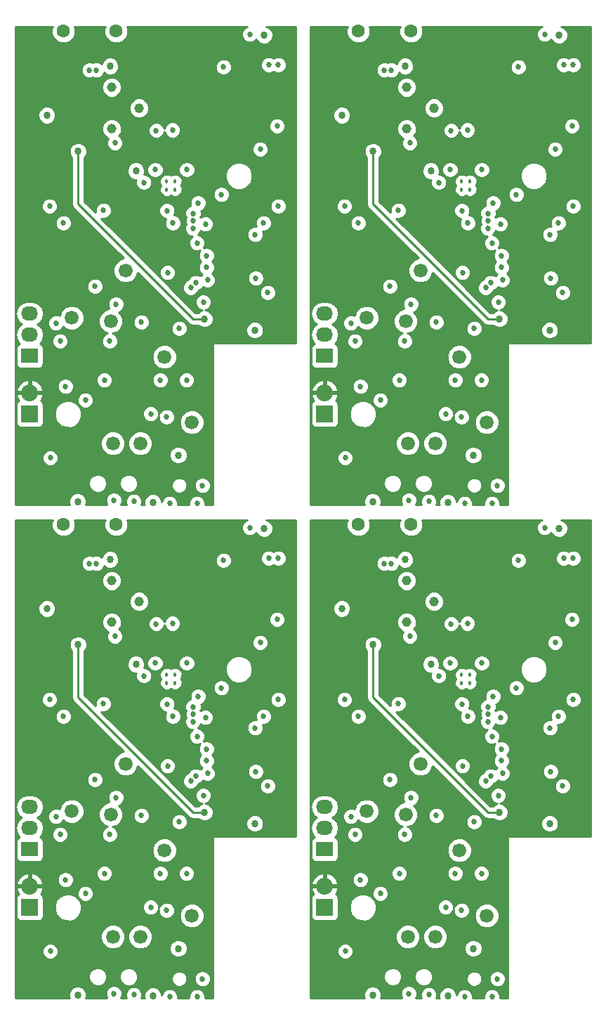
<source format=gbr>
G04 #@! TF.FileFunction,Copper,L3,Inr,Signal*
%FSLAX46Y46*%
G04 Gerber Fmt 4.6, Leading zero omitted, Abs format (unit mm)*
G04 Created by KiCad (PCBNEW 0.201601221447+6507~42~ubuntu15.10.1-product) date Fri 22 Jan 2016 07:17:06 PM EST*
%MOMM*%
G01*
G04 APERTURE LIST*
%ADD10C,0.100000*%
%ADD11C,1.600000*%
%ADD12R,2.032000X2.032000*%
%ADD13O,2.032000X2.032000*%
%ADD14C,0.457000*%
%ADD15C,1.150000*%
%ADD16C,1.680000*%
%ADD17R,2.032000X1.727200*%
%ADD18O,2.032000X1.727200*%
%ADD19C,0.685800*%
%ADD20C,0.863600*%
%ADD21C,0.254000*%
G04 APERTURE END LIST*
D10*
D11*
X61087000Y-73398000D03*
X54737000Y-73398000D03*
D12*
X50673000Y-119507000D03*
D13*
X50673000Y-116967000D03*
D14*
X68210400Y-92493800D03*
X67210400Y-92493800D03*
X68210400Y-91493800D03*
X67210400Y-91493800D03*
D15*
X63880000Y-82677000D03*
X60580000Y-85177000D03*
X60580000Y-80177000D03*
D16*
X66929000Y-112649000D03*
X64008000Y-123063000D03*
X60706000Y-123063000D03*
X60452000Y-108331000D03*
X62230000Y-102235000D03*
X55753000Y-107950000D03*
X70231000Y-120523000D03*
D17*
X50673000Y-112522000D03*
D18*
X50673000Y-109982000D03*
X50673000Y-107442000D03*
D11*
X61087000Y-13962000D03*
X54737000Y-13962000D03*
D12*
X50673000Y-60071000D03*
D13*
X50673000Y-57531000D03*
D14*
X68210400Y-33057800D03*
X67210400Y-33057800D03*
X68210400Y-32057800D03*
X67210400Y-32057800D03*
D15*
X63880000Y-23241000D03*
X60580000Y-25741000D03*
X60580000Y-20741000D03*
D16*
X66929000Y-53213000D03*
X64008000Y-63627000D03*
X60706000Y-63627000D03*
X60452000Y-48895000D03*
X62230000Y-42799000D03*
X55753000Y-48514000D03*
X70231000Y-61087000D03*
D17*
X50673000Y-53086000D03*
D18*
X50673000Y-50546000D03*
X50673000Y-48006000D03*
D11*
X25527000Y-73398000D03*
X19177000Y-73398000D03*
D12*
X15113000Y-119507000D03*
D13*
X15113000Y-116967000D03*
D14*
X32650400Y-92493800D03*
X31650400Y-92493800D03*
X32650400Y-91493800D03*
X31650400Y-91493800D03*
D15*
X28320000Y-82677000D03*
X25020000Y-85177000D03*
X25020000Y-80177000D03*
D16*
X31369000Y-112649000D03*
X28448000Y-123063000D03*
X25146000Y-123063000D03*
X24892000Y-108331000D03*
X26670000Y-102235000D03*
X20193000Y-107950000D03*
X34671000Y-120523000D03*
D17*
X15113000Y-112522000D03*
D18*
X15113000Y-109982000D03*
X15113000Y-107442000D03*
D17*
X15113000Y-53086000D03*
D18*
X15113000Y-50546000D03*
X15113000Y-48006000D03*
D16*
X34671000Y-61087000D03*
X20193000Y-48514000D03*
X26670000Y-42799000D03*
X24892000Y-48895000D03*
X25146000Y-63627000D03*
X28448000Y-63627000D03*
X31369000Y-53213000D03*
D15*
X28320000Y-23241000D03*
X25020000Y-25741000D03*
X25020000Y-20741000D03*
D14*
X32650400Y-33057800D03*
X31650400Y-33057800D03*
X32650400Y-32057800D03*
X31650400Y-32057800D03*
D12*
X15113000Y-60071000D03*
D13*
X15113000Y-57531000D03*
D11*
X25527000Y-13962000D03*
X19177000Y-13962000D03*
D19*
X72136000Y-103378000D03*
D20*
X60375800Y-77622400D03*
X63494000Y-90240200D03*
D19*
X72136000Y-43942000D03*
D20*
X60375800Y-18186400D03*
X63494000Y-30804200D03*
D19*
X36576000Y-103378000D03*
D20*
X24815800Y-77622400D03*
X27934000Y-90240200D03*
X27934000Y-30804200D03*
X24815800Y-18186400D03*
D19*
X36576000Y-43942000D03*
D20*
X78943200Y-73888600D03*
D19*
X65278000Y-119507000D03*
X60960000Y-86868000D03*
D20*
X56464200Y-130098800D03*
X68605400Y-124485400D03*
X52755800Y-83540600D03*
X65532000Y-130175000D03*
X77825600Y-109423200D03*
D19*
X67894200Y-85318600D03*
X65938400Y-85369400D03*
X53162200Y-124815600D03*
X59690000Y-115443000D03*
X68707000Y-109220000D03*
X64135000Y-108458000D03*
X61087000Y-106299000D03*
X70358000Y-97155000D03*
X57404000Y-117856000D03*
X54991000Y-116205000D03*
X67310000Y-102489000D03*
X60325000Y-110744000D03*
X54356000Y-110744000D03*
X53848000Y-108585000D03*
X59563000Y-94996000D03*
X54737000Y-96520000D03*
X53086000Y-94488000D03*
X71501000Y-128143000D03*
X67564000Y-130302000D03*
X70866000Y-130302000D03*
X60833000Y-129921000D03*
X63246000Y-130048000D03*
D20*
X78943200Y-14452600D03*
D19*
X65278000Y-60071000D03*
X60960000Y-27432000D03*
D20*
X56464200Y-70662800D03*
X68605400Y-65049400D03*
X52755800Y-24104600D03*
X65532000Y-70739000D03*
X77825600Y-49987200D03*
D19*
X67894200Y-25882600D03*
X65938400Y-25933400D03*
X53162200Y-65379600D03*
X59690000Y-56007000D03*
X68707000Y-49784000D03*
X64135000Y-49022000D03*
X61087000Y-46863000D03*
X70358000Y-37719000D03*
X57404000Y-58420000D03*
X54991000Y-56769000D03*
X67310000Y-43053000D03*
X60325000Y-51308000D03*
X54356000Y-51308000D03*
X53848000Y-49149000D03*
X59563000Y-35560000D03*
X54737000Y-37084000D03*
X53086000Y-35052000D03*
X71501000Y-68707000D03*
X67564000Y-70866000D03*
X70866000Y-70866000D03*
X60833000Y-70485000D03*
X63246000Y-70612000D03*
D20*
X43383200Y-73888600D03*
D19*
X29718000Y-119507000D03*
X25400000Y-86868000D03*
D20*
X20904200Y-130098800D03*
X33045400Y-124485400D03*
X17195800Y-83540600D03*
X29972000Y-130175000D03*
X42265600Y-109423200D03*
D19*
X32334200Y-85318600D03*
X30378400Y-85369400D03*
X17602200Y-124815600D03*
X24130000Y-115443000D03*
X33147000Y-109220000D03*
X28575000Y-108458000D03*
X25527000Y-106299000D03*
X34798000Y-97155000D03*
X21844000Y-117856000D03*
X19431000Y-116205000D03*
X31750000Y-102489000D03*
X24765000Y-110744000D03*
X18796000Y-110744000D03*
X18288000Y-108585000D03*
X24003000Y-94996000D03*
X19177000Y-96520000D03*
X17526000Y-94488000D03*
X35941000Y-128143000D03*
X32004000Y-130302000D03*
X35306000Y-130302000D03*
X25273000Y-129921000D03*
X27686000Y-130048000D03*
X27686000Y-70612000D03*
X25273000Y-70485000D03*
X35306000Y-70866000D03*
X32004000Y-70866000D03*
X35941000Y-68707000D03*
X17526000Y-35052000D03*
X19177000Y-37084000D03*
X24003000Y-35560000D03*
X18288000Y-49149000D03*
X18796000Y-51308000D03*
X24765000Y-51308000D03*
X31750000Y-43053000D03*
X19431000Y-56769000D03*
X21844000Y-58420000D03*
X34798000Y-37719000D03*
X25527000Y-46863000D03*
X28575000Y-49022000D03*
X33147000Y-49784000D03*
X24130000Y-56007000D03*
X17602200Y-65379600D03*
X30378400Y-25933400D03*
X32334200Y-25882600D03*
D20*
X42265600Y-49987200D03*
X29972000Y-70739000D03*
X17195800Y-24104600D03*
X33045400Y-65049400D03*
X20904200Y-70662800D03*
D19*
X25400000Y-27432000D03*
X29718000Y-60071000D03*
D20*
X43383200Y-14452600D03*
X71755000Y-108077000D03*
X56515000Y-87884000D03*
X71755000Y-48641000D03*
X56515000Y-28448000D03*
X36195000Y-108077000D03*
X20955000Y-87884000D03*
X20955000Y-28448000D03*
X36195000Y-48641000D03*
D19*
X61976000Y-116586000D03*
D20*
X52959000Y-123444000D03*
X70180200Y-105994200D03*
X76225400Y-77724000D03*
X71297800Y-125679200D03*
X64389000Y-127254000D03*
D19*
X81381600Y-99796600D03*
X64135000Y-109982000D03*
X69469000Y-94361000D03*
X65532000Y-105918000D03*
X58166000Y-108839000D03*
X53086000Y-104902000D03*
X61976000Y-57150000D03*
D20*
X52959000Y-64008000D03*
X70180200Y-46558200D03*
X76225400Y-18288000D03*
X71297800Y-66243200D03*
X64389000Y-67818000D03*
D19*
X81381600Y-40360600D03*
X64135000Y-50546000D03*
X69469000Y-34925000D03*
X65532000Y-46482000D03*
X58166000Y-49403000D03*
X53086000Y-45466000D03*
X26416000Y-116586000D03*
D20*
X17399000Y-123444000D03*
X34620200Y-105994200D03*
X40665400Y-77724000D03*
X35737800Y-125679200D03*
X28829000Y-127254000D03*
D19*
X45821600Y-99796600D03*
X28575000Y-109982000D03*
X33909000Y-94361000D03*
X29972000Y-105918000D03*
X22606000Y-108839000D03*
X17526000Y-104902000D03*
X17526000Y-45466000D03*
X22606000Y-49403000D03*
X29972000Y-46482000D03*
X33909000Y-34925000D03*
X28575000Y-50546000D03*
X45821600Y-40360600D03*
D20*
X28829000Y-67818000D03*
X35737800Y-66243200D03*
X40665400Y-18288000D03*
X34620200Y-46558200D03*
X17399000Y-64008000D03*
D19*
X26416000Y-57150000D03*
X67183000Y-119888000D03*
X66421000Y-115443000D03*
X69596000Y-115443000D03*
X67183000Y-60452000D03*
X66421000Y-56007000D03*
X69596000Y-56007000D03*
X31623000Y-119888000D03*
X30861000Y-115443000D03*
X34036000Y-115443000D03*
X34036000Y-56007000D03*
X30861000Y-56007000D03*
X31623000Y-60452000D03*
X70713335Y-103702162D03*
X58724800Y-78105000D03*
X70713335Y-44266162D03*
X58724800Y-18669000D03*
X35153335Y-103702162D03*
X23164800Y-78105000D03*
X23164800Y-18669000D03*
X35153335Y-44266162D03*
X70102679Y-104312818D03*
X57861200Y-78105000D03*
X70102679Y-44876818D03*
X57861200Y-18669000D03*
X34542679Y-104312818D03*
X22301200Y-78105000D03*
X22301200Y-18669000D03*
X34542679Y-44876818D03*
X74041000Y-77724000D03*
X69621400Y-90093800D03*
X74041000Y-18288000D03*
X69621400Y-30657800D03*
X38481000Y-77724000D03*
X34061400Y-90093800D03*
X34061400Y-30657800D03*
X38481000Y-18288000D03*
X77216000Y-73787000D03*
X67231518Y-95023682D03*
X77216000Y-14351000D03*
X67231518Y-35587682D03*
X41656000Y-73787000D03*
X31671518Y-95023682D03*
X31671518Y-35587682D03*
X41656000Y-14351000D03*
X79502000Y-77470000D03*
X67945000Y-96520000D03*
X79502000Y-18034000D03*
X67945000Y-37084000D03*
X43942000Y-77470000D03*
X32385000Y-96520000D03*
X32385000Y-37084000D03*
X43942000Y-18034000D03*
X80645000Y-77470000D03*
X80518000Y-84836000D03*
X80645000Y-18034000D03*
X80518000Y-25400000D03*
X45085000Y-77470000D03*
X44958000Y-84836000D03*
X44958000Y-25400000D03*
X45085000Y-18034000D03*
X78486000Y-87630000D03*
X71882000Y-96647000D03*
X78486000Y-28194000D03*
X71882000Y-37211000D03*
X42926000Y-87630000D03*
X36322000Y-96647000D03*
X36322000Y-37211000D03*
X42926000Y-28194000D03*
X64451520Y-91631673D03*
X70401272Y-96244272D03*
X64451520Y-32195673D03*
X70401272Y-36808272D03*
X28891520Y-91631673D03*
X34841272Y-96244272D03*
X34841272Y-36808272D03*
X28891520Y-32195673D03*
X70383400Y-95377000D03*
X65811400Y-90093800D03*
X70383400Y-35941000D03*
X65811400Y-30657800D03*
X34823400Y-95377000D03*
X30251400Y-90093800D03*
X30251400Y-30657800D03*
X34823400Y-35941000D03*
X70993000Y-94107000D03*
X71628000Y-106045000D03*
X73787000Y-93091000D03*
X58547000Y-104140000D03*
X80645000Y-94488000D03*
X70993000Y-34671000D03*
X71628000Y-46609000D03*
X73787000Y-33655000D03*
X58547000Y-44704000D03*
X80645000Y-35052000D03*
X35433000Y-94107000D03*
X36068000Y-106045000D03*
X38227000Y-93091000D03*
X22987000Y-104140000D03*
X45085000Y-94488000D03*
X45085000Y-35052000D03*
X22987000Y-44704000D03*
X38227000Y-33655000D03*
X36068000Y-46609000D03*
X35433000Y-34671000D03*
X79375000Y-104902000D03*
X79375000Y-45466000D03*
X43815000Y-104902000D03*
X43815000Y-45466000D03*
X77930081Y-103171919D03*
X72009000Y-101854000D03*
X77930081Y-43735919D03*
X72009000Y-42418000D03*
X42370081Y-103171919D03*
X36449000Y-101854000D03*
X36449000Y-42418000D03*
X42370081Y-43735919D03*
X77851000Y-97917000D03*
X70866000Y-98933000D03*
X77851000Y-38481000D03*
X70866000Y-39497000D03*
X42291000Y-97917000D03*
X35306000Y-98933000D03*
X35306000Y-39497000D03*
X42291000Y-38481000D03*
X72009000Y-100457000D03*
X78867000Y-96520000D03*
X72009000Y-41021000D03*
X78867000Y-37084000D03*
X36449000Y-100457000D03*
X43307000Y-96520000D03*
X43307000Y-37084000D03*
X36449000Y-41021000D03*
D21*
X56515000Y-87884000D02*
X56515000Y-94234000D01*
X70358000Y-108077000D02*
X71755000Y-108077000D01*
X56515000Y-94234000D02*
X70358000Y-108077000D01*
X56515000Y-28448000D02*
X56515000Y-34798000D01*
X70358000Y-48641000D02*
X71755000Y-48641000D01*
X56515000Y-34798000D02*
X70358000Y-48641000D01*
X20955000Y-87884000D02*
X20955000Y-94234000D01*
X34798000Y-108077000D02*
X36195000Y-108077000D01*
X20955000Y-94234000D02*
X34798000Y-108077000D01*
X20955000Y-34798000D02*
X34798000Y-48641000D01*
X34798000Y-48641000D02*
X36195000Y-48641000D01*
X20955000Y-28448000D02*
X20955000Y-34798000D01*
G36*
X17742250Y-13675309D02*
X17741752Y-14246187D01*
X17959757Y-14773800D01*
X18363077Y-15177824D01*
X18890309Y-15396750D01*
X19461187Y-15397248D01*
X19988800Y-15179243D01*
X20392824Y-14775923D01*
X20611750Y-14248691D01*
X20612248Y-13677813D01*
X20501590Y-13410000D01*
X24202416Y-13410000D01*
X24092250Y-13675309D01*
X24091752Y-14246187D01*
X24309757Y-14773800D01*
X24713077Y-15177824D01*
X25240309Y-15396750D01*
X25811187Y-15397248D01*
X26338800Y-15179243D01*
X26742824Y-14775923D01*
X26961750Y-14248691D01*
X26962248Y-13677813D01*
X26851590Y-13410000D01*
X41372623Y-13410000D01*
X41102788Y-13521493D01*
X40827460Y-13796341D01*
X40678270Y-14155630D01*
X40677931Y-14544663D01*
X40826493Y-14904212D01*
X41101341Y-15179540D01*
X41460630Y-15328730D01*
X41849663Y-15329069D01*
X42209212Y-15180507D01*
X42436101Y-14954014D01*
X42478284Y-15056104D01*
X42778117Y-15356462D01*
X43170069Y-15519215D01*
X43594469Y-15519585D01*
X43986704Y-15357516D01*
X44287062Y-15057683D01*
X44449815Y-14665731D01*
X44450185Y-14241331D01*
X44288116Y-13849096D01*
X43988283Y-13548738D01*
X43654165Y-13410000D01*
X47169000Y-13410000D01*
X47169000Y-51562000D01*
X37338000Y-51562000D01*
X37289399Y-51571667D01*
X37248197Y-51599197D01*
X37220667Y-51640399D01*
X37211000Y-51689000D01*
X37211000Y-71045000D01*
X36283744Y-71045000D01*
X36284069Y-70672337D01*
X36135507Y-70312788D01*
X35860659Y-70037460D01*
X35501370Y-69888270D01*
X35112337Y-69887931D01*
X34752788Y-70036493D01*
X34477460Y-70311341D01*
X34328270Y-70670630D01*
X34327944Y-71045000D01*
X32981744Y-71045000D01*
X32982069Y-70672337D01*
X32833507Y-70312788D01*
X32558659Y-70037460D01*
X32199370Y-69888270D01*
X31810337Y-69887931D01*
X31450788Y-70036493D01*
X31175460Y-70311341D01*
X31038887Y-70640245D01*
X31038985Y-70527731D01*
X30876916Y-70135496D01*
X30577083Y-69835138D01*
X30185131Y-69672385D01*
X29760731Y-69672015D01*
X29368496Y-69834084D01*
X29068138Y-70133917D01*
X28905385Y-70525869D01*
X28905015Y-70950269D01*
X28944157Y-71045000D01*
X28565057Y-71045000D01*
X28663730Y-70807370D01*
X28664069Y-70418337D01*
X28515507Y-70058788D01*
X28240659Y-69783460D01*
X27881370Y-69634270D01*
X27492337Y-69633931D01*
X27132788Y-69782493D01*
X26857460Y-70057341D01*
X26708270Y-70416630D01*
X26707931Y-70805663D01*
X26806823Y-71045000D01*
X26096190Y-71045000D01*
X26101540Y-71039659D01*
X26250730Y-70680370D01*
X26251069Y-70291337D01*
X26102507Y-69931788D01*
X25827659Y-69656460D01*
X25468370Y-69507270D01*
X25079337Y-69506931D01*
X24719788Y-69655493D01*
X24444460Y-69930341D01*
X24295270Y-70289630D01*
X24294931Y-70678663D01*
X24443493Y-71038212D01*
X24450269Y-71045000D01*
X21900611Y-71045000D01*
X21970815Y-70875931D01*
X21971185Y-70451531D01*
X21809116Y-70059296D01*
X21509283Y-69758938D01*
X21117331Y-69596185D01*
X20692931Y-69595815D01*
X20300696Y-69757884D01*
X20000338Y-70057717D01*
X19837585Y-70449669D01*
X19837215Y-70874069D01*
X19907843Y-71045000D01*
X13410000Y-71045000D01*
X13410000Y-68668824D01*
X22232808Y-68668824D01*
X22401439Y-69076943D01*
X22713415Y-69389463D01*
X23121239Y-69558807D01*
X23562824Y-69559192D01*
X23970943Y-69390561D01*
X24283463Y-69078585D01*
X24451950Y-68672824D01*
X25940808Y-68672824D01*
X26109439Y-69080943D01*
X26421415Y-69393463D01*
X26829239Y-69562807D01*
X27270824Y-69563192D01*
X27678943Y-69394561D01*
X27991463Y-69082585D01*
X28070120Y-68893157D01*
X32206837Y-68893157D01*
X32349642Y-69238772D01*
X32613837Y-69503429D01*
X32959202Y-69646837D01*
X33333157Y-69647163D01*
X33678772Y-69504358D01*
X33943429Y-69240163D01*
X34084401Y-68900663D01*
X34962931Y-68900663D01*
X35111493Y-69260212D01*
X35386341Y-69535540D01*
X35745630Y-69684730D01*
X36134663Y-69685069D01*
X36494212Y-69536507D01*
X36769540Y-69261659D01*
X36918730Y-68902370D01*
X36919069Y-68513337D01*
X36770507Y-68153788D01*
X36495659Y-67878460D01*
X36136370Y-67729270D01*
X35747337Y-67728931D01*
X35387788Y-67877493D01*
X35112460Y-68152341D01*
X34963270Y-68511630D01*
X34962931Y-68900663D01*
X34084401Y-68900663D01*
X34086837Y-68894798D01*
X34087163Y-68520843D01*
X33944358Y-68175228D01*
X33680163Y-67910571D01*
X33334798Y-67767163D01*
X32960843Y-67766837D01*
X32615228Y-67909642D01*
X32350571Y-68173837D01*
X32207163Y-68519202D01*
X32206837Y-68893157D01*
X28070120Y-68893157D01*
X28160807Y-68674761D01*
X28161192Y-68233176D01*
X27992561Y-67825057D01*
X27680585Y-67512537D01*
X27272761Y-67343193D01*
X26831176Y-67342808D01*
X26423057Y-67511439D01*
X26110537Y-67823415D01*
X25941193Y-68231239D01*
X25940808Y-68672824D01*
X24451950Y-68672824D01*
X24452807Y-68670761D01*
X24453192Y-68229176D01*
X24284561Y-67821057D01*
X23972585Y-67508537D01*
X23564761Y-67339193D01*
X23123176Y-67338808D01*
X22715057Y-67507439D01*
X22402537Y-67819415D01*
X22233193Y-68227239D01*
X22232808Y-68668824D01*
X13410000Y-68668824D01*
X13410000Y-65573263D01*
X16624131Y-65573263D01*
X16772693Y-65932812D01*
X17047541Y-66208140D01*
X17406830Y-66357330D01*
X17795863Y-66357669D01*
X18155412Y-66209107D01*
X18430740Y-65934259D01*
X18579930Y-65574970D01*
X18580203Y-65260669D01*
X31978415Y-65260669D01*
X32140484Y-65652904D01*
X32440317Y-65953262D01*
X32832269Y-66116015D01*
X33256669Y-66116385D01*
X33648904Y-65954316D01*
X33949262Y-65654483D01*
X34112015Y-65262531D01*
X34112385Y-64838131D01*
X33950316Y-64445896D01*
X33650483Y-64145538D01*
X33258531Y-63982785D01*
X32834131Y-63982415D01*
X32441896Y-64144484D01*
X32141538Y-64444317D01*
X31978785Y-64836269D01*
X31978415Y-65260669D01*
X18580203Y-65260669D01*
X18580269Y-65185937D01*
X18431707Y-64826388D01*
X18156859Y-64551060D01*
X17797570Y-64401870D01*
X17408537Y-64401531D01*
X17048988Y-64550093D01*
X16773660Y-64824941D01*
X16624470Y-65184230D01*
X16624131Y-65573263D01*
X13410000Y-65573263D01*
X13410000Y-63919108D01*
X23670744Y-63919108D01*
X23894827Y-64461429D01*
X24309389Y-64876715D01*
X24851317Y-65101743D01*
X25438108Y-65102256D01*
X25980429Y-64878173D01*
X26395715Y-64463611D01*
X26620743Y-63921683D01*
X26620745Y-63919108D01*
X26972744Y-63919108D01*
X27196827Y-64461429D01*
X27611389Y-64876715D01*
X28153317Y-65101743D01*
X28740108Y-65102256D01*
X29282429Y-64878173D01*
X29697715Y-64463611D01*
X29922743Y-63921683D01*
X29923256Y-63334892D01*
X29699173Y-62792571D01*
X29284611Y-62377285D01*
X28742683Y-62152257D01*
X28155892Y-62151744D01*
X27613571Y-62375827D01*
X27198285Y-62790389D01*
X26973257Y-63332317D01*
X26972744Y-63919108D01*
X26620745Y-63919108D01*
X26621256Y-63334892D01*
X26397173Y-62792571D01*
X25982611Y-62377285D01*
X25440683Y-62152257D01*
X24853892Y-62151744D01*
X24311571Y-62375827D01*
X23896285Y-62790389D01*
X23671257Y-63332317D01*
X23670744Y-63919108D01*
X13410000Y-63919108D01*
X13410000Y-59055000D01*
X13449560Y-59055000D01*
X13449560Y-61087000D01*
X13498843Y-61334765D01*
X13639191Y-61544809D01*
X13849235Y-61685157D01*
X14097000Y-61734440D01*
X16129000Y-61734440D01*
X16376765Y-61685157D01*
X16586809Y-61544809D01*
X16727157Y-61334765D01*
X16776440Y-61087000D01*
X16776440Y-60431795D01*
X18107716Y-60431795D01*
X18356106Y-61032943D01*
X18815637Y-61493278D01*
X19416352Y-61742716D01*
X20066795Y-61743284D01*
X20667943Y-61494894D01*
X21128278Y-61035363D01*
X21377716Y-60434648D01*
X21377864Y-60264663D01*
X28739931Y-60264663D01*
X28888493Y-60624212D01*
X29163341Y-60899540D01*
X29522630Y-61048730D01*
X29911663Y-61049069D01*
X30271212Y-60900507D01*
X30546540Y-60625659D01*
X30645155Y-60388167D01*
X30644931Y-60645663D01*
X30793493Y-61005212D01*
X31068341Y-61280540D01*
X31427630Y-61429730D01*
X31816663Y-61430069D01*
X31939998Y-61379108D01*
X33195744Y-61379108D01*
X33419827Y-61921429D01*
X33834389Y-62336715D01*
X34376317Y-62561743D01*
X34963108Y-62562256D01*
X35505429Y-62338173D01*
X35920715Y-61923611D01*
X36145743Y-61381683D01*
X36146256Y-60794892D01*
X35922173Y-60252571D01*
X35507611Y-59837285D01*
X34965683Y-59612257D01*
X34378892Y-59611744D01*
X33836571Y-59835827D01*
X33421285Y-60250389D01*
X33196257Y-60792317D01*
X33195744Y-61379108D01*
X31939998Y-61379108D01*
X32176212Y-61281507D01*
X32451540Y-61006659D01*
X32600730Y-60647370D01*
X32601069Y-60258337D01*
X32452507Y-59898788D01*
X32177659Y-59623460D01*
X31818370Y-59474270D01*
X31429337Y-59473931D01*
X31069788Y-59622493D01*
X30794460Y-59897341D01*
X30695845Y-60134833D01*
X30696069Y-59877337D01*
X30547507Y-59517788D01*
X30272659Y-59242460D01*
X29913370Y-59093270D01*
X29524337Y-59092931D01*
X29164788Y-59241493D01*
X28889460Y-59516341D01*
X28740270Y-59875630D01*
X28739931Y-60264663D01*
X21377864Y-60264663D01*
X21378284Y-59784205D01*
X21129894Y-59183057D01*
X20670363Y-58722722D01*
X20407720Y-58613663D01*
X20865931Y-58613663D01*
X21014493Y-58973212D01*
X21289341Y-59248540D01*
X21648630Y-59397730D01*
X22037663Y-59398069D01*
X22397212Y-59249507D01*
X22672540Y-58974659D01*
X22821730Y-58615370D01*
X22822069Y-58226337D01*
X22673507Y-57866788D01*
X22398659Y-57591460D01*
X22039370Y-57442270D01*
X21650337Y-57441931D01*
X21290788Y-57590493D01*
X21015460Y-57865341D01*
X20866270Y-58224630D01*
X20865931Y-58613663D01*
X20407720Y-58613663D01*
X20069648Y-58473284D01*
X19419205Y-58472716D01*
X18818057Y-58721106D01*
X18357722Y-59180637D01*
X18108284Y-59781352D01*
X18107716Y-60431795D01*
X16776440Y-60431795D01*
X16776440Y-59055000D01*
X16727157Y-58807235D01*
X16586809Y-58597191D01*
X16429887Y-58492338D01*
X16519385Y-58395818D01*
X16718975Y-57913944D01*
X16599836Y-57658000D01*
X15240000Y-57658000D01*
X15240000Y-57678000D01*
X14986000Y-57678000D01*
X14986000Y-57658000D01*
X13626164Y-57658000D01*
X13507025Y-57913944D01*
X13706615Y-58395818D01*
X13796113Y-58492338D01*
X13639191Y-58597191D01*
X13498843Y-58807235D01*
X13449560Y-59055000D01*
X13410000Y-59055000D01*
X13410000Y-57148056D01*
X13507025Y-57148056D01*
X13626164Y-57404000D01*
X14986000Y-57404000D01*
X14986000Y-56043633D01*
X15240000Y-56043633D01*
X15240000Y-57404000D01*
X16599836Y-57404000D01*
X16718975Y-57148056D01*
X16642187Y-56962663D01*
X18452931Y-56962663D01*
X18601493Y-57322212D01*
X18876341Y-57597540D01*
X19235630Y-57746730D01*
X19624663Y-57747069D01*
X19984212Y-57598507D01*
X20259540Y-57323659D01*
X20408730Y-56964370D01*
X20409069Y-56575337D01*
X20260507Y-56215788D01*
X20245409Y-56200663D01*
X23151931Y-56200663D01*
X23300493Y-56560212D01*
X23575341Y-56835540D01*
X23934630Y-56984730D01*
X24323663Y-56985069D01*
X24683212Y-56836507D01*
X24958540Y-56561659D01*
X25107730Y-56202370D01*
X25107731Y-56200663D01*
X29882931Y-56200663D01*
X30031493Y-56560212D01*
X30306341Y-56835540D01*
X30665630Y-56984730D01*
X31054663Y-56985069D01*
X31414212Y-56836507D01*
X31689540Y-56561659D01*
X31838730Y-56202370D01*
X31838731Y-56200663D01*
X33057931Y-56200663D01*
X33206493Y-56560212D01*
X33481341Y-56835540D01*
X33840630Y-56984730D01*
X34229663Y-56985069D01*
X34589212Y-56836507D01*
X34864540Y-56561659D01*
X35013730Y-56202370D01*
X35014069Y-55813337D01*
X34865507Y-55453788D01*
X34590659Y-55178460D01*
X34231370Y-55029270D01*
X33842337Y-55028931D01*
X33482788Y-55177493D01*
X33207460Y-55452341D01*
X33058270Y-55811630D01*
X33057931Y-56200663D01*
X31838731Y-56200663D01*
X31839069Y-55813337D01*
X31690507Y-55453788D01*
X31415659Y-55178460D01*
X31056370Y-55029270D01*
X30667337Y-55028931D01*
X30307788Y-55177493D01*
X30032460Y-55452341D01*
X29883270Y-55811630D01*
X29882931Y-56200663D01*
X25107731Y-56200663D01*
X25108069Y-55813337D01*
X24959507Y-55453788D01*
X24684659Y-55178460D01*
X24325370Y-55029270D01*
X23936337Y-55028931D01*
X23576788Y-55177493D01*
X23301460Y-55452341D01*
X23152270Y-55811630D01*
X23151931Y-56200663D01*
X20245409Y-56200663D01*
X19985659Y-55940460D01*
X19626370Y-55791270D01*
X19237337Y-55790931D01*
X18877788Y-55939493D01*
X18602460Y-56214341D01*
X18453270Y-56573630D01*
X18452931Y-56962663D01*
X16642187Y-56962663D01*
X16519385Y-56666182D01*
X16081379Y-56193812D01*
X15495946Y-55925017D01*
X15240000Y-56043633D01*
X14986000Y-56043633D01*
X14730054Y-55925017D01*
X14144621Y-56193812D01*
X13706615Y-56666182D01*
X13507025Y-57148056D01*
X13410000Y-57148056D01*
X13410000Y-48006000D01*
X13429655Y-48006000D01*
X13543729Y-48579489D01*
X13868585Y-49065670D01*
X14183366Y-49276000D01*
X13868585Y-49486330D01*
X13543729Y-49972511D01*
X13429655Y-50546000D01*
X13543729Y-51119489D01*
X13868585Y-51605670D01*
X13885566Y-51617016D01*
X13849235Y-51624243D01*
X13639191Y-51764591D01*
X13498843Y-51974635D01*
X13449560Y-52222400D01*
X13449560Y-53949600D01*
X13498843Y-54197365D01*
X13639191Y-54407409D01*
X13849235Y-54547757D01*
X14097000Y-54597040D01*
X16129000Y-54597040D01*
X16376765Y-54547757D01*
X16586809Y-54407409D01*
X16727157Y-54197365D01*
X16776440Y-53949600D01*
X16776440Y-53505108D01*
X29893744Y-53505108D01*
X30117827Y-54047429D01*
X30532389Y-54462715D01*
X31074317Y-54687743D01*
X31661108Y-54688256D01*
X32203429Y-54464173D01*
X32618715Y-54049611D01*
X32843743Y-53507683D01*
X32844256Y-52920892D01*
X32620173Y-52378571D01*
X32205611Y-51963285D01*
X31663683Y-51738257D01*
X31076892Y-51737744D01*
X30534571Y-51961827D01*
X30119285Y-52376389D01*
X29894257Y-52918317D01*
X29893744Y-53505108D01*
X16776440Y-53505108D01*
X16776440Y-52222400D01*
X16727157Y-51974635D01*
X16586809Y-51764591D01*
X16376765Y-51624243D01*
X16340434Y-51617016D01*
X16357415Y-51605670D01*
X16426910Y-51501663D01*
X17817931Y-51501663D01*
X17966493Y-51861212D01*
X18241341Y-52136540D01*
X18600630Y-52285730D01*
X18989663Y-52286069D01*
X19349212Y-52137507D01*
X19624540Y-51862659D01*
X19773730Y-51503370D01*
X19774069Y-51114337D01*
X19625507Y-50754788D01*
X19350659Y-50479460D01*
X18991370Y-50330270D01*
X18602337Y-50329931D01*
X18242788Y-50478493D01*
X17967460Y-50753341D01*
X17818270Y-51112630D01*
X17817931Y-51501663D01*
X16426910Y-51501663D01*
X16682271Y-51119489D01*
X16796345Y-50546000D01*
X16682271Y-49972511D01*
X16357415Y-49486330D01*
X16142403Y-49342663D01*
X17309931Y-49342663D01*
X17458493Y-49702212D01*
X17733341Y-49977540D01*
X18092630Y-50126730D01*
X18481663Y-50127069D01*
X18841212Y-49978507D01*
X19116540Y-49703659D01*
X19169388Y-49576387D01*
X19356389Y-49763715D01*
X19898317Y-49988743D01*
X20485108Y-49989256D01*
X21027429Y-49765173D01*
X21442715Y-49350611D01*
X21510607Y-49187108D01*
X23416744Y-49187108D01*
X23640827Y-49729429D01*
X24055389Y-50144715D01*
X24536302Y-50344407D01*
X24211788Y-50478493D01*
X23936460Y-50753341D01*
X23787270Y-51112630D01*
X23786931Y-51501663D01*
X23935493Y-51861212D01*
X24210341Y-52136540D01*
X24569630Y-52285730D01*
X24958663Y-52286069D01*
X25318212Y-52137507D01*
X25593540Y-51862659D01*
X25742730Y-51503370D01*
X25743069Y-51114337D01*
X25594507Y-50754788D01*
X25319659Y-50479460D01*
X25056398Y-50370144D01*
X25184108Y-50370256D01*
X25726429Y-50146173D01*
X26141715Y-49731611D01*
X26355955Y-49215663D01*
X27596931Y-49215663D01*
X27745493Y-49575212D01*
X28020341Y-49850540D01*
X28379630Y-49999730D01*
X28768663Y-50000069D01*
X28822889Y-49977663D01*
X32168931Y-49977663D01*
X32317493Y-50337212D01*
X32592341Y-50612540D01*
X32951630Y-50761730D01*
X33340663Y-50762069D01*
X33700212Y-50613507D01*
X33975540Y-50338659D01*
X34033752Y-50198469D01*
X41198615Y-50198469D01*
X41360684Y-50590704D01*
X41660517Y-50891062D01*
X42052469Y-51053815D01*
X42476869Y-51054185D01*
X42869104Y-50892116D01*
X43169462Y-50592283D01*
X43332215Y-50200331D01*
X43332585Y-49775931D01*
X43170516Y-49383696D01*
X42870683Y-49083338D01*
X42478731Y-48920585D01*
X42054331Y-48920215D01*
X41662096Y-49082284D01*
X41361738Y-49382117D01*
X41198985Y-49774069D01*
X41198615Y-50198469D01*
X34033752Y-50198469D01*
X34124730Y-49979370D01*
X34125069Y-49590337D01*
X33976507Y-49230788D01*
X33701659Y-48955460D01*
X33342370Y-48806270D01*
X32953337Y-48805931D01*
X32593788Y-48954493D01*
X32318460Y-49229341D01*
X32169270Y-49588630D01*
X32168931Y-49977663D01*
X28822889Y-49977663D01*
X29128212Y-49851507D01*
X29403540Y-49576659D01*
X29552730Y-49217370D01*
X29553069Y-48828337D01*
X29404507Y-48468788D01*
X29129659Y-48193460D01*
X28770370Y-48044270D01*
X28381337Y-48043931D01*
X28021788Y-48192493D01*
X27746460Y-48467341D01*
X27597270Y-48826630D01*
X27596931Y-49215663D01*
X26355955Y-49215663D01*
X26366743Y-49189683D01*
X26367256Y-48602892D01*
X26143173Y-48060571D01*
X25864660Y-47781571D01*
X26080212Y-47692507D01*
X26355540Y-47417659D01*
X26504730Y-47058370D01*
X26505069Y-46669337D01*
X26356507Y-46309788D01*
X26081659Y-46034460D01*
X25722370Y-45885270D01*
X25333337Y-45884931D01*
X24973788Y-46033493D01*
X24698460Y-46308341D01*
X24549270Y-46667630D01*
X24548931Y-47056663D01*
X24697493Y-47416212D01*
X24701107Y-47419832D01*
X24599892Y-47419744D01*
X24057571Y-47643827D01*
X23642285Y-48058389D01*
X23417257Y-48600317D01*
X23416744Y-49187108D01*
X21510607Y-49187108D01*
X21667743Y-48808683D01*
X21668256Y-48221892D01*
X21444173Y-47679571D01*
X21029611Y-47264285D01*
X20487683Y-47039257D01*
X19900892Y-47038744D01*
X19358571Y-47262827D01*
X18943285Y-47677389D01*
X18718257Y-48219317D01*
X18718214Y-48268786D01*
X18483370Y-48171270D01*
X18094337Y-48170931D01*
X17734788Y-48319493D01*
X17459460Y-48594341D01*
X17310270Y-48953630D01*
X17309931Y-49342663D01*
X16142403Y-49342663D01*
X16042634Y-49276000D01*
X16357415Y-49065670D01*
X16682271Y-48579489D01*
X16796345Y-48006000D01*
X16682271Y-47432511D01*
X16357415Y-46946330D01*
X15871234Y-46621474D01*
X15297745Y-46507400D01*
X14928255Y-46507400D01*
X14354766Y-46621474D01*
X13868585Y-46946330D01*
X13543729Y-47432511D01*
X13429655Y-48006000D01*
X13410000Y-48006000D01*
X13410000Y-44897663D01*
X22008931Y-44897663D01*
X22157493Y-45257212D01*
X22432341Y-45532540D01*
X22791630Y-45681730D01*
X23180663Y-45682069D01*
X23540212Y-45533507D01*
X23815540Y-45258659D01*
X23964730Y-44899370D01*
X23965069Y-44510337D01*
X23816507Y-44150788D01*
X23541659Y-43875460D01*
X23182370Y-43726270D01*
X22793337Y-43725931D01*
X22433788Y-43874493D01*
X22158460Y-44149341D01*
X22009270Y-44508630D01*
X22008931Y-44897663D01*
X13410000Y-44897663D01*
X13410000Y-37277663D01*
X18198931Y-37277663D01*
X18347493Y-37637212D01*
X18622341Y-37912540D01*
X18981630Y-38061730D01*
X19370663Y-38062069D01*
X19730212Y-37913507D01*
X20005540Y-37638659D01*
X20154730Y-37279370D01*
X20155069Y-36890337D01*
X20006507Y-36530788D01*
X19731659Y-36255460D01*
X19372370Y-36106270D01*
X18983337Y-36105931D01*
X18623788Y-36254493D01*
X18348460Y-36529341D01*
X18199270Y-36888630D01*
X18198931Y-37277663D01*
X13410000Y-37277663D01*
X13410000Y-35245663D01*
X16547931Y-35245663D01*
X16696493Y-35605212D01*
X16971341Y-35880540D01*
X17330630Y-36029730D01*
X17719663Y-36030069D01*
X18079212Y-35881507D01*
X18354540Y-35606659D01*
X18503730Y-35247370D01*
X18504069Y-34858337D01*
X18355507Y-34498788D01*
X18080659Y-34223460D01*
X17721370Y-34074270D01*
X17332337Y-34073931D01*
X16972788Y-34222493D01*
X16697460Y-34497341D01*
X16548270Y-34856630D01*
X16547931Y-35245663D01*
X13410000Y-35245663D01*
X13410000Y-28659269D01*
X19888015Y-28659269D01*
X20050084Y-29051504D01*
X20193000Y-29194670D01*
X20193000Y-34798000D01*
X20251004Y-35089605D01*
X20340946Y-35224212D01*
X20416185Y-35336815D01*
X26403136Y-41323766D01*
X26377892Y-41323744D01*
X25835571Y-41547827D01*
X25420285Y-41962389D01*
X25195257Y-42504317D01*
X25194744Y-43091108D01*
X25418827Y-43633429D01*
X25833389Y-44048715D01*
X26375317Y-44273743D01*
X26962108Y-44274256D01*
X27504429Y-44050173D01*
X27919715Y-43635611D01*
X28144743Y-43093683D01*
X28144768Y-43065398D01*
X34259184Y-49179815D01*
X34502903Y-49342663D01*
X34506395Y-49344996D01*
X34798000Y-49403000D01*
X35448303Y-49403000D01*
X35589917Y-49544862D01*
X35981869Y-49707615D01*
X36406269Y-49707985D01*
X36798504Y-49545916D01*
X37098862Y-49246083D01*
X37261615Y-48854131D01*
X37261985Y-48429731D01*
X37099916Y-48037496D01*
X36800083Y-47737138D01*
X36408131Y-47574385D01*
X36292605Y-47574284D01*
X36621212Y-47438507D01*
X36896540Y-47163659D01*
X37045730Y-46804370D01*
X37046069Y-46415337D01*
X36897507Y-46055788D01*
X36622659Y-45780460D01*
X36331748Y-45659663D01*
X42836931Y-45659663D01*
X42985493Y-46019212D01*
X43260341Y-46294540D01*
X43619630Y-46443730D01*
X44008663Y-46444069D01*
X44368212Y-46295507D01*
X44643540Y-46020659D01*
X44792730Y-45661370D01*
X44793069Y-45272337D01*
X44644507Y-44912788D01*
X44369659Y-44637460D01*
X44010370Y-44488270D01*
X43621337Y-44487931D01*
X43261788Y-44636493D01*
X42986460Y-44911341D01*
X42837270Y-45270630D01*
X42836931Y-45659663D01*
X36331748Y-45659663D01*
X36263370Y-45631270D01*
X35874337Y-45630931D01*
X35514788Y-45779493D01*
X35239460Y-46054341D01*
X35090270Y-46413630D01*
X35089931Y-46802663D01*
X35238493Y-47162212D01*
X35513341Y-47437540D01*
X35872630Y-47586730D01*
X35952789Y-47586800D01*
X35591496Y-47736084D01*
X35448330Y-47879000D01*
X35113631Y-47879000D01*
X32305112Y-45070481D01*
X33564610Y-45070481D01*
X33713172Y-45430030D01*
X33988020Y-45705358D01*
X34347309Y-45854548D01*
X34736342Y-45854887D01*
X35095891Y-45706325D01*
X35371219Y-45431477D01*
X35470089Y-45193371D01*
X35706547Y-45095669D01*
X35981875Y-44820821D01*
X36008214Y-44757390D01*
X36021341Y-44770540D01*
X36380630Y-44919730D01*
X36769663Y-44920069D01*
X37129212Y-44771507D01*
X37404540Y-44496659D01*
X37553730Y-44137370D01*
X37553911Y-43929582D01*
X41392012Y-43929582D01*
X41540574Y-44289131D01*
X41815422Y-44564459D01*
X42174711Y-44713649D01*
X42563744Y-44713988D01*
X42923293Y-44565426D01*
X43198621Y-44290578D01*
X43347811Y-43931289D01*
X43348150Y-43542256D01*
X43199588Y-43182707D01*
X42924740Y-42907379D01*
X42565451Y-42758189D01*
X42176418Y-42757850D01*
X41816869Y-42906412D01*
X41541541Y-43181260D01*
X41392351Y-43540549D01*
X41392012Y-43929582D01*
X37553911Y-43929582D01*
X37554069Y-43748337D01*
X37405507Y-43388788D01*
X37133571Y-43116377D01*
X37277540Y-42972659D01*
X37426730Y-42613370D01*
X37427069Y-42224337D01*
X37278507Y-41864788D01*
X37133460Y-41719488D01*
X37277540Y-41575659D01*
X37426730Y-41216370D01*
X37427069Y-40827337D01*
X37278507Y-40467788D01*
X37003659Y-40192460D01*
X36644370Y-40043270D01*
X36255337Y-40042931D01*
X36064148Y-40121928D01*
X36134540Y-40051659D01*
X36283730Y-39692370D01*
X36284069Y-39303337D01*
X36135507Y-38943788D01*
X35866852Y-38674663D01*
X41312931Y-38674663D01*
X41461493Y-39034212D01*
X41736341Y-39309540D01*
X42095630Y-39458730D01*
X42484663Y-39459069D01*
X42844212Y-39310507D01*
X43119540Y-39035659D01*
X43268730Y-38676370D01*
X43269069Y-38287337D01*
X43175874Y-38061786D01*
X43500663Y-38062069D01*
X43860212Y-37913507D01*
X44135540Y-37638659D01*
X44284730Y-37279370D01*
X44285069Y-36890337D01*
X44136507Y-36530788D01*
X43861659Y-36255460D01*
X43502370Y-36106270D01*
X43113337Y-36105931D01*
X42753788Y-36254493D01*
X42478460Y-36529341D01*
X42329270Y-36888630D01*
X42328931Y-37277663D01*
X42422126Y-37503214D01*
X42097337Y-37502931D01*
X41737788Y-37651493D01*
X41462460Y-37926341D01*
X41313270Y-38285630D01*
X41312931Y-38674663D01*
X35866852Y-38674663D01*
X35860659Y-38668460D01*
X35501370Y-38519270D01*
X35380605Y-38519165D01*
X35626540Y-38273659D01*
X35736559Y-38008704D01*
X35767341Y-38039540D01*
X36126630Y-38188730D01*
X36515663Y-38189069D01*
X36875212Y-38040507D01*
X37150540Y-37765659D01*
X37299730Y-37406370D01*
X37300069Y-37017337D01*
X37151507Y-36657788D01*
X36876659Y-36382460D01*
X36517370Y-36233270D01*
X36128337Y-36232931D01*
X35768788Y-36381493D01*
X35736385Y-36413839D01*
X35711212Y-36352916D01*
X35801130Y-36136370D01*
X35801469Y-35747337D01*
X35741295Y-35601704D01*
X35986212Y-35500507D01*
X36241501Y-35245663D01*
X44106931Y-35245663D01*
X44255493Y-35605212D01*
X44530341Y-35880540D01*
X44889630Y-36029730D01*
X45278663Y-36030069D01*
X45638212Y-35881507D01*
X45913540Y-35606659D01*
X46062730Y-35247370D01*
X46063069Y-34858337D01*
X45914507Y-34498788D01*
X45639659Y-34223460D01*
X45280370Y-34074270D01*
X44891337Y-34073931D01*
X44531788Y-34222493D01*
X44256460Y-34497341D01*
X44107270Y-34856630D01*
X44106931Y-35245663D01*
X36241501Y-35245663D01*
X36261540Y-35225659D01*
X36410730Y-34866370D01*
X36411069Y-34477337D01*
X36262507Y-34117788D01*
X35993852Y-33848663D01*
X37248931Y-33848663D01*
X37397493Y-34208212D01*
X37672341Y-34483540D01*
X38031630Y-34632730D01*
X38420663Y-34633069D01*
X38780212Y-34484507D01*
X39055540Y-34209659D01*
X39204730Y-33850370D01*
X39205069Y-33461337D01*
X39056507Y-33101788D01*
X38781659Y-32826460D01*
X38422370Y-32677270D01*
X38033337Y-32676931D01*
X37673788Y-32825493D01*
X37398460Y-33100341D01*
X37249270Y-33459630D01*
X37248931Y-33848663D01*
X35993852Y-33848663D01*
X35987659Y-33842460D01*
X35628370Y-33693270D01*
X35239337Y-33692931D01*
X34879788Y-33841493D01*
X34604460Y-34116341D01*
X34455270Y-34475630D01*
X34454931Y-34864663D01*
X34515105Y-35010296D01*
X34270188Y-35111493D01*
X33994860Y-35386341D01*
X33845670Y-35745630D01*
X33845331Y-36134663D01*
X33953460Y-36396356D01*
X33863542Y-36612902D01*
X33863203Y-37001935D01*
X33949835Y-37211602D01*
X33820270Y-37523630D01*
X33819931Y-37912663D01*
X33968493Y-38272212D01*
X34243341Y-38547540D01*
X34602630Y-38696730D01*
X34723395Y-38696835D01*
X34477460Y-38942341D01*
X34328270Y-39301630D01*
X34327931Y-39690663D01*
X34476493Y-40050212D01*
X34751341Y-40325540D01*
X35110630Y-40474730D01*
X35499663Y-40475069D01*
X35690852Y-40396072D01*
X35620460Y-40466341D01*
X35471270Y-40825630D01*
X35470931Y-41214663D01*
X35619493Y-41574212D01*
X35764540Y-41719512D01*
X35620460Y-41863341D01*
X35471270Y-42222630D01*
X35470931Y-42611663D01*
X35619493Y-42971212D01*
X35891429Y-43243623D01*
X35747460Y-43387341D01*
X35721121Y-43450772D01*
X35707994Y-43437622D01*
X35348705Y-43288432D01*
X34959672Y-43288093D01*
X34600123Y-43436655D01*
X34324795Y-43711503D01*
X34225925Y-43949609D01*
X33989467Y-44047311D01*
X33714139Y-44322159D01*
X33564949Y-44681448D01*
X33564610Y-45070481D01*
X32305112Y-45070481D01*
X30481294Y-43246663D01*
X30771931Y-43246663D01*
X30920493Y-43606212D01*
X31195341Y-43881540D01*
X31554630Y-44030730D01*
X31943663Y-44031069D01*
X32303212Y-43882507D01*
X32578540Y-43607659D01*
X32727730Y-43248370D01*
X32728069Y-42859337D01*
X32579507Y-42499788D01*
X32304659Y-42224460D01*
X31945370Y-42075270D01*
X31556337Y-42074931D01*
X31196788Y-42223493D01*
X30921460Y-42498341D01*
X30772270Y-42857630D01*
X30771931Y-43246663D01*
X30481294Y-43246663D01*
X23747315Y-36512685D01*
X23807630Y-36537730D01*
X24196663Y-36538069D01*
X24556212Y-36389507D01*
X24831540Y-36114659D01*
X24969944Y-35781345D01*
X30693449Y-35781345D01*
X30842011Y-36140894D01*
X31116859Y-36416222D01*
X31476148Y-36565412D01*
X31541458Y-36565469D01*
X31407270Y-36888630D01*
X31406931Y-37277663D01*
X31555493Y-37637212D01*
X31830341Y-37912540D01*
X32189630Y-38061730D01*
X32578663Y-38062069D01*
X32938212Y-37913507D01*
X33213540Y-37638659D01*
X33362730Y-37279370D01*
X33363069Y-36890337D01*
X33214507Y-36530788D01*
X32939659Y-36255460D01*
X32580370Y-36106270D01*
X32515060Y-36106213D01*
X32649248Y-35783052D01*
X32649587Y-35394019D01*
X32501025Y-35034470D01*
X32226177Y-34759142D01*
X31866888Y-34609952D01*
X31477855Y-34609613D01*
X31118306Y-34758175D01*
X30842978Y-35033023D01*
X30693788Y-35392312D01*
X30693449Y-35781345D01*
X24969944Y-35781345D01*
X24980730Y-35755370D01*
X24981069Y-35366337D01*
X24832507Y-35006788D01*
X24557659Y-34731460D01*
X24198370Y-34582270D01*
X23809337Y-34581931D01*
X23449788Y-34730493D01*
X23174460Y-35005341D01*
X23025270Y-35364630D01*
X23024931Y-35753663D01*
X23050729Y-35816099D01*
X21717000Y-34482370D01*
X21717000Y-31015469D01*
X26867015Y-31015469D01*
X27029084Y-31407704D01*
X27328917Y-31708062D01*
X27720869Y-31870815D01*
X27967469Y-31871030D01*
X27913790Y-32000303D01*
X27913451Y-32389336D01*
X28062013Y-32748885D01*
X28336861Y-33024213D01*
X28696150Y-33173403D01*
X29085183Y-33173742D01*
X29444732Y-33025180D01*
X29720060Y-32750332D01*
X29869250Y-32391043D01*
X29869391Y-32228807D01*
X30786750Y-32228807D01*
X30917933Y-32546294D01*
X30929226Y-32557607D01*
X30918787Y-32568028D01*
X30787050Y-32885286D01*
X30786750Y-33228807D01*
X30917933Y-33546294D01*
X31160628Y-33789413D01*
X31477886Y-33921150D01*
X31821407Y-33921450D01*
X32138894Y-33790267D01*
X32150207Y-33778974D01*
X32160628Y-33789413D01*
X32477886Y-33921150D01*
X32821407Y-33921450D01*
X33138894Y-33790267D01*
X33382013Y-33547572D01*
X33513750Y-33230314D01*
X33514050Y-32886793D01*
X33382867Y-32569306D01*
X33371574Y-32557993D01*
X33382013Y-32547572D01*
X33513750Y-32230314D01*
X33514050Y-31886793D01*
X33454139Y-31741795D01*
X38707716Y-31741795D01*
X38956106Y-32342943D01*
X39415637Y-32803278D01*
X40016352Y-33052716D01*
X40666795Y-33053284D01*
X41267943Y-32804894D01*
X41728278Y-32345363D01*
X41977716Y-31744648D01*
X41978284Y-31094205D01*
X41729894Y-30493057D01*
X41270363Y-30032722D01*
X40669648Y-29783284D01*
X40019205Y-29782716D01*
X39418057Y-30031106D01*
X38957722Y-30490637D01*
X38708284Y-31091352D01*
X38707716Y-31741795D01*
X33454139Y-31741795D01*
X33382867Y-31569306D01*
X33140172Y-31326187D01*
X32822914Y-31194450D01*
X32479393Y-31194150D01*
X32161906Y-31325333D01*
X32150593Y-31336626D01*
X32140172Y-31326187D01*
X31822914Y-31194450D01*
X31479393Y-31194150D01*
X31161906Y-31325333D01*
X30918787Y-31568028D01*
X30787050Y-31885286D01*
X30786750Y-32228807D01*
X29869391Y-32228807D01*
X29869589Y-32002010D01*
X29721027Y-31642461D01*
X29446179Y-31367133D01*
X29086890Y-31217943D01*
X28917375Y-31217795D01*
X29000615Y-31017331D01*
X29000759Y-30851463D01*
X29273331Y-30851463D01*
X29421893Y-31211012D01*
X29696741Y-31486340D01*
X30056030Y-31635530D01*
X30445063Y-31635869D01*
X30804612Y-31487307D01*
X31079940Y-31212459D01*
X31229130Y-30853170D01*
X31229131Y-30851463D01*
X33083331Y-30851463D01*
X33231893Y-31211012D01*
X33506741Y-31486340D01*
X33866030Y-31635530D01*
X34255063Y-31635869D01*
X34614612Y-31487307D01*
X34889940Y-31212459D01*
X35039130Y-30853170D01*
X35039469Y-30464137D01*
X34890907Y-30104588D01*
X34616059Y-29829260D01*
X34256770Y-29680070D01*
X33867737Y-29679731D01*
X33508188Y-29828293D01*
X33232860Y-30103141D01*
X33083670Y-30462430D01*
X33083331Y-30851463D01*
X31229131Y-30851463D01*
X31229469Y-30464137D01*
X31080907Y-30104588D01*
X30806059Y-29829260D01*
X30446770Y-29680070D01*
X30057737Y-29679731D01*
X29698188Y-29828293D01*
X29422860Y-30103141D01*
X29273670Y-30462430D01*
X29273331Y-30851463D01*
X29000759Y-30851463D01*
X29000985Y-30592931D01*
X28838916Y-30200696D01*
X28539083Y-29900338D01*
X28147131Y-29737585D01*
X27722731Y-29737215D01*
X27330496Y-29899284D01*
X27030138Y-30199117D01*
X26867385Y-30591069D01*
X26867015Y-31015469D01*
X21717000Y-31015469D01*
X21717000Y-29194697D01*
X21858862Y-29053083D01*
X22021615Y-28661131D01*
X22021985Y-28236731D01*
X21859916Y-27844496D01*
X21560083Y-27544138D01*
X21168131Y-27381385D01*
X20743731Y-27381015D01*
X20351496Y-27543084D01*
X20051138Y-27842917D01*
X19888385Y-28234869D01*
X19888015Y-28659269D01*
X13410000Y-28659269D01*
X13410000Y-25980628D01*
X23809791Y-25980628D01*
X23993614Y-26425514D01*
X24333695Y-26766190D01*
X24580249Y-26868568D01*
X24571460Y-26877341D01*
X24422270Y-27236630D01*
X24421931Y-27625663D01*
X24570493Y-27985212D01*
X24845341Y-28260540D01*
X25204630Y-28409730D01*
X25593663Y-28410069D01*
X25647889Y-28387663D01*
X41947931Y-28387663D01*
X42096493Y-28747212D01*
X42371341Y-29022540D01*
X42730630Y-29171730D01*
X43119663Y-29172069D01*
X43479212Y-29023507D01*
X43754540Y-28748659D01*
X43903730Y-28389370D01*
X43904069Y-28000337D01*
X43755507Y-27640788D01*
X43480659Y-27365460D01*
X43121370Y-27216270D01*
X42732337Y-27215931D01*
X42372788Y-27364493D01*
X42097460Y-27639341D01*
X41948270Y-27998630D01*
X41947931Y-28387663D01*
X25647889Y-28387663D01*
X25953212Y-28261507D01*
X26228540Y-27986659D01*
X26377730Y-27627370D01*
X26378069Y-27238337D01*
X26229507Y-26878788D01*
X25954659Y-26603460D01*
X25893971Y-26578260D01*
X26045190Y-26427305D01*
X26169861Y-26127063D01*
X29400331Y-26127063D01*
X29548893Y-26486612D01*
X29823741Y-26761940D01*
X30183030Y-26911130D01*
X30572063Y-26911469D01*
X30931612Y-26762907D01*
X31206940Y-26488059D01*
X31356130Y-26128770D01*
X31356176Y-26076371D01*
X31504693Y-26435812D01*
X31779541Y-26711140D01*
X32138830Y-26860330D01*
X32527863Y-26860669D01*
X32887412Y-26712107D01*
X33162740Y-26437259D01*
X33311930Y-26077970D01*
X33312269Y-25688937D01*
X33272903Y-25593663D01*
X43979931Y-25593663D01*
X44128493Y-25953212D01*
X44403341Y-26228540D01*
X44762630Y-26377730D01*
X45151663Y-26378069D01*
X45511212Y-26229507D01*
X45786540Y-25954659D01*
X45935730Y-25595370D01*
X45936069Y-25206337D01*
X45787507Y-24846788D01*
X45512659Y-24571460D01*
X45153370Y-24422270D01*
X44764337Y-24421931D01*
X44404788Y-24570493D01*
X44129460Y-24845341D01*
X43980270Y-25204630D01*
X43979931Y-25593663D01*
X33272903Y-25593663D01*
X33163707Y-25329388D01*
X32888859Y-25054060D01*
X32529570Y-24904870D01*
X32140537Y-24904531D01*
X31780988Y-25053093D01*
X31505660Y-25327941D01*
X31356470Y-25687230D01*
X31356424Y-25739629D01*
X31207907Y-25380188D01*
X30933059Y-25104860D01*
X30573770Y-24955670D01*
X30184737Y-24955331D01*
X29825188Y-25103893D01*
X29549860Y-25378741D01*
X29400670Y-25738030D01*
X29400331Y-26127063D01*
X26169861Y-26127063D01*
X26229789Y-25982740D01*
X26230209Y-25501372D01*
X26046386Y-25056486D01*
X25706305Y-24715810D01*
X25261740Y-24531211D01*
X24780372Y-24530791D01*
X24335486Y-24714614D01*
X23994810Y-25054695D01*
X23810211Y-25499260D01*
X23809791Y-25980628D01*
X13410000Y-25980628D01*
X13410000Y-24315869D01*
X16128815Y-24315869D01*
X16290884Y-24708104D01*
X16590717Y-25008462D01*
X16982669Y-25171215D01*
X17407069Y-25171585D01*
X17799304Y-25009516D01*
X18099662Y-24709683D01*
X18262415Y-24317731D01*
X18262785Y-23893331D01*
X18100716Y-23501096D01*
X18080284Y-23480628D01*
X27109791Y-23480628D01*
X27293614Y-23925514D01*
X27633695Y-24266190D01*
X28078260Y-24450789D01*
X28559628Y-24451209D01*
X29004514Y-24267386D01*
X29345190Y-23927305D01*
X29529789Y-23482740D01*
X29530209Y-23001372D01*
X29346386Y-22556486D01*
X29006305Y-22215810D01*
X28561740Y-22031211D01*
X28080372Y-22030791D01*
X27635486Y-22214614D01*
X27294810Y-22554695D01*
X27110211Y-22999260D01*
X27109791Y-23480628D01*
X18080284Y-23480628D01*
X17800883Y-23200738D01*
X17408931Y-23037985D01*
X16984531Y-23037615D01*
X16592296Y-23199684D01*
X16291938Y-23499517D01*
X16129185Y-23891469D01*
X16128815Y-24315869D01*
X13410000Y-24315869D01*
X13410000Y-20980628D01*
X23809791Y-20980628D01*
X23993614Y-21425514D01*
X24333695Y-21766190D01*
X24778260Y-21950789D01*
X25259628Y-21951209D01*
X25704514Y-21767386D01*
X26045190Y-21427305D01*
X26229789Y-20982740D01*
X26230209Y-20501372D01*
X26046386Y-20056486D01*
X25706305Y-19715810D01*
X25261740Y-19531211D01*
X24780372Y-19530791D01*
X24335486Y-19714614D01*
X23994810Y-20054695D01*
X23810211Y-20499260D01*
X23809791Y-20980628D01*
X13410000Y-20980628D01*
X13410000Y-18862663D01*
X21323131Y-18862663D01*
X21471693Y-19222212D01*
X21746541Y-19497540D01*
X22105830Y-19646730D01*
X22494863Y-19647069D01*
X22733142Y-19548615D01*
X22969430Y-19646730D01*
X23358463Y-19647069D01*
X23718012Y-19498507D01*
X23993340Y-19223659D01*
X24096317Y-18975662D01*
X24210717Y-19090262D01*
X24602669Y-19253015D01*
X25027069Y-19253385D01*
X25419304Y-19091316D01*
X25719662Y-18791483D01*
X25848310Y-18481663D01*
X37502931Y-18481663D01*
X37651493Y-18841212D01*
X37926341Y-19116540D01*
X38285630Y-19265730D01*
X38674663Y-19266069D01*
X39034212Y-19117507D01*
X39309540Y-18842659D01*
X39458730Y-18483370D01*
X39458952Y-18227663D01*
X42963931Y-18227663D01*
X43112493Y-18587212D01*
X43387341Y-18862540D01*
X43746630Y-19011730D01*
X44135663Y-19012069D01*
X44495212Y-18863507D01*
X44513291Y-18845460D01*
X44530341Y-18862540D01*
X44889630Y-19011730D01*
X45278663Y-19012069D01*
X45638212Y-18863507D01*
X45913540Y-18588659D01*
X46062730Y-18229370D01*
X46063069Y-17840337D01*
X45914507Y-17480788D01*
X45639659Y-17205460D01*
X45280370Y-17056270D01*
X44891337Y-17055931D01*
X44531788Y-17204493D01*
X44513709Y-17222540D01*
X44496659Y-17205460D01*
X44137370Y-17056270D01*
X43748337Y-17055931D01*
X43388788Y-17204493D01*
X43113460Y-17479341D01*
X42964270Y-17838630D01*
X42963931Y-18227663D01*
X39458952Y-18227663D01*
X39459069Y-18094337D01*
X39310507Y-17734788D01*
X39035659Y-17459460D01*
X38676370Y-17310270D01*
X38287337Y-17309931D01*
X37927788Y-17458493D01*
X37652460Y-17733341D01*
X37503270Y-18092630D01*
X37502931Y-18481663D01*
X25848310Y-18481663D01*
X25882415Y-18399531D01*
X25882785Y-17975131D01*
X25720716Y-17582896D01*
X25420883Y-17282538D01*
X25028931Y-17119785D01*
X24604531Y-17119415D01*
X24212296Y-17281484D01*
X23911938Y-17581317D01*
X23779399Y-17900505D01*
X23719459Y-17840460D01*
X23360170Y-17691270D01*
X22971137Y-17690931D01*
X22732858Y-17789385D01*
X22496570Y-17691270D01*
X22107537Y-17690931D01*
X21747988Y-17839493D01*
X21472660Y-18114341D01*
X21323470Y-18473630D01*
X21323131Y-18862663D01*
X13410000Y-18862663D01*
X13410000Y-13410000D01*
X17852416Y-13410000D01*
X17742250Y-13675309D01*
X17742250Y-13675309D01*
G37*
X17742250Y-13675309D02*
X17741752Y-14246187D01*
X17959757Y-14773800D01*
X18363077Y-15177824D01*
X18890309Y-15396750D01*
X19461187Y-15397248D01*
X19988800Y-15179243D01*
X20392824Y-14775923D01*
X20611750Y-14248691D01*
X20612248Y-13677813D01*
X20501590Y-13410000D01*
X24202416Y-13410000D01*
X24092250Y-13675309D01*
X24091752Y-14246187D01*
X24309757Y-14773800D01*
X24713077Y-15177824D01*
X25240309Y-15396750D01*
X25811187Y-15397248D01*
X26338800Y-15179243D01*
X26742824Y-14775923D01*
X26961750Y-14248691D01*
X26962248Y-13677813D01*
X26851590Y-13410000D01*
X41372623Y-13410000D01*
X41102788Y-13521493D01*
X40827460Y-13796341D01*
X40678270Y-14155630D01*
X40677931Y-14544663D01*
X40826493Y-14904212D01*
X41101341Y-15179540D01*
X41460630Y-15328730D01*
X41849663Y-15329069D01*
X42209212Y-15180507D01*
X42436101Y-14954014D01*
X42478284Y-15056104D01*
X42778117Y-15356462D01*
X43170069Y-15519215D01*
X43594469Y-15519585D01*
X43986704Y-15357516D01*
X44287062Y-15057683D01*
X44449815Y-14665731D01*
X44450185Y-14241331D01*
X44288116Y-13849096D01*
X43988283Y-13548738D01*
X43654165Y-13410000D01*
X47169000Y-13410000D01*
X47169000Y-51562000D01*
X37338000Y-51562000D01*
X37289399Y-51571667D01*
X37248197Y-51599197D01*
X37220667Y-51640399D01*
X37211000Y-51689000D01*
X37211000Y-71045000D01*
X36283744Y-71045000D01*
X36284069Y-70672337D01*
X36135507Y-70312788D01*
X35860659Y-70037460D01*
X35501370Y-69888270D01*
X35112337Y-69887931D01*
X34752788Y-70036493D01*
X34477460Y-70311341D01*
X34328270Y-70670630D01*
X34327944Y-71045000D01*
X32981744Y-71045000D01*
X32982069Y-70672337D01*
X32833507Y-70312788D01*
X32558659Y-70037460D01*
X32199370Y-69888270D01*
X31810337Y-69887931D01*
X31450788Y-70036493D01*
X31175460Y-70311341D01*
X31038887Y-70640245D01*
X31038985Y-70527731D01*
X30876916Y-70135496D01*
X30577083Y-69835138D01*
X30185131Y-69672385D01*
X29760731Y-69672015D01*
X29368496Y-69834084D01*
X29068138Y-70133917D01*
X28905385Y-70525869D01*
X28905015Y-70950269D01*
X28944157Y-71045000D01*
X28565057Y-71045000D01*
X28663730Y-70807370D01*
X28664069Y-70418337D01*
X28515507Y-70058788D01*
X28240659Y-69783460D01*
X27881370Y-69634270D01*
X27492337Y-69633931D01*
X27132788Y-69782493D01*
X26857460Y-70057341D01*
X26708270Y-70416630D01*
X26707931Y-70805663D01*
X26806823Y-71045000D01*
X26096190Y-71045000D01*
X26101540Y-71039659D01*
X26250730Y-70680370D01*
X26251069Y-70291337D01*
X26102507Y-69931788D01*
X25827659Y-69656460D01*
X25468370Y-69507270D01*
X25079337Y-69506931D01*
X24719788Y-69655493D01*
X24444460Y-69930341D01*
X24295270Y-70289630D01*
X24294931Y-70678663D01*
X24443493Y-71038212D01*
X24450269Y-71045000D01*
X21900611Y-71045000D01*
X21970815Y-70875931D01*
X21971185Y-70451531D01*
X21809116Y-70059296D01*
X21509283Y-69758938D01*
X21117331Y-69596185D01*
X20692931Y-69595815D01*
X20300696Y-69757884D01*
X20000338Y-70057717D01*
X19837585Y-70449669D01*
X19837215Y-70874069D01*
X19907843Y-71045000D01*
X13410000Y-71045000D01*
X13410000Y-68668824D01*
X22232808Y-68668824D01*
X22401439Y-69076943D01*
X22713415Y-69389463D01*
X23121239Y-69558807D01*
X23562824Y-69559192D01*
X23970943Y-69390561D01*
X24283463Y-69078585D01*
X24451950Y-68672824D01*
X25940808Y-68672824D01*
X26109439Y-69080943D01*
X26421415Y-69393463D01*
X26829239Y-69562807D01*
X27270824Y-69563192D01*
X27678943Y-69394561D01*
X27991463Y-69082585D01*
X28070120Y-68893157D01*
X32206837Y-68893157D01*
X32349642Y-69238772D01*
X32613837Y-69503429D01*
X32959202Y-69646837D01*
X33333157Y-69647163D01*
X33678772Y-69504358D01*
X33943429Y-69240163D01*
X34084401Y-68900663D01*
X34962931Y-68900663D01*
X35111493Y-69260212D01*
X35386341Y-69535540D01*
X35745630Y-69684730D01*
X36134663Y-69685069D01*
X36494212Y-69536507D01*
X36769540Y-69261659D01*
X36918730Y-68902370D01*
X36919069Y-68513337D01*
X36770507Y-68153788D01*
X36495659Y-67878460D01*
X36136370Y-67729270D01*
X35747337Y-67728931D01*
X35387788Y-67877493D01*
X35112460Y-68152341D01*
X34963270Y-68511630D01*
X34962931Y-68900663D01*
X34084401Y-68900663D01*
X34086837Y-68894798D01*
X34087163Y-68520843D01*
X33944358Y-68175228D01*
X33680163Y-67910571D01*
X33334798Y-67767163D01*
X32960843Y-67766837D01*
X32615228Y-67909642D01*
X32350571Y-68173837D01*
X32207163Y-68519202D01*
X32206837Y-68893157D01*
X28070120Y-68893157D01*
X28160807Y-68674761D01*
X28161192Y-68233176D01*
X27992561Y-67825057D01*
X27680585Y-67512537D01*
X27272761Y-67343193D01*
X26831176Y-67342808D01*
X26423057Y-67511439D01*
X26110537Y-67823415D01*
X25941193Y-68231239D01*
X25940808Y-68672824D01*
X24451950Y-68672824D01*
X24452807Y-68670761D01*
X24453192Y-68229176D01*
X24284561Y-67821057D01*
X23972585Y-67508537D01*
X23564761Y-67339193D01*
X23123176Y-67338808D01*
X22715057Y-67507439D01*
X22402537Y-67819415D01*
X22233193Y-68227239D01*
X22232808Y-68668824D01*
X13410000Y-68668824D01*
X13410000Y-65573263D01*
X16624131Y-65573263D01*
X16772693Y-65932812D01*
X17047541Y-66208140D01*
X17406830Y-66357330D01*
X17795863Y-66357669D01*
X18155412Y-66209107D01*
X18430740Y-65934259D01*
X18579930Y-65574970D01*
X18580203Y-65260669D01*
X31978415Y-65260669D01*
X32140484Y-65652904D01*
X32440317Y-65953262D01*
X32832269Y-66116015D01*
X33256669Y-66116385D01*
X33648904Y-65954316D01*
X33949262Y-65654483D01*
X34112015Y-65262531D01*
X34112385Y-64838131D01*
X33950316Y-64445896D01*
X33650483Y-64145538D01*
X33258531Y-63982785D01*
X32834131Y-63982415D01*
X32441896Y-64144484D01*
X32141538Y-64444317D01*
X31978785Y-64836269D01*
X31978415Y-65260669D01*
X18580203Y-65260669D01*
X18580269Y-65185937D01*
X18431707Y-64826388D01*
X18156859Y-64551060D01*
X17797570Y-64401870D01*
X17408537Y-64401531D01*
X17048988Y-64550093D01*
X16773660Y-64824941D01*
X16624470Y-65184230D01*
X16624131Y-65573263D01*
X13410000Y-65573263D01*
X13410000Y-63919108D01*
X23670744Y-63919108D01*
X23894827Y-64461429D01*
X24309389Y-64876715D01*
X24851317Y-65101743D01*
X25438108Y-65102256D01*
X25980429Y-64878173D01*
X26395715Y-64463611D01*
X26620743Y-63921683D01*
X26620745Y-63919108D01*
X26972744Y-63919108D01*
X27196827Y-64461429D01*
X27611389Y-64876715D01*
X28153317Y-65101743D01*
X28740108Y-65102256D01*
X29282429Y-64878173D01*
X29697715Y-64463611D01*
X29922743Y-63921683D01*
X29923256Y-63334892D01*
X29699173Y-62792571D01*
X29284611Y-62377285D01*
X28742683Y-62152257D01*
X28155892Y-62151744D01*
X27613571Y-62375827D01*
X27198285Y-62790389D01*
X26973257Y-63332317D01*
X26972744Y-63919108D01*
X26620745Y-63919108D01*
X26621256Y-63334892D01*
X26397173Y-62792571D01*
X25982611Y-62377285D01*
X25440683Y-62152257D01*
X24853892Y-62151744D01*
X24311571Y-62375827D01*
X23896285Y-62790389D01*
X23671257Y-63332317D01*
X23670744Y-63919108D01*
X13410000Y-63919108D01*
X13410000Y-59055000D01*
X13449560Y-59055000D01*
X13449560Y-61087000D01*
X13498843Y-61334765D01*
X13639191Y-61544809D01*
X13849235Y-61685157D01*
X14097000Y-61734440D01*
X16129000Y-61734440D01*
X16376765Y-61685157D01*
X16586809Y-61544809D01*
X16727157Y-61334765D01*
X16776440Y-61087000D01*
X16776440Y-60431795D01*
X18107716Y-60431795D01*
X18356106Y-61032943D01*
X18815637Y-61493278D01*
X19416352Y-61742716D01*
X20066795Y-61743284D01*
X20667943Y-61494894D01*
X21128278Y-61035363D01*
X21377716Y-60434648D01*
X21377864Y-60264663D01*
X28739931Y-60264663D01*
X28888493Y-60624212D01*
X29163341Y-60899540D01*
X29522630Y-61048730D01*
X29911663Y-61049069D01*
X30271212Y-60900507D01*
X30546540Y-60625659D01*
X30645155Y-60388167D01*
X30644931Y-60645663D01*
X30793493Y-61005212D01*
X31068341Y-61280540D01*
X31427630Y-61429730D01*
X31816663Y-61430069D01*
X31939998Y-61379108D01*
X33195744Y-61379108D01*
X33419827Y-61921429D01*
X33834389Y-62336715D01*
X34376317Y-62561743D01*
X34963108Y-62562256D01*
X35505429Y-62338173D01*
X35920715Y-61923611D01*
X36145743Y-61381683D01*
X36146256Y-60794892D01*
X35922173Y-60252571D01*
X35507611Y-59837285D01*
X34965683Y-59612257D01*
X34378892Y-59611744D01*
X33836571Y-59835827D01*
X33421285Y-60250389D01*
X33196257Y-60792317D01*
X33195744Y-61379108D01*
X31939998Y-61379108D01*
X32176212Y-61281507D01*
X32451540Y-61006659D01*
X32600730Y-60647370D01*
X32601069Y-60258337D01*
X32452507Y-59898788D01*
X32177659Y-59623460D01*
X31818370Y-59474270D01*
X31429337Y-59473931D01*
X31069788Y-59622493D01*
X30794460Y-59897341D01*
X30695845Y-60134833D01*
X30696069Y-59877337D01*
X30547507Y-59517788D01*
X30272659Y-59242460D01*
X29913370Y-59093270D01*
X29524337Y-59092931D01*
X29164788Y-59241493D01*
X28889460Y-59516341D01*
X28740270Y-59875630D01*
X28739931Y-60264663D01*
X21377864Y-60264663D01*
X21378284Y-59784205D01*
X21129894Y-59183057D01*
X20670363Y-58722722D01*
X20407720Y-58613663D01*
X20865931Y-58613663D01*
X21014493Y-58973212D01*
X21289341Y-59248540D01*
X21648630Y-59397730D01*
X22037663Y-59398069D01*
X22397212Y-59249507D01*
X22672540Y-58974659D01*
X22821730Y-58615370D01*
X22822069Y-58226337D01*
X22673507Y-57866788D01*
X22398659Y-57591460D01*
X22039370Y-57442270D01*
X21650337Y-57441931D01*
X21290788Y-57590493D01*
X21015460Y-57865341D01*
X20866270Y-58224630D01*
X20865931Y-58613663D01*
X20407720Y-58613663D01*
X20069648Y-58473284D01*
X19419205Y-58472716D01*
X18818057Y-58721106D01*
X18357722Y-59180637D01*
X18108284Y-59781352D01*
X18107716Y-60431795D01*
X16776440Y-60431795D01*
X16776440Y-59055000D01*
X16727157Y-58807235D01*
X16586809Y-58597191D01*
X16429887Y-58492338D01*
X16519385Y-58395818D01*
X16718975Y-57913944D01*
X16599836Y-57658000D01*
X15240000Y-57658000D01*
X15240000Y-57678000D01*
X14986000Y-57678000D01*
X14986000Y-57658000D01*
X13626164Y-57658000D01*
X13507025Y-57913944D01*
X13706615Y-58395818D01*
X13796113Y-58492338D01*
X13639191Y-58597191D01*
X13498843Y-58807235D01*
X13449560Y-59055000D01*
X13410000Y-59055000D01*
X13410000Y-57148056D01*
X13507025Y-57148056D01*
X13626164Y-57404000D01*
X14986000Y-57404000D01*
X14986000Y-56043633D01*
X15240000Y-56043633D01*
X15240000Y-57404000D01*
X16599836Y-57404000D01*
X16718975Y-57148056D01*
X16642187Y-56962663D01*
X18452931Y-56962663D01*
X18601493Y-57322212D01*
X18876341Y-57597540D01*
X19235630Y-57746730D01*
X19624663Y-57747069D01*
X19984212Y-57598507D01*
X20259540Y-57323659D01*
X20408730Y-56964370D01*
X20409069Y-56575337D01*
X20260507Y-56215788D01*
X20245409Y-56200663D01*
X23151931Y-56200663D01*
X23300493Y-56560212D01*
X23575341Y-56835540D01*
X23934630Y-56984730D01*
X24323663Y-56985069D01*
X24683212Y-56836507D01*
X24958540Y-56561659D01*
X25107730Y-56202370D01*
X25107731Y-56200663D01*
X29882931Y-56200663D01*
X30031493Y-56560212D01*
X30306341Y-56835540D01*
X30665630Y-56984730D01*
X31054663Y-56985069D01*
X31414212Y-56836507D01*
X31689540Y-56561659D01*
X31838730Y-56202370D01*
X31838731Y-56200663D01*
X33057931Y-56200663D01*
X33206493Y-56560212D01*
X33481341Y-56835540D01*
X33840630Y-56984730D01*
X34229663Y-56985069D01*
X34589212Y-56836507D01*
X34864540Y-56561659D01*
X35013730Y-56202370D01*
X35014069Y-55813337D01*
X34865507Y-55453788D01*
X34590659Y-55178460D01*
X34231370Y-55029270D01*
X33842337Y-55028931D01*
X33482788Y-55177493D01*
X33207460Y-55452341D01*
X33058270Y-55811630D01*
X33057931Y-56200663D01*
X31838731Y-56200663D01*
X31839069Y-55813337D01*
X31690507Y-55453788D01*
X31415659Y-55178460D01*
X31056370Y-55029270D01*
X30667337Y-55028931D01*
X30307788Y-55177493D01*
X30032460Y-55452341D01*
X29883270Y-55811630D01*
X29882931Y-56200663D01*
X25107731Y-56200663D01*
X25108069Y-55813337D01*
X24959507Y-55453788D01*
X24684659Y-55178460D01*
X24325370Y-55029270D01*
X23936337Y-55028931D01*
X23576788Y-55177493D01*
X23301460Y-55452341D01*
X23152270Y-55811630D01*
X23151931Y-56200663D01*
X20245409Y-56200663D01*
X19985659Y-55940460D01*
X19626370Y-55791270D01*
X19237337Y-55790931D01*
X18877788Y-55939493D01*
X18602460Y-56214341D01*
X18453270Y-56573630D01*
X18452931Y-56962663D01*
X16642187Y-56962663D01*
X16519385Y-56666182D01*
X16081379Y-56193812D01*
X15495946Y-55925017D01*
X15240000Y-56043633D01*
X14986000Y-56043633D01*
X14730054Y-55925017D01*
X14144621Y-56193812D01*
X13706615Y-56666182D01*
X13507025Y-57148056D01*
X13410000Y-57148056D01*
X13410000Y-48006000D01*
X13429655Y-48006000D01*
X13543729Y-48579489D01*
X13868585Y-49065670D01*
X14183366Y-49276000D01*
X13868585Y-49486330D01*
X13543729Y-49972511D01*
X13429655Y-50546000D01*
X13543729Y-51119489D01*
X13868585Y-51605670D01*
X13885566Y-51617016D01*
X13849235Y-51624243D01*
X13639191Y-51764591D01*
X13498843Y-51974635D01*
X13449560Y-52222400D01*
X13449560Y-53949600D01*
X13498843Y-54197365D01*
X13639191Y-54407409D01*
X13849235Y-54547757D01*
X14097000Y-54597040D01*
X16129000Y-54597040D01*
X16376765Y-54547757D01*
X16586809Y-54407409D01*
X16727157Y-54197365D01*
X16776440Y-53949600D01*
X16776440Y-53505108D01*
X29893744Y-53505108D01*
X30117827Y-54047429D01*
X30532389Y-54462715D01*
X31074317Y-54687743D01*
X31661108Y-54688256D01*
X32203429Y-54464173D01*
X32618715Y-54049611D01*
X32843743Y-53507683D01*
X32844256Y-52920892D01*
X32620173Y-52378571D01*
X32205611Y-51963285D01*
X31663683Y-51738257D01*
X31076892Y-51737744D01*
X30534571Y-51961827D01*
X30119285Y-52376389D01*
X29894257Y-52918317D01*
X29893744Y-53505108D01*
X16776440Y-53505108D01*
X16776440Y-52222400D01*
X16727157Y-51974635D01*
X16586809Y-51764591D01*
X16376765Y-51624243D01*
X16340434Y-51617016D01*
X16357415Y-51605670D01*
X16426910Y-51501663D01*
X17817931Y-51501663D01*
X17966493Y-51861212D01*
X18241341Y-52136540D01*
X18600630Y-52285730D01*
X18989663Y-52286069D01*
X19349212Y-52137507D01*
X19624540Y-51862659D01*
X19773730Y-51503370D01*
X19774069Y-51114337D01*
X19625507Y-50754788D01*
X19350659Y-50479460D01*
X18991370Y-50330270D01*
X18602337Y-50329931D01*
X18242788Y-50478493D01*
X17967460Y-50753341D01*
X17818270Y-51112630D01*
X17817931Y-51501663D01*
X16426910Y-51501663D01*
X16682271Y-51119489D01*
X16796345Y-50546000D01*
X16682271Y-49972511D01*
X16357415Y-49486330D01*
X16142403Y-49342663D01*
X17309931Y-49342663D01*
X17458493Y-49702212D01*
X17733341Y-49977540D01*
X18092630Y-50126730D01*
X18481663Y-50127069D01*
X18841212Y-49978507D01*
X19116540Y-49703659D01*
X19169388Y-49576387D01*
X19356389Y-49763715D01*
X19898317Y-49988743D01*
X20485108Y-49989256D01*
X21027429Y-49765173D01*
X21442715Y-49350611D01*
X21510607Y-49187108D01*
X23416744Y-49187108D01*
X23640827Y-49729429D01*
X24055389Y-50144715D01*
X24536302Y-50344407D01*
X24211788Y-50478493D01*
X23936460Y-50753341D01*
X23787270Y-51112630D01*
X23786931Y-51501663D01*
X23935493Y-51861212D01*
X24210341Y-52136540D01*
X24569630Y-52285730D01*
X24958663Y-52286069D01*
X25318212Y-52137507D01*
X25593540Y-51862659D01*
X25742730Y-51503370D01*
X25743069Y-51114337D01*
X25594507Y-50754788D01*
X25319659Y-50479460D01*
X25056398Y-50370144D01*
X25184108Y-50370256D01*
X25726429Y-50146173D01*
X26141715Y-49731611D01*
X26355955Y-49215663D01*
X27596931Y-49215663D01*
X27745493Y-49575212D01*
X28020341Y-49850540D01*
X28379630Y-49999730D01*
X28768663Y-50000069D01*
X28822889Y-49977663D01*
X32168931Y-49977663D01*
X32317493Y-50337212D01*
X32592341Y-50612540D01*
X32951630Y-50761730D01*
X33340663Y-50762069D01*
X33700212Y-50613507D01*
X33975540Y-50338659D01*
X34033752Y-50198469D01*
X41198615Y-50198469D01*
X41360684Y-50590704D01*
X41660517Y-50891062D01*
X42052469Y-51053815D01*
X42476869Y-51054185D01*
X42869104Y-50892116D01*
X43169462Y-50592283D01*
X43332215Y-50200331D01*
X43332585Y-49775931D01*
X43170516Y-49383696D01*
X42870683Y-49083338D01*
X42478731Y-48920585D01*
X42054331Y-48920215D01*
X41662096Y-49082284D01*
X41361738Y-49382117D01*
X41198985Y-49774069D01*
X41198615Y-50198469D01*
X34033752Y-50198469D01*
X34124730Y-49979370D01*
X34125069Y-49590337D01*
X33976507Y-49230788D01*
X33701659Y-48955460D01*
X33342370Y-48806270D01*
X32953337Y-48805931D01*
X32593788Y-48954493D01*
X32318460Y-49229341D01*
X32169270Y-49588630D01*
X32168931Y-49977663D01*
X28822889Y-49977663D01*
X29128212Y-49851507D01*
X29403540Y-49576659D01*
X29552730Y-49217370D01*
X29553069Y-48828337D01*
X29404507Y-48468788D01*
X29129659Y-48193460D01*
X28770370Y-48044270D01*
X28381337Y-48043931D01*
X28021788Y-48192493D01*
X27746460Y-48467341D01*
X27597270Y-48826630D01*
X27596931Y-49215663D01*
X26355955Y-49215663D01*
X26366743Y-49189683D01*
X26367256Y-48602892D01*
X26143173Y-48060571D01*
X25864660Y-47781571D01*
X26080212Y-47692507D01*
X26355540Y-47417659D01*
X26504730Y-47058370D01*
X26505069Y-46669337D01*
X26356507Y-46309788D01*
X26081659Y-46034460D01*
X25722370Y-45885270D01*
X25333337Y-45884931D01*
X24973788Y-46033493D01*
X24698460Y-46308341D01*
X24549270Y-46667630D01*
X24548931Y-47056663D01*
X24697493Y-47416212D01*
X24701107Y-47419832D01*
X24599892Y-47419744D01*
X24057571Y-47643827D01*
X23642285Y-48058389D01*
X23417257Y-48600317D01*
X23416744Y-49187108D01*
X21510607Y-49187108D01*
X21667743Y-48808683D01*
X21668256Y-48221892D01*
X21444173Y-47679571D01*
X21029611Y-47264285D01*
X20487683Y-47039257D01*
X19900892Y-47038744D01*
X19358571Y-47262827D01*
X18943285Y-47677389D01*
X18718257Y-48219317D01*
X18718214Y-48268786D01*
X18483370Y-48171270D01*
X18094337Y-48170931D01*
X17734788Y-48319493D01*
X17459460Y-48594341D01*
X17310270Y-48953630D01*
X17309931Y-49342663D01*
X16142403Y-49342663D01*
X16042634Y-49276000D01*
X16357415Y-49065670D01*
X16682271Y-48579489D01*
X16796345Y-48006000D01*
X16682271Y-47432511D01*
X16357415Y-46946330D01*
X15871234Y-46621474D01*
X15297745Y-46507400D01*
X14928255Y-46507400D01*
X14354766Y-46621474D01*
X13868585Y-46946330D01*
X13543729Y-47432511D01*
X13429655Y-48006000D01*
X13410000Y-48006000D01*
X13410000Y-44897663D01*
X22008931Y-44897663D01*
X22157493Y-45257212D01*
X22432341Y-45532540D01*
X22791630Y-45681730D01*
X23180663Y-45682069D01*
X23540212Y-45533507D01*
X23815540Y-45258659D01*
X23964730Y-44899370D01*
X23965069Y-44510337D01*
X23816507Y-44150788D01*
X23541659Y-43875460D01*
X23182370Y-43726270D01*
X22793337Y-43725931D01*
X22433788Y-43874493D01*
X22158460Y-44149341D01*
X22009270Y-44508630D01*
X22008931Y-44897663D01*
X13410000Y-44897663D01*
X13410000Y-37277663D01*
X18198931Y-37277663D01*
X18347493Y-37637212D01*
X18622341Y-37912540D01*
X18981630Y-38061730D01*
X19370663Y-38062069D01*
X19730212Y-37913507D01*
X20005540Y-37638659D01*
X20154730Y-37279370D01*
X20155069Y-36890337D01*
X20006507Y-36530788D01*
X19731659Y-36255460D01*
X19372370Y-36106270D01*
X18983337Y-36105931D01*
X18623788Y-36254493D01*
X18348460Y-36529341D01*
X18199270Y-36888630D01*
X18198931Y-37277663D01*
X13410000Y-37277663D01*
X13410000Y-35245663D01*
X16547931Y-35245663D01*
X16696493Y-35605212D01*
X16971341Y-35880540D01*
X17330630Y-36029730D01*
X17719663Y-36030069D01*
X18079212Y-35881507D01*
X18354540Y-35606659D01*
X18503730Y-35247370D01*
X18504069Y-34858337D01*
X18355507Y-34498788D01*
X18080659Y-34223460D01*
X17721370Y-34074270D01*
X17332337Y-34073931D01*
X16972788Y-34222493D01*
X16697460Y-34497341D01*
X16548270Y-34856630D01*
X16547931Y-35245663D01*
X13410000Y-35245663D01*
X13410000Y-28659269D01*
X19888015Y-28659269D01*
X20050084Y-29051504D01*
X20193000Y-29194670D01*
X20193000Y-34798000D01*
X20251004Y-35089605D01*
X20340946Y-35224212D01*
X20416185Y-35336815D01*
X26403136Y-41323766D01*
X26377892Y-41323744D01*
X25835571Y-41547827D01*
X25420285Y-41962389D01*
X25195257Y-42504317D01*
X25194744Y-43091108D01*
X25418827Y-43633429D01*
X25833389Y-44048715D01*
X26375317Y-44273743D01*
X26962108Y-44274256D01*
X27504429Y-44050173D01*
X27919715Y-43635611D01*
X28144743Y-43093683D01*
X28144768Y-43065398D01*
X34259184Y-49179815D01*
X34502903Y-49342663D01*
X34506395Y-49344996D01*
X34798000Y-49403000D01*
X35448303Y-49403000D01*
X35589917Y-49544862D01*
X35981869Y-49707615D01*
X36406269Y-49707985D01*
X36798504Y-49545916D01*
X37098862Y-49246083D01*
X37261615Y-48854131D01*
X37261985Y-48429731D01*
X37099916Y-48037496D01*
X36800083Y-47737138D01*
X36408131Y-47574385D01*
X36292605Y-47574284D01*
X36621212Y-47438507D01*
X36896540Y-47163659D01*
X37045730Y-46804370D01*
X37046069Y-46415337D01*
X36897507Y-46055788D01*
X36622659Y-45780460D01*
X36331748Y-45659663D01*
X42836931Y-45659663D01*
X42985493Y-46019212D01*
X43260341Y-46294540D01*
X43619630Y-46443730D01*
X44008663Y-46444069D01*
X44368212Y-46295507D01*
X44643540Y-46020659D01*
X44792730Y-45661370D01*
X44793069Y-45272337D01*
X44644507Y-44912788D01*
X44369659Y-44637460D01*
X44010370Y-44488270D01*
X43621337Y-44487931D01*
X43261788Y-44636493D01*
X42986460Y-44911341D01*
X42837270Y-45270630D01*
X42836931Y-45659663D01*
X36331748Y-45659663D01*
X36263370Y-45631270D01*
X35874337Y-45630931D01*
X35514788Y-45779493D01*
X35239460Y-46054341D01*
X35090270Y-46413630D01*
X35089931Y-46802663D01*
X35238493Y-47162212D01*
X35513341Y-47437540D01*
X35872630Y-47586730D01*
X35952789Y-47586800D01*
X35591496Y-47736084D01*
X35448330Y-47879000D01*
X35113631Y-47879000D01*
X32305112Y-45070481D01*
X33564610Y-45070481D01*
X33713172Y-45430030D01*
X33988020Y-45705358D01*
X34347309Y-45854548D01*
X34736342Y-45854887D01*
X35095891Y-45706325D01*
X35371219Y-45431477D01*
X35470089Y-45193371D01*
X35706547Y-45095669D01*
X35981875Y-44820821D01*
X36008214Y-44757390D01*
X36021341Y-44770540D01*
X36380630Y-44919730D01*
X36769663Y-44920069D01*
X37129212Y-44771507D01*
X37404540Y-44496659D01*
X37553730Y-44137370D01*
X37553911Y-43929582D01*
X41392012Y-43929582D01*
X41540574Y-44289131D01*
X41815422Y-44564459D01*
X42174711Y-44713649D01*
X42563744Y-44713988D01*
X42923293Y-44565426D01*
X43198621Y-44290578D01*
X43347811Y-43931289D01*
X43348150Y-43542256D01*
X43199588Y-43182707D01*
X42924740Y-42907379D01*
X42565451Y-42758189D01*
X42176418Y-42757850D01*
X41816869Y-42906412D01*
X41541541Y-43181260D01*
X41392351Y-43540549D01*
X41392012Y-43929582D01*
X37553911Y-43929582D01*
X37554069Y-43748337D01*
X37405507Y-43388788D01*
X37133571Y-43116377D01*
X37277540Y-42972659D01*
X37426730Y-42613370D01*
X37427069Y-42224337D01*
X37278507Y-41864788D01*
X37133460Y-41719488D01*
X37277540Y-41575659D01*
X37426730Y-41216370D01*
X37427069Y-40827337D01*
X37278507Y-40467788D01*
X37003659Y-40192460D01*
X36644370Y-40043270D01*
X36255337Y-40042931D01*
X36064148Y-40121928D01*
X36134540Y-40051659D01*
X36283730Y-39692370D01*
X36284069Y-39303337D01*
X36135507Y-38943788D01*
X35866852Y-38674663D01*
X41312931Y-38674663D01*
X41461493Y-39034212D01*
X41736341Y-39309540D01*
X42095630Y-39458730D01*
X42484663Y-39459069D01*
X42844212Y-39310507D01*
X43119540Y-39035659D01*
X43268730Y-38676370D01*
X43269069Y-38287337D01*
X43175874Y-38061786D01*
X43500663Y-38062069D01*
X43860212Y-37913507D01*
X44135540Y-37638659D01*
X44284730Y-37279370D01*
X44285069Y-36890337D01*
X44136507Y-36530788D01*
X43861659Y-36255460D01*
X43502370Y-36106270D01*
X43113337Y-36105931D01*
X42753788Y-36254493D01*
X42478460Y-36529341D01*
X42329270Y-36888630D01*
X42328931Y-37277663D01*
X42422126Y-37503214D01*
X42097337Y-37502931D01*
X41737788Y-37651493D01*
X41462460Y-37926341D01*
X41313270Y-38285630D01*
X41312931Y-38674663D01*
X35866852Y-38674663D01*
X35860659Y-38668460D01*
X35501370Y-38519270D01*
X35380605Y-38519165D01*
X35626540Y-38273659D01*
X35736559Y-38008704D01*
X35767341Y-38039540D01*
X36126630Y-38188730D01*
X36515663Y-38189069D01*
X36875212Y-38040507D01*
X37150540Y-37765659D01*
X37299730Y-37406370D01*
X37300069Y-37017337D01*
X37151507Y-36657788D01*
X36876659Y-36382460D01*
X36517370Y-36233270D01*
X36128337Y-36232931D01*
X35768788Y-36381493D01*
X35736385Y-36413839D01*
X35711212Y-36352916D01*
X35801130Y-36136370D01*
X35801469Y-35747337D01*
X35741295Y-35601704D01*
X35986212Y-35500507D01*
X36241501Y-35245663D01*
X44106931Y-35245663D01*
X44255493Y-35605212D01*
X44530341Y-35880540D01*
X44889630Y-36029730D01*
X45278663Y-36030069D01*
X45638212Y-35881507D01*
X45913540Y-35606659D01*
X46062730Y-35247370D01*
X46063069Y-34858337D01*
X45914507Y-34498788D01*
X45639659Y-34223460D01*
X45280370Y-34074270D01*
X44891337Y-34073931D01*
X44531788Y-34222493D01*
X44256460Y-34497341D01*
X44107270Y-34856630D01*
X44106931Y-35245663D01*
X36241501Y-35245663D01*
X36261540Y-35225659D01*
X36410730Y-34866370D01*
X36411069Y-34477337D01*
X36262507Y-34117788D01*
X35993852Y-33848663D01*
X37248931Y-33848663D01*
X37397493Y-34208212D01*
X37672341Y-34483540D01*
X38031630Y-34632730D01*
X38420663Y-34633069D01*
X38780212Y-34484507D01*
X39055540Y-34209659D01*
X39204730Y-33850370D01*
X39205069Y-33461337D01*
X39056507Y-33101788D01*
X38781659Y-32826460D01*
X38422370Y-32677270D01*
X38033337Y-32676931D01*
X37673788Y-32825493D01*
X37398460Y-33100341D01*
X37249270Y-33459630D01*
X37248931Y-33848663D01*
X35993852Y-33848663D01*
X35987659Y-33842460D01*
X35628370Y-33693270D01*
X35239337Y-33692931D01*
X34879788Y-33841493D01*
X34604460Y-34116341D01*
X34455270Y-34475630D01*
X34454931Y-34864663D01*
X34515105Y-35010296D01*
X34270188Y-35111493D01*
X33994860Y-35386341D01*
X33845670Y-35745630D01*
X33845331Y-36134663D01*
X33953460Y-36396356D01*
X33863542Y-36612902D01*
X33863203Y-37001935D01*
X33949835Y-37211602D01*
X33820270Y-37523630D01*
X33819931Y-37912663D01*
X33968493Y-38272212D01*
X34243341Y-38547540D01*
X34602630Y-38696730D01*
X34723395Y-38696835D01*
X34477460Y-38942341D01*
X34328270Y-39301630D01*
X34327931Y-39690663D01*
X34476493Y-40050212D01*
X34751341Y-40325540D01*
X35110630Y-40474730D01*
X35499663Y-40475069D01*
X35690852Y-40396072D01*
X35620460Y-40466341D01*
X35471270Y-40825630D01*
X35470931Y-41214663D01*
X35619493Y-41574212D01*
X35764540Y-41719512D01*
X35620460Y-41863341D01*
X35471270Y-42222630D01*
X35470931Y-42611663D01*
X35619493Y-42971212D01*
X35891429Y-43243623D01*
X35747460Y-43387341D01*
X35721121Y-43450772D01*
X35707994Y-43437622D01*
X35348705Y-43288432D01*
X34959672Y-43288093D01*
X34600123Y-43436655D01*
X34324795Y-43711503D01*
X34225925Y-43949609D01*
X33989467Y-44047311D01*
X33714139Y-44322159D01*
X33564949Y-44681448D01*
X33564610Y-45070481D01*
X32305112Y-45070481D01*
X30481294Y-43246663D01*
X30771931Y-43246663D01*
X30920493Y-43606212D01*
X31195341Y-43881540D01*
X31554630Y-44030730D01*
X31943663Y-44031069D01*
X32303212Y-43882507D01*
X32578540Y-43607659D01*
X32727730Y-43248370D01*
X32728069Y-42859337D01*
X32579507Y-42499788D01*
X32304659Y-42224460D01*
X31945370Y-42075270D01*
X31556337Y-42074931D01*
X31196788Y-42223493D01*
X30921460Y-42498341D01*
X30772270Y-42857630D01*
X30771931Y-43246663D01*
X30481294Y-43246663D01*
X23747315Y-36512685D01*
X23807630Y-36537730D01*
X24196663Y-36538069D01*
X24556212Y-36389507D01*
X24831540Y-36114659D01*
X24969944Y-35781345D01*
X30693449Y-35781345D01*
X30842011Y-36140894D01*
X31116859Y-36416222D01*
X31476148Y-36565412D01*
X31541458Y-36565469D01*
X31407270Y-36888630D01*
X31406931Y-37277663D01*
X31555493Y-37637212D01*
X31830341Y-37912540D01*
X32189630Y-38061730D01*
X32578663Y-38062069D01*
X32938212Y-37913507D01*
X33213540Y-37638659D01*
X33362730Y-37279370D01*
X33363069Y-36890337D01*
X33214507Y-36530788D01*
X32939659Y-36255460D01*
X32580370Y-36106270D01*
X32515060Y-36106213D01*
X32649248Y-35783052D01*
X32649587Y-35394019D01*
X32501025Y-35034470D01*
X32226177Y-34759142D01*
X31866888Y-34609952D01*
X31477855Y-34609613D01*
X31118306Y-34758175D01*
X30842978Y-35033023D01*
X30693788Y-35392312D01*
X30693449Y-35781345D01*
X24969944Y-35781345D01*
X24980730Y-35755370D01*
X24981069Y-35366337D01*
X24832507Y-35006788D01*
X24557659Y-34731460D01*
X24198370Y-34582270D01*
X23809337Y-34581931D01*
X23449788Y-34730493D01*
X23174460Y-35005341D01*
X23025270Y-35364630D01*
X23024931Y-35753663D01*
X23050729Y-35816099D01*
X21717000Y-34482370D01*
X21717000Y-31015469D01*
X26867015Y-31015469D01*
X27029084Y-31407704D01*
X27328917Y-31708062D01*
X27720869Y-31870815D01*
X27967469Y-31871030D01*
X27913790Y-32000303D01*
X27913451Y-32389336D01*
X28062013Y-32748885D01*
X28336861Y-33024213D01*
X28696150Y-33173403D01*
X29085183Y-33173742D01*
X29444732Y-33025180D01*
X29720060Y-32750332D01*
X29869250Y-32391043D01*
X29869391Y-32228807D01*
X30786750Y-32228807D01*
X30917933Y-32546294D01*
X30929226Y-32557607D01*
X30918787Y-32568028D01*
X30787050Y-32885286D01*
X30786750Y-33228807D01*
X30917933Y-33546294D01*
X31160628Y-33789413D01*
X31477886Y-33921150D01*
X31821407Y-33921450D01*
X32138894Y-33790267D01*
X32150207Y-33778974D01*
X32160628Y-33789413D01*
X32477886Y-33921150D01*
X32821407Y-33921450D01*
X33138894Y-33790267D01*
X33382013Y-33547572D01*
X33513750Y-33230314D01*
X33514050Y-32886793D01*
X33382867Y-32569306D01*
X33371574Y-32557993D01*
X33382013Y-32547572D01*
X33513750Y-32230314D01*
X33514050Y-31886793D01*
X33454139Y-31741795D01*
X38707716Y-31741795D01*
X38956106Y-32342943D01*
X39415637Y-32803278D01*
X40016352Y-33052716D01*
X40666795Y-33053284D01*
X41267943Y-32804894D01*
X41728278Y-32345363D01*
X41977716Y-31744648D01*
X41978284Y-31094205D01*
X41729894Y-30493057D01*
X41270363Y-30032722D01*
X40669648Y-29783284D01*
X40019205Y-29782716D01*
X39418057Y-30031106D01*
X38957722Y-30490637D01*
X38708284Y-31091352D01*
X38707716Y-31741795D01*
X33454139Y-31741795D01*
X33382867Y-31569306D01*
X33140172Y-31326187D01*
X32822914Y-31194450D01*
X32479393Y-31194150D01*
X32161906Y-31325333D01*
X32150593Y-31336626D01*
X32140172Y-31326187D01*
X31822914Y-31194450D01*
X31479393Y-31194150D01*
X31161906Y-31325333D01*
X30918787Y-31568028D01*
X30787050Y-31885286D01*
X30786750Y-32228807D01*
X29869391Y-32228807D01*
X29869589Y-32002010D01*
X29721027Y-31642461D01*
X29446179Y-31367133D01*
X29086890Y-31217943D01*
X28917375Y-31217795D01*
X29000615Y-31017331D01*
X29000759Y-30851463D01*
X29273331Y-30851463D01*
X29421893Y-31211012D01*
X29696741Y-31486340D01*
X30056030Y-31635530D01*
X30445063Y-31635869D01*
X30804612Y-31487307D01*
X31079940Y-31212459D01*
X31229130Y-30853170D01*
X31229131Y-30851463D01*
X33083331Y-30851463D01*
X33231893Y-31211012D01*
X33506741Y-31486340D01*
X33866030Y-31635530D01*
X34255063Y-31635869D01*
X34614612Y-31487307D01*
X34889940Y-31212459D01*
X35039130Y-30853170D01*
X35039469Y-30464137D01*
X34890907Y-30104588D01*
X34616059Y-29829260D01*
X34256770Y-29680070D01*
X33867737Y-29679731D01*
X33508188Y-29828293D01*
X33232860Y-30103141D01*
X33083670Y-30462430D01*
X33083331Y-30851463D01*
X31229131Y-30851463D01*
X31229469Y-30464137D01*
X31080907Y-30104588D01*
X30806059Y-29829260D01*
X30446770Y-29680070D01*
X30057737Y-29679731D01*
X29698188Y-29828293D01*
X29422860Y-30103141D01*
X29273670Y-30462430D01*
X29273331Y-30851463D01*
X29000759Y-30851463D01*
X29000985Y-30592931D01*
X28838916Y-30200696D01*
X28539083Y-29900338D01*
X28147131Y-29737585D01*
X27722731Y-29737215D01*
X27330496Y-29899284D01*
X27030138Y-30199117D01*
X26867385Y-30591069D01*
X26867015Y-31015469D01*
X21717000Y-31015469D01*
X21717000Y-29194697D01*
X21858862Y-29053083D01*
X22021615Y-28661131D01*
X22021985Y-28236731D01*
X21859916Y-27844496D01*
X21560083Y-27544138D01*
X21168131Y-27381385D01*
X20743731Y-27381015D01*
X20351496Y-27543084D01*
X20051138Y-27842917D01*
X19888385Y-28234869D01*
X19888015Y-28659269D01*
X13410000Y-28659269D01*
X13410000Y-25980628D01*
X23809791Y-25980628D01*
X23993614Y-26425514D01*
X24333695Y-26766190D01*
X24580249Y-26868568D01*
X24571460Y-26877341D01*
X24422270Y-27236630D01*
X24421931Y-27625663D01*
X24570493Y-27985212D01*
X24845341Y-28260540D01*
X25204630Y-28409730D01*
X25593663Y-28410069D01*
X25647889Y-28387663D01*
X41947931Y-28387663D01*
X42096493Y-28747212D01*
X42371341Y-29022540D01*
X42730630Y-29171730D01*
X43119663Y-29172069D01*
X43479212Y-29023507D01*
X43754540Y-28748659D01*
X43903730Y-28389370D01*
X43904069Y-28000337D01*
X43755507Y-27640788D01*
X43480659Y-27365460D01*
X43121370Y-27216270D01*
X42732337Y-27215931D01*
X42372788Y-27364493D01*
X42097460Y-27639341D01*
X41948270Y-27998630D01*
X41947931Y-28387663D01*
X25647889Y-28387663D01*
X25953212Y-28261507D01*
X26228540Y-27986659D01*
X26377730Y-27627370D01*
X26378069Y-27238337D01*
X26229507Y-26878788D01*
X25954659Y-26603460D01*
X25893971Y-26578260D01*
X26045190Y-26427305D01*
X26169861Y-26127063D01*
X29400331Y-26127063D01*
X29548893Y-26486612D01*
X29823741Y-26761940D01*
X30183030Y-26911130D01*
X30572063Y-26911469D01*
X30931612Y-26762907D01*
X31206940Y-26488059D01*
X31356130Y-26128770D01*
X31356176Y-26076371D01*
X31504693Y-26435812D01*
X31779541Y-26711140D01*
X32138830Y-26860330D01*
X32527863Y-26860669D01*
X32887412Y-26712107D01*
X33162740Y-26437259D01*
X33311930Y-26077970D01*
X33312269Y-25688937D01*
X33272903Y-25593663D01*
X43979931Y-25593663D01*
X44128493Y-25953212D01*
X44403341Y-26228540D01*
X44762630Y-26377730D01*
X45151663Y-26378069D01*
X45511212Y-26229507D01*
X45786540Y-25954659D01*
X45935730Y-25595370D01*
X45936069Y-25206337D01*
X45787507Y-24846788D01*
X45512659Y-24571460D01*
X45153370Y-24422270D01*
X44764337Y-24421931D01*
X44404788Y-24570493D01*
X44129460Y-24845341D01*
X43980270Y-25204630D01*
X43979931Y-25593663D01*
X33272903Y-25593663D01*
X33163707Y-25329388D01*
X32888859Y-25054060D01*
X32529570Y-24904870D01*
X32140537Y-24904531D01*
X31780988Y-25053093D01*
X31505660Y-25327941D01*
X31356470Y-25687230D01*
X31356424Y-25739629D01*
X31207907Y-25380188D01*
X30933059Y-25104860D01*
X30573770Y-24955670D01*
X30184737Y-24955331D01*
X29825188Y-25103893D01*
X29549860Y-25378741D01*
X29400670Y-25738030D01*
X29400331Y-26127063D01*
X26169861Y-26127063D01*
X26229789Y-25982740D01*
X26230209Y-25501372D01*
X26046386Y-25056486D01*
X25706305Y-24715810D01*
X25261740Y-24531211D01*
X24780372Y-24530791D01*
X24335486Y-24714614D01*
X23994810Y-25054695D01*
X23810211Y-25499260D01*
X23809791Y-25980628D01*
X13410000Y-25980628D01*
X13410000Y-24315869D01*
X16128815Y-24315869D01*
X16290884Y-24708104D01*
X16590717Y-25008462D01*
X16982669Y-25171215D01*
X17407069Y-25171585D01*
X17799304Y-25009516D01*
X18099662Y-24709683D01*
X18262415Y-24317731D01*
X18262785Y-23893331D01*
X18100716Y-23501096D01*
X18080284Y-23480628D01*
X27109791Y-23480628D01*
X27293614Y-23925514D01*
X27633695Y-24266190D01*
X28078260Y-24450789D01*
X28559628Y-24451209D01*
X29004514Y-24267386D01*
X29345190Y-23927305D01*
X29529789Y-23482740D01*
X29530209Y-23001372D01*
X29346386Y-22556486D01*
X29006305Y-22215810D01*
X28561740Y-22031211D01*
X28080372Y-22030791D01*
X27635486Y-22214614D01*
X27294810Y-22554695D01*
X27110211Y-22999260D01*
X27109791Y-23480628D01*
X18080284Y-23480628D01*
X17800883Y-23200738D01*
X17408931Y-23037985D01*
X16984531Y-23037615D01*
X16592296Y-23199684D01*
X16291938Y-23499517D01*
X16129185Y-23891469D01*
X16128815Y-24315869D01*
X13410000Y-24315869D01*
X13410000Y-20980628D01*
X23809791Y-20980628D01*
X23993614Y-21425514D01*
X24333695Y-21766190D01*
X24778260Y-21950789D01*
X25259628Y-21951209D01*
X25704514Y-21767386D01*
X26045190Y-21427305D01*
X26229789Y-20982740D01*
X26230209Y-20501372D01*
X26046386Y-20056486D01*
X25706305Y-19715810D01*
X25261740Y-19531211D01*
X24780372Y-19530791D01*
X24335486Y-19714614D01*
X23994810Y-20054695D01*
X23810211Y-20499260D01*
X23809791Y-20980628D01*
X13410000Y-20980628D01*
X13410000Y-18862663D01*
X21323131Y-18862663D01*
X21471693Y-19222212D01*
X21746541Y-19497540D01*
X22105830Y-19646730D01*
X22494863Y-19647069D01*
X22733142Y-19548615D01*
X22969430Y-19646730D01*
X23358463Y-19647069D01*
X23718012Y-19498507D01*
X23993340Y-19223659D01*
X24096317Y-18975662D01*
X24210717Y-19090262D01*
X24602669Y-19253015D01*
X25027069Y-19253385D01*
X25419304Y-19091316D01*
X25719662Y-18791483D01*
X25848310Y-18481663D01*
X37502931Y-18481663D01*
X37651493Y-18841212D01*
X37926341Y-19116540D01*
X38285630Y-19265730D01*
X38674663Y-19266069D01*
X39034212Y-19117507D01*
X39309540Y-18842659D01*
X39458730Y-18483370D01*
X39458952Y-18227663D01*
X42963931Y-18227663D01*
X43112493Y-18587212D01*
X43387341Y-18862540D01*
X43746630Y-19011730D01*
X44135663Y-19012069D01*
X44495212Y-18863507D01*
X44513291Y-18845460D01*
X44530341Y-18862540D01*
X44889630Y-19011730D01*
X45278663Y-19012069D01*
X45638212Y-18863507D01*
X45913540Y-18588659D01*
X46062730Y-18229370D01*
X46063069Y-17840337D01*
X45914507Y-17480788D01*
X45639659Y-17205460D01*
X45280370Y-17056270D01*
X44891337Y-17055931D01*
X44531788Y-17204493D01*
X44513709Y-17222540D01*
X44496659Y-17205460D01*
X44137370Y-17056270D01*
X43748337Y-17055931D01*
X43388788Y-17204493D01*
X43113460Y-17479341D01*
X42964270Y-17838630D01*
X42963931Y-18227663D01*
X39458952Y-18227663D01*
X39459069Y-18094337D01*
X39310507Y-17734788D01*
X39035659Y-17459460D01*
X38676370Y-17310270D01*
X38287337Y-17309931D01*
X37927788Y-17458493D01*
X37652460Y-17733341D01*
X37503270Y-18092630D01*
X37502931Y-18481663D01*
X25848310Y-18481663D01*
X25882415Y-18399531D01*
X25882785Y-17975131D01*
X25720716Y-17582896D01*
X25420883Y-17282538D01*
X25028931Y-17119785D01*
X24604531Y-17119415D01*
X24212296Y-17281484D01*
X23911938Y-17581317D01*
X23779399Y-17900505D01*
X23719459Y-17840460D01*
X23360170Y-17691270D01*
X22971137Y-17690931D01*
X22732858Y-17789385D01*
X22496570Y-17691270D01*
X22107537Y-17690931D01*
X21747988Y-17839493D01*
X21472660Y-18114341D01*
X21323470Y-18473630D01*
X21323131Y-18862663D01*
X13410000Y-18862663D01*
X13410000Y-13410000D01*
X17852416Y-13410000D01*
X17742250Y-13675309D01*
G36*
X17742250Y-73111309D02*
X17741752Y-73682187D01*
X17959757Y-74209800D01*
X18363077Y-74613824D01*
X18890309Y-74832750D01*
X19461187Y-74833248D01*
X19988800Y-74615243D01*
X20392824Y-74211923D01*
X20611750Y-73684691D01*
X20612248Y-73113813D01*
X20501590Y-72846000D01*
X24202416Y-72846000D01*
X24092250Y-73111309D01*
X24091752Y-73682187D01*
X24309757Y-74209800D01*
X24713077Y-74613824D01*
X25240309Y-74832750D01*
X25811187Y-74833248D01*
X26338800Y-74615243D01*
X26742824Y-74211923D01*
X26961750Y-73684691D01*
X26962248Y-73113813D01*
X26851590Y-72846000D01*
X41372623Y-72846000D01*
X41102788Y-72957493D01*
X40827460Y-73232341D01*
X40678270Y-73591630D01*
X40677931Y-73980663D01*
X40826493Y-74340212D01*
X41101341Y-74615540D01*
X41460630Y-74764730D01*
X41849663Y-74765069D01*
X42209212Y-74616507D01*
X42436101Y-74390014D01*
X42478284Y-74492104D01*
X42778117Y-74792462D01*
X43170069Y-74955215D01*
X43594469Y-74955585D01*
X43986704Y-74793516D01*
X44287062Y-74493683D01*
X44449815Y-74101731D01*
X44450185Y-73677331D01*
X44288116Y-73285096D01*
X43988283Y-72984738D01*
X43654165Y-72846000D01*
X47169000Y-72846000D01*
X47169000Y-110998000D01*
X37338000Y-110998000D01*
X37289399Y-111007667D01*
X37248197Y-111035197D01*
X37220667Y-111076399D01*
X37211000Y-111125000D01*
X37211000Y-130481000D01*
X36283744Y-130481000D01*
X36284069Y-130108337D01*
X36135507Y-129748788D01*
X35860659Y-129473460D01*
X35501370Y-129324270D01*
X35112337Y-129323931D01*
X34752788Y-129472493D01*
X34477460Y-129747341D01*
X34328270Y-130106630D01*
X34327944Y-130481000D01*
X32981744Y-130481000D01*
X32982069Y-130108337D01*
X32833507Y-129748788D01*
X32558659Y-129473460D01*
X32199370Y-129324270D01*
X31810337Y-129323931D01*
X31450788Y-129472493D01*
X31175460Y-129747341D01*
X31038887Y-130076245D01*
X31038985Y-129963731D01*
X30876916Y-129571496D01*
X30577083Y-129271138D01*
X30185131Y-129108385D01*
X29760731Y-129108015D01*
X29368496Y-129270084D01*
X29068138Y-129569917D01*
X28905385Y-129961869D01*
X28905015Y-130386269D01*
X28944157Y-130481000D01*
X28565057Y-130481000D01*
X28663730Y-130243370D01*
X28664069Y-129854337D01*
X28515507Y-129494788D01*
X28240659Y-129219460D01*
X27881370Y-129070270D01*
X27492337Y-129069931D01*
X27132788Y-129218493D01*
X26857460Y-129493341D01*
X26708270Y-129852630D01*
X26707931Y-130241663D01*
X26806823Y-130481000D01*
X26096190Y-130481000D01*
X26101540Y-130475659D01*
X26250730Y-130116370D01*
X26251069Y-129727337D01*
X26102507Y-129367788D01*
X25827659Y-129092460D01*
X25468370Y-128943270D01*
X25079337Y-128942931D01*
X24719788Y-129091493D01*
X24444460Y-129366341D01*
X24295270Y-129725630D01*
X24294931Y-130114663D01*
X24443493Y-130474212D01*
X24450269Y-130481000D01*
X21900611Y-130481000D01*
X21970815Y-130311931D01*
X21971185Y-129887531D01*
X21809116Y-129495296D01*
X21509283Y-129194938D01*
X21117331Y-129032185D01*
X20692931Y-129031815D01*
X20300696Y-129193884D01*
X20000338Y-129493717D01*
X19837585Y-129885669D01*
X19837215Y-130310069D01*
X19907843Y-130481000D01*
X13410000Y-130481000D01*
X13410000Y-128104824D01*
X22232808Y-128104824D01*
X22401439Y-128512943D01*
X22713415Y-128825463D01*
X23121239Y-128994807D01*
X23562824Y-128995192D01*
X23970943Y-128826561D01*
X24283463Y-128514585D01*
X24451950Y-128108824D01*
X25940808Y-128108824D01*
X26109439Y-128516943D01*
X26421415Y-128829463D01*
X26829239Y-128998807D01*
X27270824Y-128999192D01*
X27678943Y-128830561D01*
X27991463Y-128518585D01*
X28070120Y-128329157D01*
X32206837Y-128329157D01*
X32349642Y-128674772D01*
X32613837Y-128939429D01*
X32959202Y-129082837D01*
X33333157Y-129083163D01*
X33678772Y-128940358D01*
X33943429Y-128676163D01*
X34084401Y-128336663D01*
X34962931Y-128336663D01*
X35111493Y-128696212D01*
X35386341Y-128971540D01*
X35745630Y-129120730D01*
X36134663Y-129121069D01*
X36494212Y-128972507D01*
X36769540Y-128697659D01*
X36918730Y-128338370D01*
X36919069Y-127949337D01*
X36770507Y-127589788D01*
X36495659Y-127314460D01*
X36136370Y-127165270D01*
X35747337Y-127164931D01*
X35387788Y-127313493D01*
X35112460Y-127588341D01*
X34963270Y-127947630D01*
X34962931Y-128336663D01*
X34084401Y-128336663D01*
X34086837Y-128330798D01*
X34087163Y-127956843D01*
X33944358Y-127611228D01*
X33680163Y-127346571D01*
X33334798Y-127203163D01*
X32960843Y-127202837D01*
X32615228Y-127345642D01*
X32350571Y-127609837D01*
X32207163Y-127955202D01*
X32206837Y-128329157D01*
X28070120Y-128329157D01*
X28160807Y-128110761D01*
X28161192Y-127669176D01*
X27992561Y-127261057D01*
X27680585Y-126948537D01*
X27272761Y-126779193D01*
X26831176Y-126778808D01*
X26423057Y-126947439D01*
X26110537Y-127259415D01*
X25941193Y-127667239D01*
X25940808Y-128108824D01*
X24451950Y-128108824D01*
X24452807Y-128106761D01*
X24453192Y-127665176D01*
X24284561Y-127257057D01*
X23972585Y-126944537D01*
X23564761Y-126775193D01*
X23123176Y-126774808D01*
X22715057Y-126943439D01*
X22402537Y-127255415D01*
X22233193Y-127663239D01*
X22232808Y-128104824D01*
X13410000Y-128104824D01*
X13410000Y-125009263D01*
X16624131Y-125009263D01*
X16772693Y-125368812D01*
X17047541Y-125644140D01*
X17406830Y-125793330D01*
X17795863Y-125793669D01*
X18155412Y-125645107D01*
X18430740Y-125370259D01*
X18579930Y-125010970D01*
X18580203Y-124696669D01*
X31978415Y-124696669D01*
X32140484Y-125088904D01*
X32440317Y-125389262D01*
X32832269Y-125552015D01*
X33256669Y-125552385D01*
X33648904Y-125390316D01*
X33949262Y-125090483D01*
X34112015Y-124698531D01*
X34112385Y-124274131D01*
X33950316Y-123881896D01*
X33650483Y-123581538D01*
X33258531Y-123418785D01*
X32834131Y-123418415D01*
X32441896Y-123580484D01*
X32141538Y-123880317D01*
X31978785Y-124272269D01*
X31978415Y-124696669D01*
X18580203Y-124696669D01*
X18580269Y-124621937D01*
X18431707Y-124262388D01*
X18156859Y-123987060D01*
X17797570Y-123837870D01*
X17408537Y-123837531D01*
X17048988Y-123986093D01*
X16773660Y-124260941D01*
X16624470Y-124620230D01*
X16624131Y-125009263D01*
X13410000Y-125009263D01*
X13410000Y-123355108D01*
X23670744Y-123355108D01*
X23894827Y-123897429D01*
X24309389Y-124312715D01*
X24851317Y-124537743D01*
X25438108Y-124538256D01*
X25980429Y-124314173D01*
X26395715Y-123899611D01*
X26620743Y-123357683D01*
X26620745Y-123355108D01*
X26972744Y-123355108D01*
X27196827Y-123897429D01*
X27611389Y-124312715D01*
X28153317Y-124537743D01*
X28740108Y-124538256D01*
X29282429Y-124314173D01*
X29697715Y-123899611D01*
X29922743Y-123357683D01*
X29923256Y-122770892D01*
X29699173Y-122228571D01*
X29284611Y-121813285D01*
X28742683Y-121588257D01*
X28155892Y-121587744D01*
X27613571Y-121811827D01*
X27198285Y-122226389D01*
X26973257Y-122768317D01*
X26972744Y-123355108D01*
X26620745Y-123355108D01*
X26621256Y-122770892D01*
X26397173Y-122228571D01*
X25982611Y-121813285D01*
X25440683Y-121588257D01*
X24853892Y-121587744D01*
X24311571Y-121811827D01*
X23896285Y-122226389D01*
X23671257Y-122768317D01*
X23670744Y-123355108D01*
X13410000Y-123355108D01*
X13410000Y-118491000D01*
X13449560Y-118491000D01*
X13449560Y-120523000D01*
X13498843Y-120770765D01*
X13639191Y-120980809D01*
X13849235Y-121121157D01*
X14097000Y-121170440D01*
X16129000Y-121170440D01*
X16376765Y-121121157D01*
X16586809Y-120980809D01*
X16727157Y-120770765D01*
X16776440Y-120523000D01*
X16776440Y-119867795D01*
X18107716Y-119867795D01*
X18356106Y-120468943D01*
X18815637Y-120929278D01*
X19416352Y-121178716D01*
X20066795Y-121179284D01*
X20667943Y-120930894D01*
X21128278Y-120471363D01*
X21377716Y-119870648D01*
X21377864Y-119700663D01*
X28739931Y-119700663D01*
X28888493Y-120060212D01*
X29163341Y-120335540D01*
X29522630Y-120484730D01*
X29911663Y-120485069D01*
X30271212Y-120336507D01*
X30546540Y-120061659D01*
X30645155Y-119824167D01*
X30644931Y-120081663D01*
X30793493Y-120441212D01*
X31068341Y-120716540D01*
X31427630Y-120865730D01*
X31816663Y-120866069D01*
X31939998Y-120815108D01*
X33195744Y-120815108D01*
X33419827Y-121357429D01*
X33834389Y-121772715D01*
X34376317Y-121997743D01*
X34963108Y-121998256D01*
X35505429Y-121774173D01*
X35920715Y-121359611D01*
X36145743Y-120817683D01*
X36146256Y-120230892D01*
X35922173Y-119688571D01*
X35507611Y-119273285D01*
X34965683Y-119048257D01*
X34378892Y-119047744D01*
X33836571Y-119271827D01*
X33421285Y-119686389D01*
X33196257Y-120228317D01*
X33195744Y-120815108D01*
X31939998Y-120815108D01*
X32176212Y-120717507D01*
X32451540Y-120442659D01*
X32600730Y-120083370D01*
X32601069Y-119694337D01*
X32452507Y-119334788D01*
X32177659Y-119059460D01*
X31818370Y-118910270D01*
X31429337Y-118909931D01*
X31069788Y-119058493D01*
X30794460Y-119333341D01*
X30695845Y-119570833D01*
X30696069Y-119313337D01*
X30547507Y-118953788D01*
X30272659Y-118678460D01*
X29913370Y-118529270D01*
X29524337Y-118528931D01*
X29164788Y-118677493D01*
X28889460Y-118952341D01*
X28740270Y-119311630D01*
X28739931Y-119700663D01*
X21377864Y-119700663D01*
X21378284Y-119220205D01*
X21129894Y-118619057D01*
X20670363Y-118158722D01*
X20407720Y-118049663D01*
X20865931Y-118049663D01*
X21014493Y-118409212D01*
X21289341Y-118684540D01*
X21648630Y-118833730D01*
X22037663Y-118834069D01*
X22397212Y-118685507D01*
X22672540Y-118410659D01*
X22821730Y-118051370D01*
X22822069Y-117662337D01*
X22673507Y-117302788D01*
X22398659Y-117027460D01*
X22039370Y-116878270D01*
X21650337Y-116877931D01*
X21290788Y-117026493D01*
X21015460Y-117301341D01*
X20866270Y-117660630D01*
X20865931Y-118049663D01*
X20407720Y-118049663D01*
X20069648Y-117909284D01*
X19419205Y-117908716D01*
X18818057Y-118157106D01*
X18357722Y-118616637D01*
X18108284Y-119217352D01*
X18107716Y-119867795D01*
X16776440Y-119867795D01*
X16776440Y-118491000D01*
X16727157Y-118243235D01*
X16586809Y-118033191D01*
X16429887Y-117928338D01*
X16519385Y-117831818D01*
X16718975Y-117349944D01*
X16599836Y-117094000D01*
X15240000Y-117094000D01*
X15240000Y-117114000D01*
X14986000Y-117114000D01*
X14986000Y-117094000D01*
X13626164Y-117094000D01*
X13507025Y-117349944D01*
X13706615Y-117831818D01*
X13796113Y-117928338D01*
X13639191Y-118033191D01*
X13498843Y-118243235D01*
X13449560Y-118491000D01*
X13410000Y-118491000D01*
X13410000Y-116584056D01*
X13507025Y-116584056D01*
X13626164Y-116840000D01*
X14986000Y-116840000D01*
X14986000Y-115479633D01*
X15240000Y-115479633D01*
X15240000Y-116840000D01*
X16599836Y-116840000D01*
X16718975Y-116584056D01*
X16642187Y-116398663D01*
X18452931Y-116398663D01*
X18601493Y-116758212D01*
X18876341Y-117033540D01*
X19235630Y-117182730D01*
X19624663Y-117183069D01*
X19984212Y-117034507D01*
X20259540Y-116759659D01*
X20408730Y-116400370D01*
X20409069Y-116011337D01*
X20260507Y-115651788D01*
X20245409Y-115636663D01*
X23151931Y-115636663D01*
X23300493Y-115996212D01*
X23575341Y-116271540D01*
X23934630Y-116420730D01*
X24323663Y-116421069D01*
X24683212Y-116272507D01*
X24958540Y-115997659D01*
X25107730Y-115638370D01*
X25107731Y-115636663D01*
X29882931Y-115636663D01*
X30031493Y-115996212D01*
X30306341Y-116271540D01*
X30665630Y-116420730D01*
X31054663Y-116421069D01*
X31414212Y-116272507D01*
X31689540Y-115997659D01*
X31838730Y-115638370D01*
X31838731Y-115636663D01*
X33057931Y-115636663D01*
X33206493Y-115996212D01*
X33481341Y-116271540D01*
X33840630Y-116420730D01*
X34229663Y-116421069D01*
X34589212Y-116272507D01*
X34864540Y-115997659D01*
X35013730Y-115638370D01*
X35014069Y-115249337D01*
X34865507Y-114889788D01*
X34590659Y-114614460D01*
X34231370Y-114465270D01*
X33842337Y-114464931D01*
X33482788Y-114613493D01*
X33207460Y-114888341D01*
X33058270Y-115247630D01*
X33057931Y-115636663D01*
X31838731Y-115636663D01*
X31839069Y-115249337D01*
X31690507Y-114889788D01*
X31415659Y-114614460D01*
X31056370Y-114465270D01*
X30667337Y-114464931D01*
X30307788Y-114613493D01*
X30032460Y-114888341D01*
X29883270Y-115247630D01*
X29882931Y-115636663D01*
X25107731Y-115636663D01*
X25108069Y-115249337D01*
X24959507Y-114889788D01*
X24684659Y-114614460D01*
X24325370Y-114465270D01*
X23936337Y-114464931D01*
X23576788Y-114613493D01*
X23301460Y-114888341D01*
X23152270Y-115247630D01*
X23151931Y-115636663D01*
X20245409Y-115636663D01*
X19985659Y-115376460D01*
X19626370Y-115227270D01*
X19237337Y-115226931D01*
X18877788Y-115375493D01*
X18602460Y-115650341D01*
X18453270Y-116009630D01*
X18452931Y-116398663D01*
X16642187Y-116398663D01*
X16519385Y-116102182D01*
X16081379Y-115629812D01*
X15495946Y-115361017D01*
X15240000Y-115479633D01*
X14986000Y-115479633D01*
X14730054Y-115361017D01*
X14144621Y-115629812D01*
X13706615Y-116102182D01*
X13507025Y-116584056D01*
X13410000Y-116584056D01*
X13410000Y-107442000D01*
X13429655Y-107442000D01*
X13543729Y-108015489D01*
X13868585Y-108501670D01*
X14183366Y-108712000D01*
X13868585Y-108922330D01*
X13543729Y-109408511D01*
X13429655Y-109982000D01*
X13543729Y-110555489D01*
X13868585Y-111041670D01*
X13885566Y-111053016D01*
X13849235Y-111060243D01*
X13639191Y-111200591D01*
X13498843Y-111410635D01*
X13449560Y-111658400D01*
X13449560Y-113385600D01*
X13498843Y-113633365D01*
X13639191Y-113843409D01*
X13849235Y-113983757D01*
X14097000Y-114033040D01*
X16129000Y-114033040D01*
X16376765Y-113983757D01*
X16586809Y-113843409D01*
X16727157Y-113633365D01*
X16776440Y-113385600D01*
X16776440Y-112941108D01*
X29893744Y-112941108D01*
X30117827Y-113483429D01*
X30532389Y-113898715D01*
X31074317Y-114123743D01*
X31661108Y-114124256D01*
X32203429Y-113900173D01*
X32618715Y-113485611D01*
X32843743Y-112943683D01*
X32844256Y-112356892D01*
X32620173Y-111814571D01*
X32205611Y-111399285D01*
X31663683Y-111174257D01*
X31076892Y-111173744D01*
X30534571Y-111397827D01*
X30119285Y-111812389D01*
X29894257Y-112354317D01*
X29893744Y-112941108D01*
X16776440Y-112941108D01*
X16776440Y-111658400D01*
X16727157Y-111410635D01*
X16586809Y-111200591D01*
X16376765Y-111060243D01*
X16340434Y-111053016D01*
X16357415Y-111041670D01*
X16426910Y-110937663D01*
X17817931Y-110937663D01*
X17966493Y-111297212D01*
X18241341Y-111572540D01*
X18600630Y-111721730D01*
X18989663Y-111722069D01*
X19349212Y-111573507D01*
X19624540Y-111298659D01*
X19773730Y-110939370D01*
X19774069Y-110550337D01*
X19625507Y-110190788D01*
X19350659Y-109915460D01*
X18991370Y-109766270D01*
X18602337Y-109765931D01*
X18242788Y-109914493D01*
X17967460Y-110189341D01*
X17818270Y-110548630D01*
X17817931Y-110937663D01*
X16426910Y-110937663D01*
X16682271Y-110555489D01*
X16796345Y-109982000D01*
X16682271Y-109408511D01*
X16357415Y-108922330D01*
X16142403Y-108778663D01*
X17309931Y-108778663D01*
X17458493Y-109138212D01*
X17733341Y-109413540D01*
X18092630Y-109562730D01*
X18481663Y-109563069D01*
X18841212Y-109414507D01*
X19116540Y-109139659D01*
X19169388Y-109012387D01*
X19356389Y-109199715D01*
X19898317Y-109424743D01*
X20485108Y-109425256D01*
X21027429Y-109201173D01*
X21442715Y-108786611D01*
X21510607Y-108623108D01*
X23416744Y-108623108D01*
X23640827Y-109165429D01*
X24055389Y-109580715D01*
X24536302Y-109780407D01*
X24211788Y-109914493D01*
X23936460Y-110189341D01*
X23787270Y-110548630D01*
X23786931Y-110937663D01*
X23935493Y-111297212D01*
X24210341Y-111572540D01*
X24569630Y-111721730D01*
X24958663Y-111722069D01*
X25318212Y-111573507D01*
X25593540Y-111298659D01*
X25742730Y-110939370D01*
X25743069Y-110550337D01*
X25594507Y-110190788D01*
X25319659Y-109915460D01*
X25056398Y-109806144D01*
X25184108Y-109806256D01*
X25726429Y-109582173D01*
X26141715Y-109167611D01*
X26355955Y-108651663D01*
X27596931Y-108651663D01*
X27745493Y-109011212D01*
X28020341Y-109286540D01*
X28379630Y-109435730D01*
X28768663Y-109436069D01*
X28822889Y-109413663D01*
X32168931Y-109413663D01*
X32317493Y-109773212D01*
X32592341Y-110048540D01*
X32951630Y-110197730D01*
X33340663Y-110198069D01*
X33700212Y-110049507D01*
X33975540Y-109774659D01*
X34033752Y-109634469D01*
X41198615Y-109634469D01*
X41360684Y-110026704D01*
X41660517Y-110327062D01*
X42052469Y-110489815D01*
X42476869Y-110490185D01*
X42869104Y-110328116D01*
X43169462Y-110028283D01*
X43332215Y-109636331D01*
X43332585Y-109211931D01*
X43170516Y-108819696D01*
X42870683Y-108519338D01*
X42478731Y-108356585D01*
X42054331Y-108356215D01*
X41662096Y-108518284D01*
X41361738Y-108818117D01*
X41198985Y-109210069D01*
X41198615Y-109634469D01*
X34033752Y-109634469D01*
X34124730Y-109415370D01*
X34125069Y-109026337D01*
X33976507Y-108666788D01*
X33701659Y-108391460D01*
X33342370Y-108242270D01*
X32953337Y-108241931D01*
X32593788Y-108390493D01*
X32318460Y-108665341D01*
X32169270Y-109024630D01*
X32168931Y-109413663D01*
X28822889Y-109413663D01*
X29128212Y-109287507D01*
X29403540Y-109012659D01*
X29552730Y-108653370D01*
X29553069Y-108264337D01*
X29404507Y-107904788D01*
X29129659Y-107629460D01*
X28770370Y-107480270D01*
X28381337Y-107479931D01*
X28021788Y-107628493D01*
X27746460Y-107903341D01*
X27597270Y-108262630D01*
X27596931Y-108651663D01*
X26355955Y-108651663D01*
X26366743Y-108625683D01*
X26367256Y-108038892D01*
X26143173Y-107496571D01*
X25864660Y-107217571D01*
X26080212Y-107128507D01*
X26355540Y-106853659D01*
X26504730Y-106494370D01*
X26505069Y-106105337D01*
X26356507Y-105745788D01*
X26081659Y-105470460D01*
X25722370Y-105321270D01*
X25333337Y-105320931D01*
X24973788Y-105469493D01*
X24698460Y-105744341D01*
X24549270Y-106103630D01*
X24548931Y-106492663D01*
X24697493Y-106852212D01*
X24701107Y-106855832D01*
X24599892Y-106855744D01*
X24057571Y-107079827D01*
X23642285Y-107494389D01*
X23417257Y-108036317D01*
X23416744Y-108623108D01*
X21510607Y-108623108D01*
X21667743Y-108244683D01*
X21668256Y-107657892D01*
X21444173Y-107115571D01*
X21029611Y-106700285D01*
X20487683Y-106475257D01*
X19900892Y-106474744D01*
X19358571Y-106698827D01*
X18943285Y-107113389D01*
X18718257Y-107655317D01*
X18718214Y-107704786D01*
X18483370Y-107607270D01*
X18094337Y-107606931D01*
X17734788Y-107755493D01*
X17459460Y-108030341D01*
X17310270Y-108389630D01*
X17309931Y-108778663D01*
X16142403Y-108778663D01*
X16042634Y-108712000D01*
X16357415Y-108501670D01*
X16682271Y-108015489D01*
X16796345Y-107442000D01*
X16682271Y-106868511D01*
X16357415Y-106382330D01*
X15871234Y-106057474D01*
X15297745Y-105943400D01*
X14928255Y-105943400D01*
X14354766Y-106057474D01*
X13868585Y-106382330D01*
X13543729Y-106868511D01*
X13429655Y-107442000D01*
X13410000Y-107442000D01*
X13410000Y-104333663D01*
X22008931Y-104333663D01*
X22157493Y-104693212D01*
X22432341Y-104968540D01*
X22791630Y-105117730D01*
X23180663Y-105118069D01*
X23540212Y-104969507D01*
X23815540Y-104694659D01*
X23964730Y-104335370D01*
X23965069Y-103946337D01*
X23816507Y-103586788D01*
X23541659Y-103311460D01*
X23182370Y-103162270D01*
X22793337Y-103161931D01*
X22433788Y-103310493D01*
X22158460Y-103585341D01*
X22009270Y-103944630D01*
X22008931Y-104333663D01*
X13410000Y-104333663D01*
X13410000Y-96713663D01*
X18198931Y-96713663D01*
X18347493Y-97073212D01*
X18622341Y-97348540D01*
X18981630Y-97497730D01*
X19370663Y-97498069D01*
X19730212Y-97349507D01*
X20005540Y-97074659D01*
X20154730Y-96715370D01*
X20155069Y-96326337D01*
X20006507Y-95966788D01*
X19731659Y-95691460D01*
X19372370Y-95542270D01*
X18983337Y-95541931D01*
X18623788Y-95690493D01*
X18348460Y-95965341D01*
X18199270Y-96324630D01*
X18198931Y-96713663D01*
X13410000Y-96713663D01*
X13410000Y-94681663D01*
X16547931Y-94681663D01*
X16696493Y-95041212D01*
X16971341Y-95316540D01*
X17330630Y-95465730D01*
X17719663Y-95466069D01*
X18079212Y-95317507D01*
X18354540Y-95042659D01*
X18503730Y-94683370D01*
X18504069Y-94294337D01*
X18355507Y-93934788D01*
X18080659Y-93659460D01*
X17721370Y-93510270D01*
X17332337Y-93509931D01*
X16972788Y-93658493D01*
X16697460Y-93933341D01*
X16548270Y-94292630D01*
X16547931Y-94681663D01*
X13410000Y-94681663D01*
X13410000Y-88095269D01*
X19888015Y-88095269D01*
X20050084Y-88487504D01*
X20193000Y-88630670D01*
X20193000Y-94234000D01*
X20251004Y-94525605D01*
X20340946Y-94660212D01*
X20416185Y-94772815D01*
X26403136Y-100759766D01*
X26377892Y-100759744D01*
X25835571Y-100983827D01*
X25420285Y-101398389D01*
X25195257Y-101940317D01*
X25194744Y-102527108D01*
X25418827Y-103069429D01*
X25833389Y-103484715D01*
X26375317Y-103709743D01*
X26962108Y-103710256D01*
X27504429Y-103486173D01*
X27919715Y-103071611D01*
X28144743Y-102529683D01*
X28144768Y-102501398D01*
X34259184Y-108615815D01*
X34502903Y-108778663D01*
X34506395Y-108780996D01*
X34798000Y-108839000D01*
X35448303Y-108839000D01*
X35589917Y-108980862D01*
X35981869Y-109143615D01*
X36406269Y-109143985D01*
X36798504Y-108981916D01*
X37098862Y-108682083D01*
X37261615Y-108290131D01*
X37261985Y-107865731D01*
X37099916Y-107473496D01*
X36800083Y-107173138D01*
X36408131Y-107010385D01*
X36292605Y-107010284D01*
X36621212Y-106874507D01*
X36896540Y-106599659D01*
X37045730Y-106240370D01*
X37046069Y-105851337D01*
X36897507Y-105491788D01*
X36622659Y-105216460D01*
X36331748Y-105095663D01*
X42836931Y-105095663D01*
X42985493Y-105455212D01*
X43260341Y-105730540D01*
X43619630Y-105879730D01*
X44008663Y-105880069D01*
X44368212Y-105731507D01*
X44643540Y-105456659D01*
X44792730Y-105097370D01*
X44793069Y-104708337D01*
X44644507Y-104348788D01*
X44369659Y-104073460D01*
X44010370Y-103924270D01*
X43621337Y-103923931D01*
X43261788Y-104072493D01*
X42986460Y-104347341D01*
X42837270Y-104706630D01*
X42836931Y-105095663D01*
X36331748Y-105095663D01*
X36263370Y-105067270D01*
X35874337Y-105066931D01*
X35514788Y-105215493D01*
X35239460Y-105490341D01*
X35090270Y-105849630D01*
X35089931Y-106238663D01*
X35238493Y-106598212D01*
X35513341Y-106873540D01*
X35872630Y-107022730D01*
X35952789Y-107022800D01*
X35591496Y-107172084D01*
X35448330Y-107315000D01*
X35113631Y-107315000D01*
X32305112Y-104506481D01*
X33564610Y-104506481D01*
X33713172Y-104866030D01*
X33988020Y-105141358D01*
X34347309Y-105290548D01*
X34736342Y-105290887D01*
X35095891Y-105142325D01*
X35371219Y-104867477D01*
X35470089Y-104629371D01*
X35706547Y-104531669D01*
X35981875Y-104256821D01*
X36008214Y-104193390D01*
X36021341Y-104206540D01*
X36380630Y-104355730D01*
X36769663Y-104356069D01*
X37129212Y-104207507D01*
X37404540Y-103932659D01*
X37553730Y-103573370D01*
X37553911Y-103365582D01*
X41392012Y-103365582D01*
X41540574Y-103725131D01*
X41815422Y-104000459D01*
X42174711Y-104149649D01*
X42563744Y-104149988D01*
X42923293Y-104001426D01*
X43198621Y-103726578D01*
X43347811Y-103367289D01*
X43348150Y-102978256D01*
X43199588Y-102618707D01*
X42924740Y-102343379D01*
X42565451Y-102194189D01*
X42176418Y-102193850D01*
X41816869Y-102342412D01*
X41541541Y-102617260D01*
X41392351Y-102976549D01*
X41392012Y-103365582D01*
X37553911Y-103365582D01*
X37554069Y-103184337D01*
X37405507Y-102824788D01*
X37133571Y-102552377D01*
X37277540Y-102408659D01*
X37426730Y-102049370D01*
X37427069Y-101660337D01*
X37278507Y-101300788D01*
X37133460Y-101155488D01*
X37277540Y-101011659D01*
X37426730Y-100652370D01*
X37427069Y-100263337D01*
X37278507Y-99903788D01*
X37003659Y-99628460D01*
X36644370Y-99479270D01*
X36255337Y-99478931D01*
X36064148Y-99557928D01*
X36134540Y-99487659D01*
X36283730Y-99128370D01*
X36284069Y-98739337D01*
X36135507Y-98379788D01*
X35866852Y-98110663D01*
X41312931Y-98110663D01*
X41461493Y-98470212D01*
X41736341Y-98745540D01*
X42095630Y-98894730D01*
X42484663Y-98895069D01*
X42844212Y-98746507D01*
X43119540Y-98471659D01*
X43268730Y-98112370D01*
X43269069Y-97723337D01*
X43175874Y-97497786D01*
X43500663Y-97498069D01*
X43860212Y-97349507D01*
X44135540Y-97074659D01*
X44284730Y-96715370D01*
X44285069Y-96326337D01*
X44136507Y-95966788D01*
X43861659Y-95691460D01*
X43502370Y-95542270D01*
X43113337Y-95541931D01*
X42753788Y-95690493D01*
X42478460Y-95965341D01*
X42329270Y-96324630D01*
X42328931Y-96713663D01*
X42422126Y-96939214D01*
X42097337Y-96938931D01*
X41737788Y-97087493D01*
X41462460Y-97362341D01*
X41313270Y-97721630D01*
X41312931Y-98110663D01*
X35866852Y-98110663D01*
X35860659Y-98104460D01*
X35501370Y-97955270D01*
X35380605Y-97955165D01*
X35626540Y-97709659D01*
X35736559Y-97444704D01*
X35767341Y-97475540D01*
X36126630Y-97624730D01*
X36515663Y-97625069D01*
X36875212Y-97476507D01*
X37150540Y-97201659D01*
X37299730Y-96842370D01*
X37300069Y-96453337D01*
X37151507Y-96093788D01*
X36876659Y-95818460D01*
X36517370Y-95669270D01*
X36128337Y-95668931D01*
X35768788Y-95817493D01*
X35736385Y-95849839D01*
X35711212Y-95788916D01*
X35801130Y-95572370D01*
X35801469Y-95183337D01*
X35741295Y-95037704D01*
X35986212Y-94936507D01*
X36241501Y-94681663D01*
X44106931Y-94681663D01*
X44255493Y-95041212D01*
X44530341Y-95316540D01*
X44889630Y-95465730D01*
X45278663Y-95466069D01*
X45638212Y-95317507D01*
X45913540Y-95042659D01*
X46062730Y-94683370D01*
X46063069Y-94294337D01*
X45914507Y-93934788D01*
X45639659Y-93659460D01*
X45280370Y-93510270D01*
X44891337Y-93509931D01*
X44531788Y-93658493D01*
X44256460Y-93933341D01*
X44107270Y-94292630D01*
X44106931Y-94681663D01*
X36241501Y-94681663D01*
X36261540Y-94661659D01*
X36410730Y-94302370D01*
X36411069Y-93913337D01*
X36262507Y-93553788D01*
X35993852Y-93284663D01*
X37248931Y-93284663D01*
X37397493Y-93644212D01*
X37672341Y-93919540D01*
X38031630Y-94068730D01*
X38420663Y-94069069D01*
X38780212Y-93920507D01*
X39055540Y-93645659D01*
X39204730Y-93286370D01*
X39205069Y-92897337D01*
X39056507Y-92537788D01*
X38781659Y-92262460D01*
X38422370Y-92113270D01*
X38033337Y-92112931D01*
X37673788Y-92261493D01*
X37398460Y-92536341D01*
X37249270Y-92895630D01*
X37248931Y-93284663D01*
X35993852Y-93284663D01*
X35987659Y-93278460D01*
X35628370Y-93129270D01*
X35239337Y-93128931D01*
X34879788Y-93277493D01*
X34604460Y-93552341D01*
X34455270Y-93911630D01*
X34454931Y-94300663D01*
X34515105Y-94446296D01*
X34270188Y-94547493D01*
X33994860Y-94822341D01*
X33845670Y-95181630D01*
X33845331Y-95570663D01*
X33953460Y-95832356D01*
X33863542Y-96048902D01*
X33863203Y-96437935D01*
X33949835Y-96647602D01*
X33820270Y-96959630D01*
X33819931Y-97348663D01*
X33968493Y-97708212D01*
X34243341Y-97983540D01*
X34602630Y-98132730D01*
X34723395Y-98132835D01*
X34477460Y-98378341D01*
X34328270Y-98737630D01*
X34327931Y-99126663D01*
X34476493Y-99486212D01*
X34751341Y-99761540D01*
X35110630Y-99910730D01*
X35499663Y-99911069D01*
X35690852Y-99832072D01*
X35620460Y-99902341D01*
X35471270Y-100261630D01*
X35470931Y-100650663D01*
X35619493Y-101010212D01*
X35764540Y-101155512D01*
X35620460Y-101299341D01*
X35471270Y-101658630D01*
X35470931Y-102047663D01*
X35619493Y-102407212D01*
X35891429Y-102679623D01*
X35747460Y-102823341D01*
X35721121Y-102886772D01*
X35707994Y-102873622D01*
X35348705Y-102724432D01*
X34959672Y-102724093D01*
X34600123Y-102872655D01*
X34324795Y-103147503D01*
X34225925Y-103385609D01*
X33989467Y-103483311D01*
X33714139Y-103758159D01*
X33564949Y-104117448D01*
X33564610Y-104506481D01*
X32305112Y-104506481D01*
X30481294Y-102682663D01*
X30771931Y-102682663D01*
X30920493Y-103042212D01*
X31195341Y-103317540D01*
X31554630Y-103466730D01*
X31943663Y-103467069D01*
X32303212Y-103318507D01*
X32578540Y-103043659D01*
X32727730Y-102684370D01*
X32728069Y-102295337D01*
X32579507Y-101935788D01*
X32304659Y-101660460D01*
X31945370Y-101511270D01*
X31556337Y-101510931D01*
X31196788Y-101659493D01*
X30921460Y-101934341D01*
X30772270Y-102293630D01*
X30771931Y-102682663D01*
X30481294Y-102682663D01*
X23747315Y-95948685D01*
X23807630Y-95973730D01*
X24196663Y-95974069D01*
X24556212Y-95825507D01*
X24831540Y-95550659D01*
X24969944Y-95217345D01*
X30693449Y-95217345D01*
X30842011Y-95576894D01*
X31116859Y-95852222D01*
X31476148Y-96001412D01*
X31541458Y-96001469D01*
X31407270Y-96324630D01*
X31406931Y-96713663D01*
X31555493Y-97073212D01*
X31830341Y-97348540D01*
X32189630Y-97497730D01*
X32578663Y-97498069D01*
X32938212Y-97349507D01*
X33213540Y-97074659D01*
X33362730Y-96715370D01*
X33363069Y-96326337D01*
X33214507Y-95966788D01*
X32939659Y-95691460D01*
X32580370Y-95542270D01*
X32515060Y-95542213D01*
X32649248Y-95219052D01*
X32649587Y-94830019D01*
X32501025Y-94470470D01*
X32226177Y-94195142D01*
X31866888Y-94045952D01*
X31477855Y-94045613D01*
X31118306Y-94194175D01*
X30842978Y-94469023D01*
X30693788Y-94828312D01*
X30693449Y-95217345D01*
X24969944Y-95217345D01*
X24980730Y-95191370D01*
X24981069Y-94802337D01*
X24832507Y-94442788D01*
X24557659Y-94167460D01*
X24198370Y-94018270D01*
X23809337Y-94017931D01*
X23449788Y-94166493D01*
X23174460Y-94441341D01*
X23025270Y-94800630D01*
X23024931Y-95189663D01*
X23050729Y-95252099D01*
X21717000Y-93918370D01*
X21717000Y-90451469D01*
X26867015Y-90451469D01*
X27029084Y-90843704D01*
X27328917Y-91144062D01*
X27720869Y-91306815D01*
X27967469Y-91307030D01*
X27913790Y-91436303D01*
X27913451Y-91825336D01*
X28062013Y-92184885D01*
X28336861Y-92460213D01*
X28696150Y-92609403D01*
X29085183Y-92609742D01*
X29444732Y-92461180D01*
X29720060Y-92186332D01*
X29869250Y-91827043D01*
X29869391Y-91664807D01*
X30786750Y-91664807D01*
X30917933Y-91982294D01*
X30929226Y-91993607D01*
X30918787Y-92004028D01*
X30787050Y-92321286D01*
X30786750Y-92664807D01*
X30917933Y-92982294D01*
X31160628Y-93225413D01*
X31477886Y-93357150D01*
X31821407Y-93357450D01*
X32138894Y-93226267D01*
X32150207Y-93214974D01*
X32160628Y-93225413D01*
X32477886Y-93357150D01*
X32821407Y-93357450D01*
X33138894Y-93226267D01*
X33382013Y-92983572D01*
X33513750Y-92666314D01*
X33514050Y-92322793D01*
X33382867Y-92005306D01*
X33371574Y-91993993D01*
X33382013Y-91983572D01*
X33513750Y-91666314D01*
X33514050Y-91322793D01*
X33454139Y-91177795D01*
X38707716Y-91177795D01*
X38956106Y-91778943D01*
X39415637Y-92239278D01*
X40016352Y-92488716D01*
X40666795Y-92489284D01*
X41267943Y-92240894D01*
X41728278Y-91781363D01*
X41977716Y-91180648D01*
X41978284Y-90530205D01*
X41729894Y-89929057D01*
X41270363Y-89468722D01*
X40669648Y-89219284D01*
X40019205Y-89218716D01*
X39418057Y-89467106D01*
X38957722Y-89926637D01*
X38708284Y-90527352D01*
X38707716Y-91177795D01*
X33454139Y-91177795D01*
X33382867Y-91005306D01*
X33140172Y-90762187D01*
X32822914Y-90630450D01*
X32479393Y-90630150D01*
X32161906Y-90761333D01*
X32150593Y-90772626D01*
X32140172Y-90762187D01*
X31822914Y-90630450D01*
X31479393Y-90630150D01*
X31161906Y-90761333D01*
X30918787Y-91004028D01*
X30787050Y-91321286D01*
X30786750Y-91664807D01*
X29869391Y-91664807D01*
X29869589Y-91438010D01*
X29721027Y-91078461D01*
X29446179Y-90803133D01*
X29086890Y-90653943D01*
X28917375Y-90653795D01*
X29000615Y-90453331D01*
X29000759Y-90287463D01*
X29273331Y-90287463D01*
X29421893Y-90647012D01*
X29696741Y-90922340D01*
X30056030Y-91071530D01*
X30445063Y-91071869D01*
X30804612Y-90923307D01*
X31079940Y-90648459D01*
X31229130Y-90289170D01*
X31229131Y-90287463D01*
X33083331Y-90287463D01*
X33231893Y-90647012D01*
X33506741Y-90922340D01*
X33866030Y-91071530D01*
X34255063Y-91071869D01*
X34614612Y-90923307D01*
X34889940Y-90648459D01*
X35039130Y-90289170D01*
X35039469Y-89900137D01*
X34890907Y-89540588D01*
X34616059Y-89265260D01*
X34256770Y-89116070D01*
X33867737Y-89115731D01*
X33508188Y-89264293D01*
X33232860Y-89539141D01*
X33083670Y-89898430D01*
X33083331Y-90287463D01*
X31229131Y-90287463D01*
X31229469Y-89900137D01*
X31080907Y-89540588D01*
X30806059Y-89265260D01*
X30446770Y-89116070D01*
X30057737Y-89115731D01*
X29698188Y-89264293D01*
X29422860Y-89539141D01*
X29273670Y-89898430D01*
X29273331Y-90287463D01*
X29000759Y-90287463D01*
X29000985Y-90028931D01*
X28838916Y-89636696D01*
X28539083Y-89336338D01*
X28147131Y-89173585D01*
X27722731Y-89173215D01*
X27330496Y-89335284D01*
X27030138Y-89635117D01*
X26867385Y-90027069D01*
X26867015Y-90451469D01*
X21717000Y-90451469D01*
X21717000Y-88630697D01*
X21858862Y-88489083D01*
X22021615Y-88097131D01*
X22021985Y-87672731D01*
X21859916Y-87280496D01*
X21560083Y-86980138D01*
X21168131Y-86817385D01*
X20743731Y-86817015D01*
X20351496Y-86979084D01*
X20051138Y-87278917D01*
X19888385Y-87670869D01*
X19888015Y-88095269D01*
X13410000Y-88095269D01*
X13410000Y-85416628D01*
X23809791Y-85416628D01*
X23993614Y-85861514D01*
X24333695Y-86202190D01*
X24580249Y-86304568D01*
X24571460Y-86313341D01*
X24422270Y-86672630D01*
X24421931Y-87061663D01*
X24570493Y-87421212D01*
X24845341Y-87696540D01*
X25204630Y-87845730D01*
X25593663Y-87846069D01*
X25647889Y-87823663D01*
X41947931Y-87823663D01*
X42096493Y-88183212D01*
X42371341Y-88458540D01*
X42730630Y-88607730D01*
X43119663Y-88608069D01*
X43479212Y-88459507D01*
X43754540Y-88184659D01*
X43903730Y-87825370D01*
X43904069Y-87436337D01*
X43755507Y-87076788D01*
X43480659Y-86801460D01*
X43121370Y-86652270D01*
X42732337Y-86651931D01*
X42372788Y-86800493D01*
X42097460Y-87075341D01*
X41948270Y-87434630D01*
X41947931Y-87823663D01*
X25647889Y-87823663D01*
X25953212Y-87697507D01*
X26228540Y-87422659D01*
X26377730Y-87063370D01*
X26378069Y-86674337D01*
X26229507Y-86314788D01*
X25954659Y-86039460D01*
X25893971Y-86014260D01*
X26045190Y-85863305D01*
X26169861Y-85563063D01*
X29400331Y-85563063D01*
X29548893Y-85922612D01*
X29823741Y-86197940D01*
X30183030Y-86347130D01*
X30572063Y-86347469D01*
X30931612Y-86198907D01*
X31206940Y-85924059D01*
X31356130Y-85564770D01*
X31356176Y-85512371D01*
X31504693Y-85871812D01*
X31779541Y-86147140D01*
X32138830Y-86296330D01*
X32527863Y-86296669D01*
X32887412Y-86148107D01*
X33162740Y-85873259D01*
X33311930Y-85513970D01*
X33312269Y-85124937D01*
X33272903Y-85029663D01*
X43979931Y-85029663D01*
X44128493Y-85389212D01*
X44403341Y-85664540D01*
X44762630Y-85813730D01*
X45151663Y-85814069D01*
X45511212Y-85665507D01*
X45786540Y-85390659D01*
X45935730Y-85031370D01*
X45936069Y-84642337D01*
X45787507Y-84282788D01*
X45512659Y-84007460D01*
X45153370Y-83858270D01*
X44764337Y-83857931D01*
X44404788Y-84006493D01*
X44129460Y-84281341D01*
X43980270Y-84640630D01*
X43979931Y-85029663D01*
X33272903Y-85029663D01*
X33163707Y-84765388D01*
X32888859Y-84490060D01*
X32529570Y-84340870D01*
X32140537Y-84340531D01*
X31780988Y-84489093D01*
X31505660Y-84763941D01*
X31356470Y-85123230D01*
X31356424Y-85175629D01*
X31207907Y-84816188D01*
X30933059Y-84540860D01*
X30573770Y-84391670D01*
X30184737Y-84391331D01*
X29825188Y-84539893D01*
X29549860Y-84814741D01*
X29400670Y-85174030D01*
X29400331Y-85563063D01*
X26169861Y-85563063D01*
X26229789Y-85418740D01*
X26230209Y-84937372D01*
X26046386Y-84492486D01*
X25706305Y-84151810D01*
X25261740Y-83967211D01*
X24780372Y-83966791D01*
X24335486Y-84150614D01*
X23994810Y-84490695D01*
X23810211Y-84935260D01*
X23809791Y-85416628D01*
X13410000Y-85416628D01*
X13410000Y-83751869D01*
X16128815Y-83751869D01*
X16290884Y-84144104D01*
X16590717Y-84444462D01*
X16982669Y-84607215D01*
X17407069Y-84607585D01*
X17799304Y-84445516D01*
X18099662Y-84145683D01*
X18262415Y-83753731D01*
X18262785Y-83329331D01*
X18100716Y-82937096D01*
X18080284Y-82916628D01*
X27109791Y-82916628D01*
X27293614Y-83361514D01*
X27633695Y-83702190D01*
X28078260Y-83886789D01*
X28559628Y-83887209D01*
X29004514Y-83703386D01*
X29345190Y-83363305D01*
X29529789Y-82918740D01*
X29530209Y-82437372D01*
X29346386Y-81992486D01*
X29006305Y-81651810D01*
X28561740Y-81467211D01*
X28080372Y-81466791D01*
X27635486Y-81650614D01*
X27294810Y-81990695D01*
X27110211Y-82435260D01*
X27109791Y-82916628D01*
X18080284Y-82916628D01*
X17800883Y-82636738D01*
X17408931Y-82473985D01*
X16984531Y-82473615D01*
X16592296Y-82635684D01*
X16291938Y-82935517D01*
X16129185Y-83327469D01*
X16128815Y-83751869D01*
X13410000Y-83751869D01*
X13410000Y-80416628D01*
X23809791Y-80416628D01*
X23993614Y-80861514D01*
X24333695Y-81202190D01*
X24778260Y-81386789D01*
X25259628Y-81387209D01*
X25704514Y-81203386D01*
X26045190Y-80863305D01*
X26229789Y-80418740D01*
X26230209Y-79937372D01*
X26046386Y-79492486D01*
X25706305Y-79151810D01*
X25261740Y-78967211D01*
X24780372Y-78966791D01*
X24335486Y-79150614D01*
X23994810Y-79490695D01*
X23810211Y-79935260D01*
X23809791Y-80416628D01*
X13410000Y-80416628D01*
X13410000Y-78298663D01*
X21323131Y-78298663D01*
X21471693Y-78658212D01*
X21746541Y-78933540D01*
X22105830Y-79082730D01*
X22494863Y-79083069D01*
X22733142Y-78984615D01*
X22969430Y-79082730D01*
X23358463Y-79083069D01*
X23718012Y-78934507D01*
X23993340Y-78659659D01*
X24096317Y-78411662D01*
X24210717Y-78526262D01*
X24602669Y-78689015D01*
X25027069Y-78689385D01*
X25419304Y-78527316D01*
X25719662Y-78227483D01*
X25848310Y-77917663D01*
X37502931Y-77917663D01*
X37651493Y-78277212D01*
X37926341Y-78552540D01*
X38285630Y-78701730D01*
X38674663Y-78702069D01*
X39034212Y-78553507D01*
X39309540Y-78278659D01*
X39458730Y-77919370D01*
X39458952Y-77663663D01*
X42963931Y-77663663D01*
X43112493Y-78023212D01*
X43387341Y-78298540D01*
X43746630Y-78447730D01*
X44135663Y-78448069D01*
X44495212Y-78299507D01*
X44513291Y-78281460D01*
X44530341Y-78298540D01*
X44889630Y-78447730D01*
X45278663Y-78448069D01*
X45638212Y-78299507D01*
X45913540Y-78024659D01*
X46062730Y-77665370D01*
X46063069Y-77276337D01*
X45914507Y-76916788D01*
X45639659Y-76641460D01*
X45280370Y-76492270D01*
X44891337Y-76491931D01*
X44531788Y-76640493D01*
X44513709Y-76658540D01*
X44496659Y-76641460D01*
X44137370Y-76492270D01*
X43748337Y-76491931D01*
X43388788Y-76640493D01*
X43113460Y-76915341D01*
X42964270Y-77274630D01*
X42963931Y-77663663D01*
X39458952Y-77663663D01*
X39459069Y-77530337D01*
X39310507Y-77170788D01*
X39035659Y-76895460D01*
X38676370Y-76746270D01*
X38287337Y-76745931D01*
X37927788Y-76894493D01*
X37652460Y-77169341D01*
X37503270Y-77528630D01*
X37502931Y-77917663D01*
X25848310Y-77917663D01*
X25882415Y-77835531D01*
X25882785Y-77411131D01*
X25720716Y-77018896D01*
X25420883Y-76718538D01*
X25028931Y-76555785D01*
X24604531Y-76555415D01*
X24212296Y-76717484D01*
X23911938Y-77017317D01*
X23779399Y-77336505D01*
X23719459Y-77276460D01*
X23360170Y-77127270D01*
X22971137Y-77126931D01*
X22732858Y-77225385D01*
X22496570Y-77127270D01*
X22107537Y-77126931D01*
X21747988Y-77275493D01*
X21472660Y-77550341D01*
X21323470Y-77909630D01*
X21323131Y-78298663D01*
X13410000Y-78298663D01*
X13410000Y-72846000D01*
X17852416Y-72846000D01*
X17742250Y-73111309D01*
X17742250Y-73111309D01*
G37*
X17742250Y-73111309D02*
X17741752Y-73682187D01*
X17959757Y-74209800D01*
X18363077Y-74613824D01*
X18890309Y-74832750D01*
X19461187Y-74833248D01*
X19988800Y-74615243D01*
X20392824Y-74211923D01*
X20611750Y-73684691D01*
X20612248Y-73113813D01*
X20501590Y-72846000D01*
X24202416Y-72846000D01*
X24092250Y-73111309D01*
X24091752Y-73682187D01*
X24309757Y-74209800D01*
X24713077Y-74613824D01*
X25240309Y-74832750D01*
X25811187Y-74833248D01*
X26338800Y-74615243D01*
X26742824Y-74211923D01*
X26961750Y-73684691D01*
X26962248Y-73113813D01*
X26851590Y-72846000D01*
X41372623Y-72846000D01*
X41102788Y-72957493D01*
X40827460Y-73232341D01*
X40678270Y-73591630D01*
X40677931Y-73980663D01*
X40826493Y-74340212D01*
X41101341Y-74615540D01*
X41460630Y-74764730D01*
X41849663Y-74765069D01*
X42209212Y-74616507D01*
X42436101Y-74390014D01*
X42478284Y-74492104D01*
X42778117Y-74792462D01*
X43170069Y-74955215D01*
X43594469Y-74955585D01*
X43986704Y-74793516D01*
X44287062Y-74493683D01*
X44449815Y-74101731D01*
X44450185Y-73677331D01*
X44288116Y-73285096D01*
X43988283Y-72984738D01*
X43654165Y-72846000D01*
X47169000Y-72846000D01*
X47169000Y-110998000D01*
X37338000Y-110998000D01*
X37289399Y-111007667D01*
X37248197Y-111035197D01*
X37220667Y-111076399D01*
X37211000Y-111125000D01*
X37211000Y-130481000D01*
X36283744Y-130481000D01*
X36284069Y-130108337D01*
X36135507Y-129748788D01*
X35860659Y-129473460D01*
X35501370Y-129324270D01*
X35112337Y-129323931D01*
X34752788Y-129472493D01*
X34477460Y-129747341D01*
X34328270Y-130106630D01*
X34327944Y-130481000D01*
X32981744Y-130481000D01*
X32982069Y-130108337D01*
X32833507Y-129748788D01*
X32558659Y-129473460D01*
X32199370Y-129324270D01*
X31810337Y-129323931D01*
X31450788Y-129472493D01*
X31175460Y-129747341D01*
X31038887Y-130076245D01*
X31038985Y-129963731D01*
X30876916Y-129571496D01*
X30577083Y-129271138D01*
X30185131Y-129108385D01*
X29760731Y-129108015D01*
X29368496Y-129270084D01*
X29068138Y-129569917D01*
X28905385Y-129961869D01*
X28905015Y-130386269D01*
X28944157Y-130481000D01*
X28565057Y-130481000D01*
X28663730Y-130243370D01*
X28664069Y-129854337D01*
X28515507Y-129494788D01*
X28240659Y-129219460D01*
X27881370Y-129070270D01*
X27492337Y-129069931D01*
X27132788Y-129218493D01*
X26857460Y-129493341D01*
X26708270Y-129852630D01*
X26707931Y-130241663D01*
X26806823Y-130481000D01*
X26096190Y-130481000D01*
X26101540Y-130475659D01*
X26250730Y-130116370D01*
X26251069Y-129727337D01*
X26102507Y-129367788D01*
X25827659Y-129092460D01*
X25468370Y-128943270D01*
X25079337Y-128942931D01*
X24719788Y-129091493D01*
X24444460Y-129366341D01*
X24295270Y-129725630D01*
X24294931Y-130114663D01*
X24443493Y-130474212D01*
X24450269Y-130481000D01*
X21900611Y-130481000D01*
X21970815Y-130311931D01*
X21971185Y-129887531D01*
X21809116Y-129495296D01*
X21509283Y-129194938D01*
X21117331Y-129032185D01*
X20692931Y-129031815D01*
X20300696Y-129193884D01*
X20000338Y-129493717D01*
X19837585Y-129885669D01*
X19837215Y-130310069D01*
X19907843Y-130481000D01*
X13410000Y-130481000D01*
X13410000Y-128104824D01*
X22232808Y-128104824D01*
X22401439Y-128512943D01*
X22713415Y-128825463D01*
X23121239Y-128994807D01*
X23562824Y-128995192D01*
X23970943Y-128826561D01*
X24283463Y-128514585D01*
X24451950Y-128108824D01*
X25940808Y-128108824D01*
X26109439Y-128516943D01*
X26421415Y-128829463D01*
X26829239Y-128998807D01*
X27270824Y-128999192D01*
X27678943Y-128830561D01*
X27991463Y-128518585D01*
X28070120Y-128329157D01*
X32206837Y-128329157D01*
X32349642Y-128674772D01*
X32613837Y-128939429D01*
X32959202Y-129082837D01*
X33333157Y-129083163D01*
X33678772Y-128940358D01*
X33943429Y-128676163D01*
X34084401Y-128336663D01*
X34962931Y-128336663D01*
X35111493Y-128696212D01*
X35386341Y-128971540D01*
X35745630Y-129120730D01*
X36134663Y-129121069D01*
X36494212Y-128972507D01*
X36769540Y-128697659D01*
X36918730Y-128338370D01*
X36919069Y-127949337D01*
X36770507Y-127589788D01*
X36495659Y-127314460D01*
X36136370Y-127165270D01*
X35747337Y-127164931D01*
X35387788Y-127313493D01*
X35112460Y-127588341D01*
X34963270Y-127947630D01*
X34962931Y-128336663D01*
X34084401Y-128336663D01*
X34086837Y-128330798D01*
X34087163Y-127956843D01*
X33944358Y-127611228D01*
X33680163Y-127346571D01*
X33334798Y-127203163D01*
X32960843Y-127202837D01*
X32615228Y-127345642D01*
X32350571Y-127609837D01*
X32207163Y-127955202D01*
X32206837Y-128329157D01*
X28070120Y-128329157D01*
X28160807Y-128110761D01*
X28161192Y-127669176D01*
X27992561Y-127261057D01*
X27680585Y-126948537D01*
X27272761Y-126779193D01*
X26831176Y-126778808D01*
X26423057Y-126947439D01*
X26110537Y-127259415D01*
X25941193Y-127667239D01*
X25940808Y-128108824D01*
X24451950Y-128108824D01*
X24452807Y-128106761D01*
X24453192Y-127665176D01*
X24284561Y-127257057D01*
X23972585Y-126944537D01*
X23564761Y-126775193D01*
X23123176Y-126774808D01*
X22715057Y-126943439D01*
X22402537Y-127255415D01*
X22233193Y-127663239D01*
X22232808Y-128104824D01*
X13410000Y-128104824D01*
X13410000Y-125009263D01*
X16624131Y-125009263D01*
X16772693Y-125368812D01*
X17047541Y-125644140D01*
X17406830Y-125793330D01*
X17795863Y-125793669D01*
X18155412Y-125645107D01*
X18430740Y-125370259D01*
X18579930Y-125010970D01*
X18580203Y-124696669D01*
X31978415Y-124696669D01*
X32140484Y-125088904D01*
X32440317Y-125389262D01*
X32832269Y-125552015D01*
X33256669Y-125552385D01*
X33648904Y-125390316D01*
X33949262Y-125090483D01*
X34112015Y-124698531D01*
X34112385Y-124274131D01*
X33950316Y-123881896D01*
X33650483Y-123581538D01*
X33258531Y-123418785D01*
X32834131Y-123418415D01*
X32441896Y-123580484D01*
X32141538Y-123880317D01*
X31978785Y-124272269D01*
X31978415Y-124696669D01*
X18580203Y-124696669D01*
X18580269Y-124621937D01*
X18431707Y-124262388D01*
X18156859Y-123987060D01*
X17797570Y-123837870D01*
X17408537Y-123837531D01*
X17048988Y-123986093D01*
X16773660Y-124260941D01*
X16624470Y-124620230D01*
X16624131Y-125009263D01*
X13410000Y-125009263D01*
X13410000Y-123355108D01*
X23670744Y-123355108D01*
X23894827Y-123897429D01*
X24309389Y-124312715D01*
X24851317Y-124537743D01*
X25438108Y-124538256D01*
X25980429Y-124314173D01*
X26395715Y-123899611D01*
X26620743Y-123357683D01*
X26620745Y-123355108D01*
X26972744Y-123355108D01*
X27196827Y-123897429D01*
X27611389Y-124312715D01*
X28153317Y-124537743D01*
X28740108Y-124538256D01*
X29282429Y-124314173D01*
X29697715Y-123899611D01*
X29922743Y-123357683D01*
X29923256Y-122770892D01*
X29699173Y-122228571D01*
X29284611Y-121813285D01*
X28742683Y-121588257D01*
X28155892Y-121587744D01*
X27613571Y-121811827D01*
X27198285Y-122226389D01*
X26973257Y-122768317D01*
X26972744Y-123355108D01*
X26620745Y-123355108D01*
X26621256Y-122770892D01*
X26397173Y-122228571D01*
X25982611Y-121813285D01*
X25440683Y-121588257D01*
X24853892Y-121587744D01*
X24311571Y-121811827D01*
X23896285Y-122226389D01*
X23671257Y-122768317D01*
X23670744Y-123355108D01*
X13410000Y-123355108D01*
X13410000Y-118491000D01*
X13449560Y-118491000D01*
X13449560Y-120523000D01*
X13498843Y-120770765D01*
X13639191Y-120980809D01*
X13849235Y-121121157D01*
X14097000Y-121170440D01*
X16129000Y-121170440D01*
X16376765Y-121121157D01*
X16586809Y-120980809D01*
X16727157Y-120770765D01*
X16776440Y-120523000D01*
X16776440Y-119867795D01*
X18107716Y-119867795D01*
X18356106Y-120468943D01*
X18815637Y-120929278D01*
X19416352Y-121178716D01*
X20066795Y-121179284D01*
X20667943Y-120930894D01*
X21128278Y-120471363D01*
X21377716Y-119870648D01*
X21377864Y-119700663D01*
X28739931Y-119700663D01*
X28888493Y-120060212D01*
X29163341Y-120335540D01*
X29522630Y-120484730D01*
X29911663Y-120485069D01*
X30271212Y-120336507D01*
X30546540Y-120061659D01*
X30645155Y-119824167D01*
X30644931Y-120081663D01*
X30793493Y-120441212D01*
X31068341Y-120716540D01*
X31427630Y-120865730D01*
X31816663Y-120866069D01*
X31939998Y-120815108D01*
X33195744Y-120815108D01*
X33419827Y-121357429D01*
X33834389Y-121772715D01*
X34376317Y-121997743D01*
X34963108Y-121998256D01*
X35505429Y-121774173D01*
X35920715Y-121359611D01*
X36145743Y-120817683D01*
X36146256Y-120230892D01*
X35922173Y-119688571D01*
X35507611Y-119273285D01*
X34965683Y-119048257D01*
X34378892Y-119047744D01*
X33836571Y-119271827D01*
X33421285Y-119686389D01*
X33196257Y-120228317D01*
X33195744Y-120815108D01*
X31939998Y-120815108D01*
X32176212Y-120717507D01*
X32451540Y-120442659D01*
X32600730Y-120083370D01*
X32601069Y-119694337D01*
X32452507Y-119334788D01*
X32177659Y-119059460D01*
X31818370Y-118910270D01*
X31429337Y-118909931D01*
X31069788Y-119058493D01*
X30794460Y-119333341D01*
X30695845Y-119570833D01*
X30696069Y-119313337D01*
X30547507Y-118953788D01*
X30272659Y-118678460D01*
X29913370Y-118529270D01*
X29524337Y-118528931D01*
X29164788Y-118677493D01*
X28889460Y-118952341D01*
X28740270Y-119311630D01*
X28739931Y-119700663D01*
X21377864Y-119700663D01*
X21378284Y-119220205D01*
X21129894Y-118619057D01*
X20670363Y-118158722D01*
X20407720Y-118049663D01*
X20865931Y-118049663D01*
X21014493Y-118409212D01*
X21289341Y-118684540D01*
X21648630Y-118833730D01*
X22037663Y-118834069D01*
X22397212Y-118685507D01*
X22672540Y-118410659D01*
X22821730Y-118051370D01*
X22822069Y-117662337D01*
X22673507Y-117302788D01*
X22398659Y-117027460D01*
X22039370Y-116878270D01*
X21650337Y-116877931D01*
X21290788Y-117026493D01*
X21015460Y-117301341D01*
X20866270Y-117660630D01*
X20865931Y-118049663D01*
X20407720Y-118049663D01*
X20069648Y-117909284D01*
X19419205Y-117908716D01*
X18818057Y-118157106D01*
X18357722Y-118616637D01*
X18108284Y-119217352D01*
X18107716Y-119867795D01*
X16776440Y-119867795D01*
X16776440Y-118491000D01*
X16727157Y-118243235D01*
X16586809Y-118033191D01*
X16429887Y-117928338D01*
X16519385Y-117831818D01*
X16718975Y-117349944D01*
X16599836Y-117094000D01*
X15240000Y-117094000D01*
X15240000Y-117114000D01*
X14986000Y-117114000D01*
X14986000Y-117094000D01*
X13626164Y-117094000D01*
X13507025Y-117349944D01*
X13706615Y-117831818D01*
X13796113Y-117928338D01*
X13639191Y-118033191D01*
X13498843Y-118243235D01*
X13449560Y-118491000D01*
X13410000Y-118491000D01*
X13410000Y-116584056D01*
X13507025Y-116584056D01*
X13626164Y-116840000D01*
X14986000Y-116840000D01*
X14986000Y-115479633D01*
X15240000Y-115479633D01*
X15240000Y-116840000D01*
X16599836Y-116840000D01*
X16718975Y-116584056D01*
X16642187Y-116398663D01*
X18452931Y-116398663D01*
X18601493Y-116758212D01*
X18876341Y-117033540D01*
X19235630Y-117182730D01*
X19624663Y-117183069D01*
X19984212Y-117034507D01*
X20259540Y-116759659D01*
X20408730Y-116400370D01*
X20409069Y-116011337D01*
X20260507Y-115651788D01*
X20245409Y-115636663D01*
X23151931Y-115636663D01*
X23300493Y-115996212D01*
X23575341Y-116271540D01*
X23934630Y-116420730D01*
X24323663Y-116421069D01*
X24683212Y-116272507D01*
X24958540Y-115997659D01*
X25107730Y-115638370D01*
X25107731Y-115636663D01*
X29882931Y-115636663D01*
X30031493Y-115996212D01*
X30306341Y-116271540D01*
X30665630Y-116420730D01*
X31054663Y-116421069D01*
X31414212Y-116272507D01*
X31689540Y-115997659D01*
X31838730Y-115638370D01*
X31838731Y-115636663D01*
X33057931Y-115636663D01*
X33206493Y-115996212D01*
X33481341Y-116271540D01*
X33840630Y-116420730D01*
X34229663Y-116421069D01*
X34589212Y-116272507D01*
X34864540Y-115997659D01*
X35013730Y-115638370D01*
X35014069Y-115249337D01*
X34865507Y-114889788D01*
X34590659Y-114614460D01*
X34231370Y-114465270D01*
X33842337Y-114464931D01*
X33482788Y-114613493D01*
X33207460Y-114888341D01*
X33058270Y-115247630D01*
X33057931Y-115636663D01*
X31838731Y-115636663D01*
X31839069Y-115249337D01*
X31690507Y-114889788D01*
X31415659Y-114614460D01*
X31056370Y-114465270D01*
X30667337Y-114464931D01*
X30307788Y-114613493D01*
X30032460Y-114888341D01*
X29883270Y-115247630D01*
X29882931Y-115636663D01*
X25107731Y-115636663D01*
X25108069Y-115249337D01*
X24959507Y-114889788D01*
X24684659Y-114614460D01*
X24325370Y-114465270D01*
X23936337Y-114464931D01*
X23576788Y-114613493D01*
X23301460Y-114888341D01*
X23152270Y-115247630D01*
X23151931Y-115636663D01*
X20245409Y-115636663D01*
X19985659Y-115376460D01*
X19626370Y-115227270D01*
X19237337Y-115226931D01*
X18877788Y-115375493D01*
X18602460Y-115650341D01*
X18453270Y-116009630D01*
X18452931Y-116398663D01*
X16642187Y-116398663D01*
X16519385Y-116102182D01*
X16081379Y-115629812D01*
X15495946Y-115361017D01*
X15240000Y-115479633D01*
X14986000Y-115479633D01*
X14730054Y-115361017D01*
X14144621Y-115629812D01*
X13706615Y-116102182D01*
X13507025Y-116584056D01*
X13410000Y-116584056D01*
X13410000Y-107442000D01*
X13429655Y-107442000D01*
X13543729Y-108015489D01*
X13868585Y-108501670D01*
X14183366Y-108712000D01*
X13868585Y-108922330D01*
X13543729Y-109408511D01*
X13429655Y-109982000D01*
X13543729Y-110555489D01*
X13868585Y-111041670D01*
X13885566Y-111053016D01*
X13849235Y-111060243D01*
X13639191Y-111200591D01*
X13498843Y-111410635D01*
X13449560Y-111658400D01*
X13449560Y-113385600D01*
X13498843Y-113633365D01*
X13639191Y-113843409D01*
X13849235Y-113983757D01*
X14097000Y-114033040D01*
X16129000Y-114033040D01*
X16376765Y-113983757D01*
X16586809Y-113843409D01*
X16727157Y-113633365D01*
X16776440Y-113385600D01*
X16776440Y-112941108D01*
X29893744Y-112941108D01*
X30117827Y-113483429D01*
X30532389Y-113898715D01*
X31074317Y-114123743D01*
X31661108Y-114124256D01*
X32203429Y-113900173D01*
X32618715Y-113485611D01*
X32843743Y-112943683D01*
X32844256Y-112356892D01*
X32620173Y-111814571D01*
X32205611Y-111399285D01*
X31663683Y-111174257D01*
X31076892Y-111173744D01*
X30534571Y-111397827D01*
X30119285Y-111812389D01*
X29894257Y-112354317D01*
X29893744Y-112941108D01*
X16776440Y-112941108D01*
X16776440Y-111658400D01*
X16727157Y-111410635D01*
X16586809Y-111200591D01*
X16376765Y-111060243D01*
X16340434Y-111053016D01*
X16357415Y-111041670D01*
X16426910Y-110937663D01*
X17817931Y-110937663D01*
X17966493Y-111297212D01*
X18241341Y-111572540D01*
X18600630Y-111721730D01*
X18989663Y-111722069D01*
X19349212Y-111573507D01*
X19624540Y-111298659D01*
X19773730Y-110939370D01*
X19774069Y-110550337D01*
X19625507Y-110190788D01*
X19350659Y-109915460D01*
X18991370Y-109766270D01*
X18602337Y-109765931D01*
X18242788Y-109914493D01*
X17967460Y-110189341D01*
X17818270Y-110548630D01*
X17817931Y-110937663D01*
X16426910Y-110937663D01*
X16682271Y-110555489D01*
X16796345Y-109982000D01*
X16682271Y-109408511D01*
X16357415Y-108922330D01*
X16142403Y-108778663D01*
X17309931Y-108778663D01*
X17458493Y-109138212D01*
X17733341Y-109413540D01*
X18092630Y-109562730D01*
X18481663Y-109563069D01*
X18841212Y-109414507D01*
X19116540Y-109139659D01*
X19169388Y-109012387D01*
X19356389Y-109199715D01*
X19898317Y-109424743D01*
X20485108Y-109425256D01*
X21027429Y-109201173D01*
X21442715Y-108786611D01*
X21510607Y-108623108D01*
X23416744Y-108623108D01*
X23640827Y-109165429D01*
X24055389Y-109580715D01*
X24536302Y-109780407D01*
X24211788Y-109914493D01*
X23936460Y-110189341D01*
X23787270Y-110548630D01*
X23786931Y-110937663D01*
X23935493Y-111297212D01*
X24210341Y-111572540D01*
X24569630Y-111721730D01*
X24958663Y-111722069D01*
X25318212Y-111573507D01*
X25593540Y-111298659D01*
X25742730Y-110939370D01*
X25743069Y-110550337D01*
X25594507Y-110190788D01*
X25319659Y-109915460D01*
X25056398Y-109806144D01*
X25184108Y-109806256D01*
X25726429Y-109582173D01*
X26141715Y-109167611D01*
X26355955Y-108651663D01*
X27596931Y-108651663D01*
X27745493Y-109011212D01*
X28020341Y-109286540D01*
X28379630Y-109435730D01*
X28768663Y-109436069D01*
X28822889Y-109413663D01*
X32168931Y-109413663D01*
X32317493Y-109773212D01*
X32592341Y-110048540D01*
X32951630Y-110197730D01*
X33340663Y-110198069D01*
X33700212Y-110049507D01*
X33975540Y-109774659D01*
X34033752Y-109634469D01*
X41198615Y-109634469D01*
X41360684Y-110026704D01*
X41660517Y-110327062D01*
X42052469Y-110489815D01*
X42476869Y-110490185D01*
X42869104Y-110328116D01*
X43169462Y-110028283D01*
X43332215Y-109636331D01*
X43332585Y-109211931D01*
X43170516Y-108819696D01*
X42870683Y-108519338D01*
X42478731Y-108356585D01*
X42054331Y-108356215D01*
X41662096Y-108518284D01*
X41361738Y-108818117D01*
X41198985Y-109210069D01*
X41198615Y-109634469D01*
X34033752Y-109634469D01*
X34124730Y-109415370D01*
X34125069Y-109026337D01*
X33976507Y-108666788D01*
X33701659Y-108391460D01*
X33342370Y-108242270D01*
X32953337Y-108241931D01*
X32593788Y-108390493D01*
X32318460Y-108665341D01*
X32169270Y-109024630D01*
X32168931Y-109413663D01*
X28822889Y-109413663D01*
X29128212Y-109287507D01*
X29403540Y-109012659D01*
X29552730Y-108653370D01*
X29553069Y-108264337D01*
X29404507Y-107904788D01*
X29129659Y-107629460D01*
X28770370Y-107480270D01*
X28381337Y-107479931D01*
X28021788Y-107628493D01*
X27746460Y-107903341D01*
X27597270Y-108262630D01*
X27596931Y-108651663D01*
X26355955Y-108651663D01*
X26366743Y-108625683D01*
X26367256Y-108038892D01*
X26143173Y-107496571D01*
X25864660Y-107217571D01*
X26080212Y-107128507D01*
X26355540Y-106853659D01*
X26504730Y-106494370D01*
X26505069Y-106105337D01*
X26356507Y-105745788D01*
X26081659Y-105470460D01*
X25722370Y-105321270D01*
X25333337Y-105320931D01*
X24973788Y-105469493D01*
X24698460Y-105744341D01*
X24549270Y-106103630D01*
X24548931Y-106492663D01*
X24697493Y-106852212D01*
X24701107Y-106855832D01*
X24599892Y-106855744D01*
X24057571Y-107079827D01*
X23642285Y-107494389D01*
X23417257Y-108036317D01*
X23416744Y-108623108D01*
X21510607Y-108623108D01*
X21667743Y-108244683D01*
X21668256Y-107657892D01*
X21444173Y-107115571D01*
X21029611Y-106700285D01*
X20487683Y-106475257D01*
X19900892Y-106474744D01*
X19358571Y-106698827D01*
X18943285Y-107113389D01*
X18718257Y-107655317D01*
X18718214Y-107704786D01*
X18483370Y-107607270D01*
X18094337Y-107606931D01*
X17734788Y-107755493D01*
X17459460Y-108030341D01*
X17310270Y-108389630D01*
X17309931Y-108778663D01*
X16142403Y-108778663D01*
X16042634Y-108712000D01*
X16357415Y-108501670D01*
X16682271Y-108015489D01*
X16796345Y-107442000D01*
X16682271Y-106868511D01*
X16357415Y-106382330D01*
X15871234Y-106057474D01*
X15297745Y-105943400D01*
X14928255Y-105943400D01*
X14354766Y-106057474D01*
X13868585Y-106382330D01*
X13543729Y-106868511D01*
X13429655Y-107442000D01*
X13410000Y-107442000D01*
X13410000Y-104333663D01*
X22008931Y-104333663D01*
X22157493Y-104693212D01*
X22432341Y-104968540D01*
X22791630Y-105117730D01*
X23180663Y-105118069D01*
X23540212Y-104969507D01*
X23815540Y-104694659D01*
X23964730Y-104335370D01*
X23965069Y-103946337D01*
X23816507Y-103586788D01*
X23541659Y-103311460D01*
X23182370Y-103162270D01*
X22793337Y-103161931D01*
X22433788Y-103310493D01*
X22158460Y-103585341D01*
X22009270Y-103944630D01*
X22008931Y-104333663D01*
X13410000Y-104333663D01*
X13410000Y-96713663D01*
X18198931Y-96713663D01*
X18347493Y-97073212D01*
X18622341Y-97348540D01*
X18981630Y-97497730D01*
X19370663Y-97498069D01*
X19730212Y-97349507D01*
X20005540Y-97074659D01*
X20154730Y-96715370D01*
X20155069Y-96326337D01*
X20006507Y-95966788D01*
X19731659Y-95691460D01*
X19372370Y-95542270D01*
X18983337Y-95541931D01*
X18623788Y-95690493D01*
X18348460Y-95965341D01*
X18199270Y-96324630D01*
X18198931Y-96713663D01*
X13410000Y-96713663D01*
X13410000Y-94681663D01*
X16547931Y-94681663D01*
X16696493Y-95041212D01*
X16971341Y-95316540D01*
X17330630Y-95465730D01*
X17719663Y-95466069D01*
X18079212Y-95317507D01*
X18354540Y-95042659D01*
X18503730Y-94683370D01*
X18504069Y-94294337D01*
X18355507Y-93934788D01*
X18080659Y-93659460D01*
X17721370Y-93510270D01*
X17332337Y-93509931D01*
X16972788Y-93658493D01*
X16697460Y-93933341D01*
X16548270Y-94292630D01*
X16547931Y-94681663D01*
X13410000Y-94681663D01*
X13410000Y-88095269D01*
X19888015Y-88095269D01*
X20050084Y-88487504D01*
X20193000Y-88630670D01*
X20193000Y-94234000D01*
X20251004Y-94525605D01*
X20340946Y-94660212D01*
X20416185Y-94772815D01*
X26403136Y-100759766D01*
X26377892Y-100759744D01*
X25835571Y-100983827D01*
X25420285Y-101398389D01*
X25195257Y-101940317D01*
X25194744Y-102527108D01*
X25418827Y-103069429D01*
X25833389Y-103484715D01*
X26375317Y-103709743D01*
X26962108Y-103710256D01*
X27504429Y-103486173D01*
X27919715Y-103071611D01*
X28144743Y-102529683D01*
X28144768Y-102501398D01*
X34259184Y-108615815D01*
X34502903Y-108778663D01*
X34506395Y-108780996D01*
X34798000Y-108839000D01*
X35448303Y-108839000D01*
X35589917Y-108980862D01*
X35981869Y-109143615D01*
X36406269Y-109143985D01*
X36798504Y-108981916D01*
X37098862Y-108682083D01*
X37261615Y-108290131D01*
X37261985Y-107865731D01*
X37099916Y-107473496D01*
X36800083Y-107173138D01*
X36408131Y-107010385D01*
X36292605Y-107010284D01*
X36621212Y-106874507D01*
X36896540Y-106599659D01*
X37045730Y-106240370D01*
X37046069Y-105851337D01*
X36897507Y-105491788D01*
X36622659Y-105216460D01*
X36331748Y-105095663D01*
X42836931Y-105095663D01*
X42985493Y-105455212D01*
X43260341Y-105730540D01*
X43619630Y-105879730D01*
X44008663Y-105880069D01*
X44368212Y-105731507D01*
X44643540Y-105456659D01*
X44792730Y-105097370D01*
X44793069Y-104708337D01*
X44644507Y-104348788D01*
X44369659Y-104073460D01*
X44010370Y-103924270D01*
X43621337Y-103923931D01*
X43261788Y-104072493D01*
X42986460Y-104347341D01*
X42837270Y-104706630D01*
X42836931Y-105095663D01*
X36331748Y-105095663D01*
X36263370Y-105067270D01*
X35874337Y-105066931D01*
X35514788Y-105215493D01*
X35239460Y-105490341D01*
X35090270Y-105849630D01*
X35089931Y-106238663D01*
X35238493Y-106598212D01*
X35513341Y-106873540D01*
X35872630Y-107022730D01*
X35952789Y-107022800D01*
X35591496Y-107172084D01*
X35448330Y-107315000D01*
X35113631Y-107315000D01*
X32305112Y-104506481D01*
X33564610Y-104506481D01*
X33713172Y-104866030D01*
X33988020Y-105141358D01*
X34347309Y-105290548D01*
X34736342Y-105290887D01*
X35095891Y-105142325D01*
X35371219Y-104867477D01*
X35470089Y-104629371D01*
X35706547Y-104531669D01*
X35981875Y-104256821D01*
X36008214Y-104193390D01*
X36021341Y-104206540D01*
X36380630Y-104355730D01*
X36769663Y-104356069D01*
X37129212Y-104207507D01*
X37404540Y-103932659D01*
X37553730Y-103573370D01*
X37553911Y-103365582D01*
X41392012Y-103365582D01*
X41540574Y-103725131D01*
X41815422Y-104000459D01*
X42174711Y-104149649D01*
X42563744Y-104149988D01*
X42923293Y-104001426D01*
X43198621Y-103726578D01*
X43347811Y-103367289D01*
X43348150Y-102978256D01*
X43199588Y-102618707D01*
X42924740Y-102343379D01*
X42565451Y-102194189D01*
X42176418Y-102193850D01*
X41816869Y-102342412D01*
X41541541Y-102617260D01*
X41392351Y-102976549D01*
X41392012Y-103365582D01*
X37553911Y-103365582D01*
X37554069Y-103184337D01*
X37405507Y-102824788D01*
X37133571Y-102552377D01*
X37277540Y-102408659D01*
X37426730Y-102049370D01*
X37427069Y-101660337D01*
X37278507Y-101300788D01*
X37133460Y-101155488D01*
X37277540Y-101011659D01*
X37426730Y-100652370D01*
X37427069Y-100263337D01*
X37278507Y-99903788D01*
X37003659Y-99628460D01*
X36644370Y-99479270D01*
X36255337Y-99478931D01*
X36064148Y-99557928D01*
X36134540Y-99487659D01*
X36283730Y-99128370D01*
X36284069Y-98739337D01*
X36135507Y-98379788D01*
X35866852Y-98110663D01*
X41312931Y-98110663D01*
X41461493Y-98470212D01*
X41736341Y-98745540D01*
X42095630Y-98894730D01*
X42484663Y-98895069D01*
X42844212Y-98746507D01*
X43119540Y-98471659D01*
X43268730Y-98112370D01*
X43269069Y-97723337D01*
X43175874Y-97497786D01*
X43500663Y-97498069D01*
X43860212Y-97349507D01*
X44135540Y-97074659D01*
X44284730Y-96715370D01*
X44285069Y-96326337D01*
X44136507Y-95966788D01*
X43861659Y-95691460D01*
X43502370Y-95542270D01*
X43113337Y-95541931D01*
X42753788Y-95690493D01*
X42478460Y-95965341D01*
X42329270Y-96324630D01*
X42328931Y-96713663D01*
X42422126Y-96939214D01*
X42097337Y-96938931D01*
X41737788Y-97087493D01*
X41462460Y-97362341D01*
X41313270Y-97721630D01*
X41312931Y-98110663D01*
X35866852Y-98110663D01*
X35860659Y-98104460D01*
X35501370Y-97955270D01*
X35380605Y-97955165D01*
X35626540Y-97709659D01*
X35736559Y-97444704D01*
X35767341Y-97475540D01*
X36126630Y-97624730D01*
X36515663Y-97625069D01*
X36875212Y-97476507D01*
X37150540Y-97201659D01*
X37299730Y-96842370D01*
X37300069Y-96453337D01*
X37151507Y-96093788D01*
X36876659Y-95818460D01*
X36517370Y-95669270D01*
X36128337Y-95668931D01*
X35768788Y-95817493D01*
X35736385Y-95849839D01*
X35711212Y-95788916D01*
X35801130Y-95572370D01*
X35801469Y-95183337D01*
X35741295Y-95037704D01*
X35986212Y-94936507D01*
X36241501Y-94681663D01*
X44106931Y-94681663D01*
X44255493Y-95041212D01*
X44530341Y-95316540D01*
X44889630Y-95465730D01*
X45278663Y-95466069D01*
X45638212Y-95317507D01*
X45913540Y-95042659D01*
X46062730Y-94683370D01*
X46063069Y-94294337D01*
X45914507Y-93934788D01*
X45639659Y-93659460D01*
X45280370Y-93510270D01*
X44891337Y-93509931D01*
X44531788Y-93658493D01*
X44256460Y-93933341D01*
X44107270Y-94292630D01*
X44106931Y-94681663D01*
X36241501Y-94681663D01*
X36261540Y-94661659D01*
X36410730Y-94302370D01*
X36411069Y-93913337D01*
X36262507Y-93553788D01*
X35993852Y-93284663D01*
X37248931Y-93284663D01*
X37397493Y-93644212D01*
X37672341Y-93919540D01*
X38031630Y-94068730D01*
X38420663Y-94069069D01*
X38780212Y-93920507D01*
X39055540Y-93645659D01*
X39204730Y-93286370D01*
X39205069Y-92897337D01*
X39056507Y-92537788D01*
X38781659Y-92262460D01*
X38422370Y-92113270D01*
X38033337Y-92112931D01*
X37673788Y-92261493D01*
X37398460Y-92536341D01*
X37249270Y-92895630D01*
X37248931Y-93284663D01*
X35993852Y-93284663D01*
X35987659Y-93278460D01*
X35628370Y-93129270D01*
X35239337Y-93128931D01*
X34879788Y-93277493D01*
X34604460Y-93552341D01*
X34455270Y-93911630D01*
X34454931Y-94300663D01*
X34515105Y-94446296D01*
X34270188Y-94547493D01*
X33994860Y-94822341D01*
X33845670Y-95181630D01*
X33845331Y-95570663D01*
X33953460Y-95832356D01*
X33863542Y-96048902D01*
X33863203Y-96437935D01*
X33949835Y-96647602D01*
X33820270Y-96959630D01*
X33819931Y-97348663D01*
X33968493Y-97708212D01*
X34243341Y-97983540D01*
X34602630Y-98132730D01*
X34723395Y-98132835D01*
X34477460Y-98378341D01*
X34328270Y-98737630D01*
X34327931Y-99126663D01*
X34476493Y-99486212D01*
X34751341Y-99761540D01*
X35110630Y-99910730D01*
X35499663Y-99911069D01*
X35690852Y-99832072D01*
X35620460Y-99902341D01*
X35471270Y-100261630D01*
X35470931Y-100650663D01*
X35619493Y-101010212D01*
X35764540Y-101155512D01*
X35620460Y-101299341D01*
X35471270Y-101658630D01*
X35470931Y-102047663D01*
X35619493Y-102407212D01*
X35891429Y-102679623D01*
X35747460Y-102823341D01*
X35721121Y-102886772D01*
X35707994Y-102873622D01*
X35348705Y-102724432D01*
X34959672Y-102724093D01*
X34600123Y-102872655D01*
X34324795Y-103147503D01*
X34225925Y-103385609D01*
X33989467Y-103483311D01*
X33714139Y-103758159D01*
X33564949Y-104117448D01*
X33564610Y-104506481D01*
X32305112Y-104506481D01*
X30481294Y-102682663D01*
X30771931Y-102682663D01*
X30920493Y-103042212D01*
X31195341Y-103317540D01*
X31554630Y-103466730D01*
X31943663Y-103467069D01*
X32303212Y-103318507D01*
X32578540Y-103043659D01*
X32727730Y-102684370D01*
X32728069Y-102295337D01*
X32579507Y-101935788D01*
X32304659Y-101660460D01*
X31945370Y-101511270D01*
X31556337Y-101510931D01*
X31196788Y-101659493D01*
X30921460Y-101934341D01*
X30772270Y-102293630D01*
X30771931Y-102682663D01*
X30481294Y-102682663D01*
X23747315Y-95948685D01*
X23807630Y-95973730D01*
X24196663Y-95974069D01*
X24556212Y-95825507D01*
X24831540Y-95550659D01*
X24969944Y-95217345D01*
X30693449Y-95217345D01*
X30842011Y-95576894D01*
X31116859Y-95852222D01*
X31476148Y-96001412D01*
X31541458Y-96001469D01*
X31407270Y-96324630D01*
X31406931Y-96713663D01*
X31555493Y-97073212D01*
X31830341Y-97348540D01*
X32189630Y-97497730D01*
X32578663Y-97498069D01*
X32938212Y-97349507D01*
X33213540Y-97074659D01*
X33362730Y-96715370D01*
X33363069Y-96326337D01*
X33214507Y-95966788D01*
X32939659Y-95691460D01*
X32580370Y-95542270D01*
X32515060Y-95542213D01*
X32649248Y-95219052D01*
X32649587Y-94830019D01*
X32501025Y-94470470D01*
X32226177Y-94195142D01*
X31866888Y-94045952D01*
X31477855Y-94045613D01*
X31118306Y-94194175D01*
X30842978Y-94469023D01*
X30693788Y-94828312D01*
X30693449Y-95217345D01*
X24969944Y-95217345D01*
X24980730Y-95191370D01*
X24981069Y-94802337D01*
X24832507Y-94442788D01*
X24557659Y-94167460D01*
X24198370Y-94018270D01*
X23809337Y-94017931D01*
X23449788Y-94166493D01*
X23174460Y-94441341D01*
X23025270Y-94800630D01*
X23024931Y-95189663D01*
X23050729Y-95252099D01*
X21717000Y-93918370D01*
X21717000Y-90451469D01*
X26867015Y-90451469D01*
X27029084Y-90843704D01*
X27328917Y-91144062D01*
X27720869Y-91306815D01*
X27967469Y-91307030D01*
X27913790Y-91436303D01*
X27913451Y-91825336D01*
X28062013Y-92184885D01*
X28336861Y-92460213D01*
X28696150Y-92609403D01*
X29085183Y-92609742D01*
X29444732Y-92461180D01*
X29720060Y-92186332D01*
X29869250Y-91827043D01*
X29869391Y-91664807D01*
X30786750Y-91664807D01*
X30917933Y-91982294D01*
X30929226Y-91993607D01*
X30918787Y-92004028D01*
X30787050Y-92321286D01*
X30786750Y-92664807D01*
X30917933Y-92982294D01*
X31160628Y-93225413D01*
X31477886Y-93357150D01*
X31821407Y-93357450D01*
X32138894Y-93226267D01*
X32150207Y-93214974D01*
X32160628Y-93225413D01*
X32477886Y-93357150D01*
X32821407Y-93357450D01*
X33138894Y-93226267D01*
X33382013Y-92983572D01*
X33513750Y-92666314D01*
X33514050Y-92322793D01*
X33382867Y-92005306D01*
X33371574Y-91993993D01*
X33382013Y-91983572D01*
X33513750Y-91666314D01*
X33514050Y-91322793D01*
X33454139Y-91177795D01*
X38707716Y-91177795D01*
X38956106Y-91778943D01*
X39415637Y-92239278D01*
X40016352Y-92488716D01*
X40666795Y-92489284D01*
X41267943Y-92240894D01*
X41728278Y-91781363D01*
X41977716Y-91180648D01*
X41978284Y-90530205D01*
X41729894Y-89929057D01*
X41270363Y-89468722D01*
X40669648Y-89219284D01*
X40019205Y-89218716D01*
X39418057Y-89467106D01*
X38957722Y-89926637D01*
X38708284Y-90527352D01*
X38707716Y-91177795D01*
X33454139Y-91177795D01*
X33382867Y-91005306D01*
X33140172Y-90762187D01*
X32822914Y-90630450D01*
X32479393Y-90630150D01*
X32161906Y-90761333D01*
X32150593Y-90772626D01*
X32140172Y-90762187D01*
X31822914Y-90630450D01*
X31479393Y-90630150D01*
X31161906Y-90761333D01*
X30918787Y-91004028D01*
X30787050Y-91321286D01*
X30786750Y-91664807D01*
X29869391Y-91664807D01*
X29869589Y-91438010D01*
X29721027Y-91078461D01*
X29446179Y-90803133D01*
X29086890Y-90653943D01*
X28917375Y-90653795D01*
X29000615Y-90453331D01*
X29000759Y-90287463D01*
X29273331Y-90287463D01*
X29421893Y-90647012D01*
X29696741Y-90922340D01*
X30056030Y-91071530D01*
X30445063Y-91071869D01*
X30804612Y-90923307D01*
X31079940Y-90648459D01*
X31229130Y-90289170D01*
X31229131Y-90287463D01*
X33083331Y-90287463D01*
X33231893Y-90647012D01*
X33506741Y-90922340D01*
X33866030Y-91071530D01*
X34255063Y-91071869D01*
X34614612Y-90923307D01*
X34889940Y-90648459D01*
X35039130Y-90289170D01*
X35039469Y-89900137D01*
X34890907Y-89540588D01*
X34616059Y-89265260D01*
X34256770Y-89116070D01*
X33867737Y-89115731D01*
X33508188Y-89264293D01*
X33232860Y-89539141D01*
X33083670Y-89898430D01*
X33083331Y-90287463D01*
X31229131Y-90287463D01*
X31229469Y-89900137D01*
X31080907Y-89540588D01*
X30806059Y-89265260D01*
X30446770Y-89116070D01*
X30057737Y-89115731D01*
X29698188Y-89264293D01*
X29422860Y-89539141D01*
X29273670Y-89898430D01*
X29273331Y-90287463D01*
X29000759Y-90287463D01*
X29000985Y-90028931D01*
X28838916Y-89636696D01*
X28539083Y-89336338D01*
X28147131Y-89173585D01*
X27722731Y-89173215D01*
X27330496Y-89335284D01*
X27030138Y-89635117D01*
X26867385Y-90027069D01*
X26867015Y-90451469D01*
X21717000Y-90451469D01*
X21717000Y-88630697D01*
X21858862Y-88489083D01*
X22021615Y-88097131D01*
X22021985Y-87672731D01*
X21859916Y-87280496D01*
X21560083Y-86980138D01*
X21168131Y-86817385D01*
X20743731Y-86817015D01*
X20351496Y-86979084D01*
X20051138Y-87278917D01*
X19888385Y-87670869D01*
X19888015Y-88095269D01*
X13410000Y-88095269D01*
X13410000Y-85416628D01*
X23809791Y-85416628D01*
X23993614Y-85861514D01*
X24333695Y-86202190D01*
X24580249Y-86304568D01*
X24571460Y-86313341D01*
X24422270Y-86672630D01*
X24421931Y-87061663D01*
X24570493Y-87421212D01*
X24845341Y-87696540D01*
X25204630Y-87845730D01*
X25593663Y-87846069D01*
X25647889Y-87823663D01*
X41947931Y-87823663D01*
X42096493Y-88183212D01*
X42371341Y-88458540D01*
X42730630Y-88607730D01*
X43119663Y-88608069D01*
X43479212Y-88459507D01*
X43754540Y-88184659D01*
X43903730Y-87825370D01*
X43904069Y-87436337D01*
X43755507Y-87076788D01*
X43480659Y-86801460D01*
X43121370Y-86652270D01*
X42732337Y-86651931D01*
X42372788Y-86800493D01*
X42097460Y-87075341D01*
X41948270Y-87434630D01*
X41947931Y-87823663D01*
X25647889Y-87823663D01*
X25953212Y-87697507D01*
X26228540Y-87422659D01*
X26377730Y-87063370D01*
X26378069Y-86674337D01*
X26229507Y-86314788D01*
X25954659Y-86039460D01*
X25893971Y-86014260D01*
X26045190Y-85863305D01*
X26169861Y-85563063D01*
X29400331Y-85563063D01*
X29548893Y-85922612D01*
X29823741Y-86197940D01*
X30183030Y-86347130D01*
X30572063Y-86347469D01*
X30931612Y-86198907D01*
X31206940Y-85924059D01*
X31356130Y-85564770D01*
X31356176Y-85512371D01*
X31504693Y-85871812D01*
X31779541Y-86147140D01*
X32138830Y-86296330D01*
X32527863Y-86296669D01*
X32887412Y-86148107D01*
X33162740Y-85873259D01*
X33311930Y-85513970D01*
X33312269Y-85124937D01*
X33272903Y-85029663D01*
X43979931Y-85029663D01*
X44128493Y-85389212D01*
X44403341Y-85664540D01*
X44762630Y-85813730D01*
X45151663Y-85814069D01*
X45511212Y-85665507D01*
X45786540Y-85390659D01*
X45935730Y-85031370D01*
X45936069Y-84642337D01*
X45787507Y-84282788D01*
X45512659Y-84007460D01*
X45153370Y-83858270D01*
X44764337Y-83857931D01*
X44404788Y-84006493D01*
X44129460Y-84281341D01*
X43980270Y-84640630D01*
X43979931Y-85029663D01*
X33272903Y-85029663D01*
X33163707Y-84765388D01*
X32888859Y-84490060D01*
X32529570Y-84340870D01*
X32140537Y-84340531D01*
X31780988Y-84489093D01*
X31505660Y-84763941D01*
X31356470Y-85123230D01*
X31356424Y-85175629D01*
X31207907Y-84816188D01*
X30933059Y-84540860D01*
X30573770Y-84391670D01*
X30184737Y-84391331D01*
X29825188Y-84539893D01*
X29549860Y-84814741D01*
X29400670Y-85174030D01*
X29400331Y-85563063D01*
X26169861Y-85563063D01*
X26229789Y-85418740D01*
X26230209Y-84937372D01*
X26046386Y-84492486D01*
X25706305Y-84151810D01*
X25261740Y-83967211D01*
X24780372Y-83966791D01*
X24335486Y-84150614D01*
X23994810Y-84490695D01*
X23810211Y-84935260D01*
X23809791Y-85416628D01*
X13410000Y-85416628D01*
X13410000Y-83751869D01*
X16128815Y-83751869D01*
X16290884Y-84144104D01*
X16590717Y-84444462D01*
X16982669Y-84607215D01*
X17407069Y-84607585D01*
X17799304Y-84445516D01*
X18099662Y-84145683D01*
X18262415Y-83753731D01*
X18262785Y-83329331D01*
X18100716Y-82937096D01*
X18080284Y-82916628D01*
X27109791Y-82916628D01*
X27293614Y-83361514D01*
X27633695Y-83702190D01*
X28078260Y-83886789D01*
X28559628Y-83887209D01*
X29004514Y-83703386D01*
X29345190Y-83363305D01*
X29529789Y-82918740D01*
X29530209Y-82437372D01*
X29346386Y-81992486D01*
X29006305Y-81651810D01*
X28561740Y-81467211D01*
X28080372Y-81466791D01*
X27635486Y-81650614D01*
X27294810Y-81990695D01*
X27110211Y-82435260D01*
X27109791Y-82916628D01*
X18080284Y-82916628D01*
X17800883Y-82636738D01*
X17408931Y-82473985D01*
X16984531Y-82473615D01*
X16592296Y-82635684D01*
X16291938Y-82935517D01*
X16129185Y-83327469D01*
X16128815Y-83751869D01*
X13410000Y-83751869D01*
X13410000Y-80416628D01*
X23809791Y-80416628D01*
X23993614Y-80861514D01*
X24333695Y-81202190D01*
X24778260Y-81386789D01*
X25259628Y-81387209D01*
X25704514Y-81203386D01*
X26045190Y-80863305D01*
X26229789Y-80418740D01*
X26230209Y-79937372D01*
X26046386Y-79492486D01*
X25706305Y-79151810D01*
X25261740Y-78967211D01*
X24780372Y-78966791D01*
X24335486Y-79150614D01*
X23994810Y-79490695D01*
X23810211Y-79935260D01*
X23809791Y-80416628D01*
X13410000Y-80416628D01*
X13410000Y-78298663D01*
X21323131Y-78298663D01*
X21471693Y-78658212D01*
X21746541Y-78933540D01*
X22105830Y-79082730D01*
X22494863Y-79083069D01*
X22733142Y-78984615D01*
X22969430Y-79082730D01*
X23358463Y-79083069D01*
X23718012Y-78934507D01*
X23993340Y-78659659D01*
X24096317Y-78411662D01*
X24210717Y-78526262D01*
X24602669Y-78689015D01*
X25027069Y-78689385D01*
X25419304Y-78527316D01*
X25719662Y-78227483D01*
X25848310Y-77917663D01*
X37502931Y-77917663D01*
X37651493Y-78277212D01*
X37926341Y-78552540D01*
X38285630Y-78701730D01*
X38674663Y-78702069D01*
X39034212Y-78553507D01*
X39309540Y-78278659D01*
X39458730Y-77919370D01*
X39458952Y-77663663D01*
X42963931Y-77663663D01*
X43112493Y-78023212D01*
X43387341Y-78298540D01*
X43746630Y-78447730D01*
X44135663Y-78448069D01*
X44495212Y-78299507D01*
X44513291Y-78281460D01*
X44530341Y-78298540D01*
X44889630Y-78447730D01*
X45278663Y-78448069D01*
X45638212Y-78299507D01*
X45913540Y-78024659D01*
X46062730Y-77665370D01*
X46063069Y-77276337D01*
X45914507Y-76916788D01*
X45639659Y-76641460D01*
X45280370Y-76492270D01*
X44891337Y-76491931D01*
X44531788Y-76640493D01*
X44513709Y-76658540D01*
X44496659Y-76641460D01*
X44137370Y-76492270D01*
X43748337Y-76491931D01*
X43388788Y-76640493D01*
X43113460Y-76915341D01*
X42964270Y-77274630D01*
X42963931Y-77663663D01*
X39458952Y-77663663D01*
X39459069Y-77530337D01*
X39310507Y-77170788D01*
X39035659Y-76895460D01*
X38676370Y-76746270D01*
X38287337Y-76745931D01*
X37927788Y-76894493D01*
X37652460Y-77169341D01*
X37503270Y-77528630D01*
X37502931Y-77917663D01*
X25848310Y-77917663D01*
X25882415Y-77835531D01*
X25882785Y-77411131D01*
X25720716Y-77018896D01*
X25420883Y-76718538D01*
X25028931Y-76555785D01*
X24604531Y-76555415D01*
X24212296Y-76717484D01*
X23911938Y-77017317D01*
X23779399Y-77336505D01*
X23719459Y-77276460D01*
X23360170Y-77127270D01*
X22971137Y-77126931D01*
X22732858Y-77225385D01*
X22496570Y-77127270D01*
X22107537Y-77126931D01*
X21747988Y-77275493D01*
X21472660Y-77550341D01*
X21323470Y-77909630D01*
X21323131Y-78298663D01*
X13410000Y-78298663D01*
X13410000Y-72846000D01*
X17852416Y-72846000D01*
X17742250Y-73111309D01*
G36*
X53302250Y-13675309D02*
X53301752Y-14246187D01*
X53519757Y-14773800D01*
X53923077Y-15177824D01*
X54450309Y-15396750D01*
X55021187Y-15397248D01*
X55548800Y-15179243D01*
X55952824Y-14775923D01*
X56171750Y-14248691D01*
X56172248Y-13677813D01*
X56061590Y-13410000D01*
X59762416Y-13410000D01*
X59652250Y-13675309D01*
X59651752Y-14246187D01*
X59869757Y-14773800D01*
X60273077Y-15177824D01*
X60800309Y-15396750D01*
X61371187Y-15397248D01*
X61898800Y-15179243D01*
X62302824Y-14775923D01*
X62521750Y-14248691D01*
X62522248Y-13677813D01*
X62411590Y-13410000D01*
X76932623Y-13410000D01*
X76662788Y-13521493D01*
X76387460Y-13796341D01*
X76238270Y-14155630D01*
X76237931Y-14544663D01*
X76386493Y-14904212D01*
X76661341Y-15179540D01*
X77020630Y-15328730D01*
X77409663Y-15329069D01*
X77769212Y-15180507D01*
X77996101Y-14954014D01*
X78038284Y-15056104D01*
X78338117Y-15356462D01*
X78730069Y-15519215D01*
X79154469Y-15519585D01*
X79546704Y-15357516D01*
X79847062Y-15057683D01*
X80009815Y-14665731D01*
X80010185Y-14241331D01*
X79848116Y-13849096D01*
X79548283Y-13548738D01*
X79214165Y-13410000D01*
X82729000Y-13410000D01*
X82729000Y-51562000D01*
X72898000Y-51562000D01*
X72849399Y-51571667D01*
X72808197Y-51599197D01*
X72780667Y-51640399D01*
X72771000Y-51689000D01*
X72771000Y-71045000D01*
X71843744Y-71045000D01*
X71844069Y-70672337D01*
X71695507Y-70312788D01*
X71420659Y-70037460D01*
X71061370Y-69888270D01*
X70672337Y-69887931D01*
X70312788Y-70036493D01*
X70037460Y-70311341D01*
X69888270Y-70670630D01*
X69887944Y-71045000D01*
X68541744Y-71045000D01*
X68542069Y-70672337D01*
X68393507Y-70312788D01*
X68118659Y-70037460D01*
X67759370Y-69888270D01*
X67370337Y-69887931D01*
X67010788Y-70036493D01*
X66735460Y-70311341D01*
X66598887Y-70640245D01*
X66598985Y-70527731D01*
X66436916Y-70135496D01*
X66137083Y-69835138D01*
X65745131Y-69672385D01*
X65320731Y-69672015D01*
X64928496Y-69834084D01*
X64628138Y-70133917D01*
X64465385Y-70525869D01*
X64465015Y-70950269D01*
X64504157Y-71045000D01*
X64125057Y-71045000D01*
X64223730Y-70807370D01*
X64224069Y-70418337D01*
X64075507Y-70058788D01*
X63800659Y-69783460D01*
X63441370Y-69634270D01*
X63052337Y-69633931D01*
X62692788Y-69782493D01*
X62417460Y-70057341D01*
X62268270Y-70416630D01*
X62267931Y-70805663D01*
X62366823Y-71045000D01*
X61656190Y-71045000D01*
X61661540Y-71039659D01*
X61810730Y-70680370D01*
X61811069Y-70291337D01*
X61662507Y-69931788D01*
X61387659Y-69656460D01*
X61028370Y-69507270D01*
X60639337Y-69506931D01*
X60279788Y-69655493D01*
X60004460Y-69930341D01*
X59855270Y-70289630D01*
X59854931Y-70678663D01*
X60003493Y-71038212D01*
X60010269Y-71045000D01*
X57460611Y-71045000D01*
X57530815Y-70875931D01*
X57531185Y-70451531D01*
X57369116Y-70059296D01*
X57069283Y-69758938D01*
X56677331Y-69596185D01*
X56252931Y-69595815D01*
X55860696Y-69757884D01*
X55560338Y-70057717D01*
X55397585Y-70449669D01*
X55397215Y-70874069D01*
X55467843Y-71045000D01*
X48970000Y-71045000D01*
X48970000Y-68668824D01*
X57792808Y-68668824D01*
X57961439Y-69076943D01*
X58273415Y-69389463D01*
X58681239Y-69558807D01*
X59122824Y-69559192D01*
X59530943Y-69390561D01*
X59843463Y-69078585D01*
X60011950Y-68672824D01*
X61500808Y-68672824D01*
X61669439Y-69080943D01*
X61981415Y-69393463D01*
X62389239Y-69562807D01*
X62830824Y-69563192D01*
X63238943Y-69394561D01*
X63551463Y-69082585D01*
X63630120Y-68893157D01*
X67766837Y-68893157D01*
X67909642Y-69238772D01*
X68173837Y-69503429D01*
X68519202Y-69646837D01*
X68893157Y-69647163D01*
X69238772Y-69504358D01*
X69503429Y-69240163D01*
X69644401Y-68900663D01*
X70522931Y-68900663D01*
X70671493Y-69260212D01*
X70946341Y-69535540D01*
X71305630Y-69684730D01*
X71694663Y-69685069D01*
X72054212Y-69536507D01*
X72329540Y-69261659D01*
X72478730Y-68902370D01*
X72479069Y-68513337D01*
X72330507Y-68153788D01*
X72055659Y-67878460D01*
X71696370Y-67729270D01*
X71307337Y-67728931D01*
X70947788Y-67877493D01*
X70672460Y-68152341D01*
X70523270Y-68511630D01*
X70522931Y-68900663D01*
X69644401Y-68900663D01*
X69646837Y-68894798D01*
X69647163Y-68520843D01*
X69504358Y-68175228D01*
X69240163Y-67910571D01*
X68894798Y-67767163D01*
X68520843Y-67766837D01*
X68175228Y-67909642D01*
X67910571Y-68173837D01*
X67767163Y-68519202D01*
X67766837Y-68893157D01*
X63630120Y-68893157D01*
X63720807Y-68674761D01*
X63721192Y-68233176D01*
X63552561Y-67825057D01*
X63240585Y-67512537D01*
X62832761Y-67343193D01*
X62391176Y-67342808D01*
X61983057Y-67511439D01*
X61670537Y-67823415D01*
X61501193Y-68231239D01*
X61500808Y-68672824D01*
X60011950Y-68672824D01*
X60012807Y-68670761D01*
X60013192Y-68229176D01*
X59844561Y-67821057D01*
X59532585Y-67508537D01*
X59124761Y-67339193D01*
X58683176Y-67338808D01*
X58275057Y-67507439D01*
X57962537Y-67819415D01*
X57793193Y-68227239D01*
X57792808Y-68668824D01*
X48970000Y-68668824D01*
X48970000Y-65573263D01*
X52184131Y-65573263D01*
X52332693Y-65932812D01*
X52607541Y-66208140D01*
X52966830Y-66357330D01*
X53355863Y-66357669D01*
X53715412Y-66209107D01*
X53990740Y-65934259D01*
X54139930Y-65574970D01*
X54140203Y-65260669D01*
X67538415Y-65260669D01*
X67700484Y-65652904D01*
X68000317Y-65953262D01*
X68392269Y-66116015D01*
X68816669Y-66116385D01*
X69208904Y-65954316D01*
X69509262Y-65654483D01*
X69672015Y-65262531D01*
X69672385Y-64838131D01*
X69510316Y-64445896D01*
X69210483Y-64145538D01*
X68818531Y-63982785D01*
X68394131Y-63982415D01*
X68001896Y-64144484D01*
X67701538Y-64444317D01*
X67538785Y-64836269D01*
X67538415Y-65260669D01*
X54140203Y-65260669D01*
X54140269Y-65185937D01*
X53991707Y-64826388D01*
X53716859Y-64551060D01*
X53357570Y-64401870D01*
X52968537Y-64401531D01*
X52608988Y-64550093D01*
X52333660Y-64824941D01*
X52184470Y-65184230D01*
X52184131Y-65573263D01*
X48970000Y-65573263D01*
X48970000Y-63919108D01*
X59230744Y-63919108D01*
X59454827Y-64461429D01*
X59869389Y-64876715D01*
X60411317Y-65101743D01*
X60998108Y-65102256D01*
X61540429Y-64878173D01*
X61955715Y-64463611D01*
X62180743Y-63921683D01*
X62180745Y-63919108D01*
X62532744Y-63919108D01*
X62756827Y-64461429D01*
X63171389Y-64876715D01*
X63713317Y-65101743D01*
X64300108Y-65102256D01*
X64842429Y-64878173D01*
X65257715Y-64463611D01*
X65482743Y-63921683D01*
X65483256Y-63334892D01*
X65259173Y-62792571D01*
X64844611Y-62377285D01*
X64302683Y-62152257D01*
X63715892Y-62151744D01*
X63173571Y-62375827D01*
X62758285Y-62790389D01*
X62533257Y-63332317D01*
X62532744Y-63919108D01*
X62180745Y-63919108D01*
X62181256Y-63334892D01*
X61957173Y-62792571D01*
X61542611Y-62377285D01*
X61000683Y-62152257D01*
X60413892Y-62151744D01*
X59871571Y-62375827D01*
X59456285Y-62790389D01*
X59231257Y-63332317D01*
X59230744Y-63919108D01*
X48970000Y-63919108D01*
X48970000Y-59055000D01*
X49009560Y-59055000D01*
X49009560Y-61087000D01*
X49058843Y-61334765D01*
X49199191Y-61544809D01*
X49409235Y-61685157D01*
X49657000Y-61734440D01*
X51689000Y-61734440D01*
X51936765Y-61685157D01*
X52146809Y-61544809D01*
X52287157Y-61334765D01*
X52336440Y-61087000D01*
X52336440Y-60431795D01*
X53667716Y-60431795D01*
X53916106Y-61032943D01*
X54375637Y-61493278D01*
X54976352Y-61742716D01*
X55626795Y-61743284D01*
X56227943Y-61494894D01*
X56688278Y-61035363D01*
X56937716Y-60434648D01*
X56937864Y-60264663D01*
X64299931Y-60264663D01*
X64448493Y-60624212D01*
X64723341Y-60899540D01*
X65082630Y-61048730D01*
X65471663Y-61049069D01*
X65831212Y-60900507D01*
X66106540Y-60625659D01*
X66205155Y-60388167D01*
X66204931Y-60645663D01*
X66353493Y-61005212D01*
X66628341Y-61280540D01*
X66987630Y-61429730D01*
X67376663Y-61430069D01*
X67499998Y-61379108D01*
X68755744Y-61379108D01*
X68979827Y-61921429D01*
X69394389Y-62336715D01*
X69936317Y-62561743D01*
X70523108Y-62562256D01*
X71065429Y-62338173D01*
X71480715Y-61923611D01*
X71705743Y-61381683D01*
X71706256Y-60794892D01*
X71482173Y-60252571D01*
X71067611Y-59837285D01*
X70525683Y-59612257D01*
X69938892Y-59611744D01*
X69396571Y-59835827D01*
X68981285Y-60250389D01*
X68756257Y-60792317D01*
X68755744Y-61379108D01*
X67499998Y-61379108D01*
X67736212Y-61281507D01*
X68011540Y-61006659D01*
X68160730Y-60647370D01*
X68161069Y-60258337D01*
X68012507Y-59898788D01*
X67737659Y-59623460D01*
X67378370Y-59474270D01*
X66989337Y-59473931D01*
X66629788Y-59622493D01*
X66354460Y-59897341D01*
X66255845Y-60134833D01*
X66256069Y-59877337D01*
X66107507Y-59517788D01*
X65832659Y-59242460D01*
X65473370Y-59093270D01*
X65084337Y-59092931D01*
X64724788Y-59241493D01*
X64449460Y-59516341D01*
X64300270Y-59875630D01*
X64299931Y-60264663D01*
X56937864Y-60264663D01*
X56938284Y-59784205D01*
X56689894Y-59183057D01*
X56230363Y-58722722D01*
X55967720Y-58613663D01*
X56425931Y-58613663D01*
X56574493Y-58973212D01*
X56849341Y-59248540D01*
X57208630Y-59397730D01*
X57597663Y-59398069D01*
X57957212Y-59249507D01*
X58232540Y-58974659D01*
X58381730Y-58615370D01*
X58382069Y-58226337D01*
X58233507Y-57866788D01*
X57958659Y-57591460D01*
X57599370Y-57442270D01*
X57210337Y-57441931D01*
X56850788Y-57590493D01*
X56575460Y-57865341D01*
X56426270Y-58224630D01*
X56425931Y-58613663D01*
X55967720Y-58613663D01*
X55629648Y-58473284D01*
X54979205Y-58472716D01*
X54378057Y-58721106D01*
X53917722Y-59180637D01*
X53668284Y-59781352D01*
X53667716Y-60431795D01*
X52336440Y-60431795D01*
X52336440Y-59055000D01*
X52287157Y-58807235D01*
X52146809Y-58597191D01*
X51989887Y-58492338D01*
X52079385Y-58395818D01*
X52278975Y-57913944D01*
X52159836Y-57658000D01*
X50800000Y-57658000D01*
X50800000Y-57678000D01*
X50546000Y-57678000D01*
X50546000Y-57658000D01*
X49186164Y-57658000D01*
X49067025Y-57913944D01*
X49266615Y-58395818D01*
X49356113Y-58492338D01*
X49199191Y-58597191D01*
X49058843Y-58807235D01*
X49009560Y-59055000D01*
X48970000Y-59055000D01*
X48970000Y-57148056D01*
X49067025Y-57148056D01*
X49186164Y-57404000D01*
X50546000Y-57404000D01*
X50546000Y-56043633D01*
X50800000Y-56043633D01*
X50800000Y-57404000D01*
X52159836Y-57404000D01*
X52278975Y-57148056D01*
X52202187Y-56962663D01*
X54012931Y-56962663D01*
X54161493Y-57322212D01*
X54436341Y-57597540D01*
X54795630Y-57746730D01*
X55184663Y-57747069D01*
X55544212Y-57598507D01*
X55819540Y-57323659D01*
X55968730Y-56964370D01*
X55969069Y-56575337D01*
X55820507Y-56215788D01*
X55805409Y-56200663D01*
X58711931Y-56200663D01*
X58860493Y-56560212D01*
X59135341Y-56835540D01*
X59494630Y-56984730D01*
X59883663Y-56985069D01*
X60243212Y-56836507D01*
X60518540Y-56561659D01*
X60667730Y-56202370D01*
X60667731Y-56200663D01*
X65442931Y-56200663D01*
X65591493Y-56560212D01*
X65866341Y-56835540D01*
X66225630Y-56984730D01*
X66614663Y-56985069D01*
X66974212Y-56836507D01*
X67249540Y-56561659D01*
X67398730Y-56202370D01*
X67398731Y-56200663D01*
X68617931Y-56200663D01*
X68766493Y-56560212D01*
X69041341Y-56835540D01*
X69400630Y-56984730D01*
X69789663Y-56985069D01*
X70149212Y-56836507D01*
X70424540Y-56561659D01*
X70573730Y-56202370D01*
X70574069Y-55813337D01*
X70425507Y-55453788D01*
X70150659Y-55178460D01*
X69791370Y-55029270D01*
X69402337Y-55028931D01*
X69042788Y-55177493D01*
X68767460Y-55452341D01*
X68618270Y-55811630D01*
X68617931Y-56200663D01*
X67398731Y-56200663D01*
X67399069Y-55813337D01*
X67250507Y-55453788D01*
X66975659Y-55178460D01*
X66616370Y-55029270D01*
X66227337Y-55028931D01*
X65867788Y-55177493D01*
X65592460Y-55452341D01*
X65443270Y-55811630D01*
X65442931Y-56200663D01*
X60667731Y-56200663D01*
X60668069Y-55813337D01*
X60519507Y-55453788D01*
X60244659Y-55178460D01*
X59885370Y-55029270D01*
X59496337Y-55028931D01*
X59136788Y-55177493D01*
X58861460Y-55452341D01*
X58712270Y-55811630D01*
X58711931Y-56200663D01*
X55805409Y-56200663D01*
X55545659Y-55940460D01*
X55186370Y-55791270D01*
X54797337Y-55790931D01*
X54437788Y-55939493D01*
X54162460Y-56214341D01*
X54013270Y-56573630D01*
X54012931Y-56962663D01*
X52202187Y-56962663D01*
X52079385Y-56666182D01*
X51641379Y-56193812D01*
X51055946Y-55925017D01*
X50800000Y-56043633D01*
X50546000Y-56043633D01*
X50290054Y-55925017D01*
X49704621Y-56193812D01*
X49266615Y-56666182D01*
X49067025Y-57148056D01*
X48970000Y-57148056D01*
X48970000Y-48006000D01*
X48989655Y-48006000D01*
X49103729Y-48579489D01*
X49428585Y-49065670D01*
X49743366Y-49276000D01*
X49428585Y-49486330D01*
X49103729Y-49972511D01*
X48989655Y-50546000D01*
X49103729Y-51119489D01*
X49428585Y-51605670D01*
X49445566Y-51617016D01*
X49409235Y-51624243D01*
X49199191Y-51764591D01*
X49058843Y-51974635D01*
X49009560Y-52222400D01*
X49009560Y-53949600D01*
X49058843Y-54197365D01*
X49199191Y-54407409D01*
X49409235Y-54547757D01*
X49657000Y-54597040D01*
X51689000Y-54597040D01*
X51936765Y-54547757D01*
X52146809Y-54407409D01*
X52287157Y-54197365D01*
X52336440Y-53949600D01*
X52336440Y-53505108D01*
X65453744Y-53505108D01*
X65677827Y-54047429D01*
X66092389Y-54462715D01*
X66634317Y-54687743D01*
X67221108Y-54688256D01*
X67763429Y-54464173D01*
X68178715Y-54049611D01*
X68403743Y-53507683D01*
X68404256Y-52920892D01*
X68180173Y-52378571D01*
X67765611Y-51963285D01*
X67223683Y-51738257D01*
X66636892Y-51737744D01*
X66094571Y-51961827D01*
X65679285Y-52376389D01*
X65454257Y-52918317D01*
X65453744Y-53505108D01*
X52336440Y-53505108D01*
X52336440Y-52222400D01*
X52287157Y-51974635D01*
X52146809Y-51764591D01*
X51936765Y-51624243D01*
X51900434Y-51617016D01*
X51917415Y-51605670D01*
X51986910Y-51501663D01*
X53377931Y-51501663D01*
X53526493Y-51861212D01*
X53801341Y-52136540D01*
X54160630Y-52285730D01*
X54549663Y-52286069D01*
X54909212Y-52137507D01*
X55184540Y-51862659D01*
X55333730Y-51503370D01*
X55334069Y-51114337D01*
X55185507Y-50754788D01*
X54910659Y-50479460D01*
X54551370Y-50330270D01*
X54162337Y-50329931D01*
X53802788Y-50478493D01*
X53527460Y-50753341D01*
X53378270Y-51112630D01*
X53377931Y-51501663D01*
X51986910Y-51501663D01*
X52242271Y-51119489D01*
X52356345Y-50546000D01*
X52242271Y-49972511D01*
X51917415Y-49486330D01*
X51702403Y-49342663D01*
X52869931Y-49342663D01*
X53018493Y-49702212D01*
X53293341Y-49977540D01*
X53652630Y-50126730D01*
X54041663Y-50127069D01*
X54401212Y-49978507D01*
X54676540Y-49703659D01*
X54729388Y-49576387D01*
X54916389Y-49763715D01*
X55458317Y-49988743D01*
X56045108Y-49989256D01*
X56587429Y-49765173D01*
X57002715Y-49350611D01*
X57070607Y-49187108D01*
X58976744Y-49187108D01*
X59200827Y-49729429D01*
X59615389Y-50144715D01*
X60096302Y-50344407D01*
X59771788Y-50478493D01*
X59496460Y-50753341D01*
X59347270Y-51112630D01*
X59346931Y-51501663D01*
X59495493Y-51861212D01*
X59770341Y-52136540D01*
X60129630Y-52285730D01*
X60518663Y-52286069D01*
X60878212Y-52137507D01*
X61153540Y-51862659D01*
X61302730Y-51503370D01*
X61303069Y-51114337D01*
X61154507Y-50754788D01*
X60879659Y-50479460D01*
X60616398Y-50370144D01*
X60744108Y-50370256D01*
X61286429Y-50146173D01*
X61701715Y-49731611D01*
X61915955Y-49215663D01*
X63156931Y-49215663D01*
X63305493Y-49575212D01*
X63580341Y-49850540D01*
X63939630Y-49999730D01*
X64328663Y-50000069D01*
X64382889Y-49977663D01*
X67728931Y-49977663D01*
X67877493Y-50337212D01*
X68152341Y-50612540D01*
X68511630Y-50761730D01*
X68900663Y-50762069D01*
X69260212Y-50613507D01*
X69535540Y-50338659D01*
X69593752Y-50198469D01*
X76758615Y-50198469D01*
X76920684Y-50590704D01*
X77220517Y-50891062D01*
X77612469Y-51053815D01*
X78036869Y-51054185D01*
X78429104Y-50892116D01*
X78729462Y-50592283D01*
X78892215Y-50200331D01*
X78892585Y-49775931D01*
X78730516Y-49383696D01*
X78430683Y-49083338D01*
X78038731Y-48920585D01*
X77614331Y-48920215D01*
X77222096Y-49082284D01*
X76921738Y-49382117D01*
X76758985Y-49774069D01*
X76758615Y-50198469D01*
X69593752Y-50198469D01*
X69684730Y-49979370D01*
X69685069Y-49590337D01*
X69536507Y-49230788D01*
X69261659Y-48955460D01*
X68902370Y-48806270D01*
X68513337Y-48805931D01*
X68153788Y-48954493D01*
X67878460Y-49229341D01*
X67729270Y-49588630D01*
X67728931Y-49977663D01*
X64382889Y-49977663D01*
X64688212Y-49851507D01*
X64963540Y-49576659D01*
X65112730Y-49217370D01*
X65113069Y-48828337D01*
X64964507Y-48468788D01*
X64689659Y-48193460D01*
X64330370Y-48044270D01*
X63941337Y-48043931D01*
X63581788Y-48192493D01*
X63306460Y-48467341D01*
X63157270Y-48826630D01*
X63156931Y-49215663D01*
X61915955Y-49215663D01*
X61926743Y-49189683D01*
X61927256Y-48602892D01*
X61703173Y-48060571D01*
X61424660Y-47781571D01*
X61640212Y-47692507D01*
X61915540Y-47417659D01*
X62064730Y-47058370D01*
X62065069Y-46669337D01*
X61916507Y-46309788D01*
X61641659Y-46034460D01*
X61282370Y-45885270D01*
X60893337Y-45884931D01*
X60533788Y-46033493D01*
X60258460Y-46308341D01*
X60109270Y-46667630D01*
X60108931Y-47056663D01*
X60257493Y-47416212D01*
X60261107Y-47419832D01*
X60159892Y-47419744D01*
X59617571Y-47643827D01*
X59202285Y-48058389D01*
X58977257Y-48600317D01*
X58976744Y-49187108D01*
X57070607Y-49187108D01*
X57227743Y-48808683D01*
X57228256Y-48221892D01*
X57004173Y-47679571D01*
X56589611Y-47264285D01*
X56047683Y-47039257D01*
X55460892Y-47038744D01*
X54918571Y-47262827D01*
X54503285Y-47677389D01*
X54278257Y-48219317D01*
X54278214Y-48268786D01*
X54043370Y-48171270D01*
X53654337Y-48170931D01*
X53294788Y-48319493D01*
X53019460Y-48594341D01*
X52870270Y-48953630D01*
X52869931Y-49342663D01*
X51702403Y-49342663D01*
X51602634Y-49276000D01*
X51917415Y-49065670D01*
X52242271Y-48579489D01*
X52356345Y-48006000D01*
X52242271Y-47432511D01*
X51917415Y-46946330D01*
X51431234Y-46621474D01*
X50857745Y-46507400D01*
X50488255Y-46507400D01*
X49914766Y-46621474D01*
X49428585Y-46946330D01*
X49103729Y-47432511D01*
X48989655Y-48006000D01*
X48970000Y-48006000D01*
X48970000Y-44897663D01*
X57568931Y-44897663D01*
X57717493Y-45257212D01*
X57992341Y-45532540D01*
X58351630Y-45681730D01*
X58740663Y-45682069D01*
X59100212Y-45533507D01*
X59375540Y-45258659D01*
X59524730Y-44899370D01*
X59525069Y-44510337D01*
X59376507Y-44150788D01*
X59101659Y-43875460D01*
X58742370Y-43726270D01*
X58353337Y-43725931D01*
X57993788Y-43874493D01*
X57718460Y-44149341D01*
X57569270Y-44508630D01*
X57568931Y-44897663D01*
X48970000Y-44897663D01*
X48970000Y-37277663D01*
X53758931Y-37277663D01*
X53907493Y-37637212D01*
X54182341Y-37912540D01*
X54541630Y-38061730D01*
X54930663Y-38062069D01*
X55290212Y-37913507D01*
X55565540Y-37638659D01*
X55714730Y-37279370D01*
X55715069Y-36890337D01*
X55566507Y-36530788D01*
X55291659Y-36255460D01*
X54932370Y-36106270D01*
X54543337Y-36105931D01*
X54183788Y-36254493D01*
X53908460Y-36529341D01*
X53759270Y-36888630D01*
X53758931Y-37277663D01*
X48970000Y-37277663D01*
X48970000Y-35245663D01*
X52107931Y-35245663D01*
X52256493Y-35605212D01*
X52531341Y-35880540D01*
X52890630Y-36029730D01*
X53279663Y-36030069D01*
X53639212Y-35881507D01*
X53914540Y-35606659D01*
X54063730Y-35247370D01*
X54064069Y-34858337D01*
X53915507Y-34498788D01*
X53640659Y-34223460D01*
X53281370Y-34074270D01*
X52892337Y-34073931D01*
X52532788Y-34222493D01*
X52257460Y-34497341D01*
X52108270Y-34856630D01*
X52107931Y-35245663D01*
X48970000Y-35245663D01*
X48970000Y-28659269D01*
X55448015Y-28659269D01*
X55610084Y-29051504D01*
X55753000Y-29194670D01*
X55753000Y-34798000D01*
X55811004Y-35089605D01*
X55900946Y-35224212D01*
X55976185Y-35336815D01*
X61963136Y-41323766D01*
X61937892Y-41323744D01*
X61395571Y-41547827D01*
X60980285Y-41962389D01*
X60755257Y-42504317D01*
X60754744Y-43091108D01*
X60978827Y-43633429D01*
X61393389Y-44048715D01*
X61935317Y-44273743D01*
X62522108Y-44274256D01*
X63064429Y-44050173D01*
X63479715Y-43635611D01*
X63704743Y-43093683D01*
X63704768Y-43065398D01*
X69819184Y-49179815D01*
X70062903Y-49342663D01*
X70066395Y-49344996D01*
X70358000Y-49403000D01*
X71008303Y-49403000D01*
X71149917Y-49544862D01*
X71541869Y-49707615D01*
X71966269Y-49707985D01*
X72358504Y-49545916D01*
X72658862Y-49246083D01*
X72821615Y-48854131D01*
X72821985Y-48429731D01*
X72659916Y-48037496D01*
X72360083Y-47737138D01*
X71968131Y-47574385D01*
X71852605Y-47574284D01*
X72181212Y-47438507D01*
X72456540Y-47163659D01*
X72605730Y-46804370D01*
X72606069Y-46415337D01*
X72457507Y-46055788D01*
X72182659Y-45780460D01*
X71891748Y-45659663D01*
X78396931Y-45659663D01*
X78545493Y-46019212D01*
X78820341Y-46294540D01*
X79179630Y-46443730D01*
X79568663Y-46444069D01*
X79928212Y-46295507D01*
X80203540Y-46020659D01*
X80352730Y-45661370D01*
X80353069Y-45272337D01*
X80204507Y-44912788D01*
X79929659Y-44637460D01*
X79570370Y-44488270D01*
X79181337Y-44487931D01*
X78821788Y-44636493D01*
X78546460Y-44911341D01*
X78397270Y-45270630D01*
X78396931Y-45659663D01*
X71891748Y-45659663D01*
X71823370Y-45631270D01*
X71434337Y-45630931D01*
X71074788Y-45779493D01*
X70799460Y-46054341D01*
X70650270Y-46413630D01*
X70649931Y-46802663D01*
X70798493Y-47162212D01*
X71073341Y-47437540D01*
X71432630Y-47586730D01*
X71512789Y-47586800D01*
X71151496Y-47736084D01*
X71008330Y-47879000D01*
X70673631Y-47879000D01*
X67865112Y-45070481D01*
X69124610Y-45070481D01*
X69273172Y-45430030D01*
X69548020Y-45705358D01*
X69907309Y-45854548D01*
X70296342Y-45854887D01*
X70655891Y-45706325D01*
X70931219Y-45431477D01*
X71030089Y-45193371D01*
X71266547Y-45095669D01*
X71541875Y-44820821D01*
X71568214Y-44757390D01*
X71581341Y-44770540D01*
X71940630Y-44919730D01*
X72329663Y-44920069D01*
X72689212Y-44771507D01*
X72964540Y-44496659D01*
X73113730Y-44137370D01*
X73113911Y-43929582D01*
X76952012Y-43929582D01*
X77100574Y-44289131D01*
X77375422Y-44564459D01*
X77734711Y-44713649D01*
X78123744Y-44713988D01*
X78483293Y-44565426D01*
X78758621Y-44290578D01*
X78907811Y-43931289D01*
X78908150Y-43542256D01*
X78759588Y-43182707D01*
X78484740Y-42907379D01*
X78125451Y-42758189D01*
X77736418Y-42757850D01*
X77376869Y-42906412D01*
X77101541Y-43181260D01*
X76952351Y-43540549D01*
X76952012Y-43929582D01*
X73113911Y-43929582D01*
X73114069Y-43748337D01*
X72965507Y-43388788D01*
X72693571Y-43116377D01*
X72837540Y-42972659D01*
X72986730Y-42613370D01*
X72987069Y-42224337D01*
X72838507Y-41864788D01*
X72693460Y-41719488D01*
X72837540Y-41575659D01*
X72986730Y-41216370D01*
X72987069Y-40827337D01*
X72838507Y-40467788D01*
X72563659Y-40192460D01*
X72204370Y-40043270D01*
X71815337Y-40042931D01*
X71624148Y-40121928D01*
X71694540Y-40051659D01*
X71843730Y-39692370D01*
X71844069Y-39303337D01*
X71695507Y-38943788D01*
X71426852Y-38674663D01*
X76872931Y-38674663D01*
X77021493Y-39034212D01*
X77296341Y-39309540D01*
X77655630Y-39458730D01*
X78044663Y-39459069D01*
X78404212Y-39310507D01*
X78679540Y-39035659D01*
X78828730Y-38676370D01*
X78829069Y-38287337D01*
X78735874Y-38061786D01*
X79060663Y-38062069D01*
X79420212Y-37913507D01*
X79695540Y-37638659D01*
X79844730Y-37279370D01*
X79845069Y-36890337D01*
X79696507Y-36530788D01*
X79421659Y-36255460D01*
X79062370Y-36106270D01*
X78673337Y-36105931D01*
X78313788Y-36254493D01*
X78038460Y-36529341D01*
X77889270Y-36888630D01*
X77888931Y-37277663D01*
X77982126Y-37503214D01*
X77657337Y-37502931D01*
X77297788Y-37651493D01*
X77022460Y-37926341D01*
X76873270Y-38285630D01*
X76872931Y-38674663D01*
X71426852Y-38674663D01*
X71420659Y-38668460D01*
X71061370Y-38519270D01*
X70940605Y-38519165D01*
X71186540Y-38273659D01*
X71296559Y-38008704D01*
X71327341Y-38039540D01*
X71686630Y-38188730D01*
X72075663Y-38189069D01*
X72435212Y-38040507D01*
X72710540Y-37765659D01*
X72859730Y-37406370D01*
X72860069Y-37017337D01*
X72711507Y-36657788D01*
X72436659Y-36382460D01*
X72077370Y-36233270D01*
X71688337Y-36232931D01*
X71328788Y-36381493D01*
X71296385Y-36413839D01*
X71271212Y-36352916D01*
X71361130Y-36136370D01*
X71361469Y-35747337D01*
X71301295Y-35601704D01*
X71546212Y-35500507D01*
X71801501Y-35245663D01*
X79666931Y-35245663D01*
X79815493Y-35605212D01*
X80090341Y-35880540D01*
X80449630Y-36029730D01*
X80838663Y-36030069D01*
X81198212Y-35881507D01*
X81473540Y-35606659D01*
X81622730Y-35247370D01*
X81623069Y-34858337D01*
X81474507Y-34498788D01*
X81199659Y-34223460D01*
X80840370Y-34074270D01*
X80451337Y-34073931D01*
X80091788Y-34222493D01*
X79816460Y-34497341D01*
X79667270Y-34856630D01*
X79666931Y-35245663D01*
X71801501Y-35245663D01*
X71821540Y-35225659D01*
X71970730Y-34866370D01*
X71971069Y-34477337D01*
X71822507Y-34117788D01*
X71553852Y-33848663D01*
X72808931Y-33848663D01*
X72957493Y-34208212D01*
X73232341Y-34483540D01*
X73591630Y-34632730D01*
X73980663Y-34633069D01*
X74340212Y-34484507D01*
X74615540Y-34209659D01*
X74764730Y-33850370D01*
X74765069Y-33461337D01*
X74616507Y-33101788D01*
X74341659Y-32826460D01*
X73982370Y-32677270D01*
X73593337Y-32676931D01*
X73233788Y-32825493D01*
X72958460Y-33100341D01*
X72809270Y-33459630D01*
X72808931Y-33848663D01*
X71553852Y-33848663D01*
X71547659Y-33842460D01*
X71188370Y-33693270D01*
X70799337Y-33692931D01*
X70439788Y-33841493D01*
X70164460Y-34116341D01*
X70015270Y-34475630D01*
X70014931Y-34864663D01*
X70075105Y-35010296D01*
X69830188Y-35111493D01*
X69554860Y-35386341D01*
X69405670Y-35745630D01*
X69405331Y-36134663D01*
X69513460Y-36396356D01*
X69423542Y-36612902D01*
X69423203Y-37001935D01*
X69509835Y-37211602D01*
X69380270Y-37523630D01*
X69379931Y-37912663D01*
X69528493Y-38272212D01*
X69803341Y-38547540D01*
X70162630Y-38696730D01*
X70283395Y-38696835D01*
X70037460Y-38942341D01*
X69888270Y-39301630D01*
X69887931Y-39690663D01*
X70036493Y-40050212D01*
X70311341Y-40325540D01*
X70670630Y-40474730D01*
X71059663Y-40475069D01*
X71250852Y-40396072D01*
X71180460Y-40466341D01*
X71031270Y-40825630D01*
X71030931Y-41214663D01*
X71179493Y-41574212D01*
X71324540Y-41719512D01*
X71180460Y-41863341D01*
X71031270Y-42222630D01*
X71030931Y-42611663D01*
X71179493Y-42971212D01*
X71451429Y-43243623D01*
X71307460Y-43387341D01*
X71281121Y-43450772D01*
X71267994Y-43437622D01*
X70908705Y-43288432D01*
X70519672Y-43288093D01*
X70160123Y-43436655D01*
X69884795Y-43711503D01*
X69785925Y-43949609D01*
X69549467Y-44047311D01*
X69274139Y-44322159D01*
X69124949Y-44681448D01*
X69124610Y-45070481D01*
X67865112Y-45070481D01*
X66041294Y-43246663D01*
X66331931Y-43246663D01*
X66480493Y-43606212D01*
X66755341Y-43881540D01*
X67114630Y-44030730D01*
X67503663Y-44031069D01*
X67863212Y-43882507D01*
X68138540Y-43607659D01*
X68287730Y-43248370D01*
X68288069Y-42859337D01*
X68139507Y-42499788D01*
X67864659Y-42224460D01*
X67505370Y-42075270D01*
X67116337Y-42074931D01*
X66756788Y-42223493D01*
X66481460Y-42498341D01*
X66332270Y-42857630D01*
X66331931Y-43246663D01*
X66041294Y-43246663D01*
X59307315Y-36512685D01*
X59367630Y-36537730D01*
X59756663Y-36538069D01*
X60116212Y-36389507D01*
X60391540Y-36114659D01*
X60529944Y-35781345D01*
X66253449Y-35781345D01*
X66402011Y-36140894D01*
X66676859Y-36416222D01*
X67036148Y-36565412D01*
X67101458Y-36565469D01*
X66967270Y-36888630D01*
X66966931Y-37277663D01*
X67115493Y-37637212D01*
X67390341Y-37912540D01*
X67749630Y-38061730D01*
X68138663Y-38062069D01*
X68498212Y-37913507D01*
X68773540Y-37638659D01*
X68922730Y-37279370D01*
X68923069Y-36890337D01*
X68774507Y-36530788D01*
X68499659Y-36255460D01*
X68140370Y-36106270D01*
X68075060Y-36106213D01*
X68209248Y-35783052D01*
X68209587Y-35394019D01*
X68061025Y-35034470D01*
X67786177Y-34759142D01*
X67426888Y-34609952D01*
X67037855Y-34609613D01*
X66678306Y-34758175D01*
X66402978Y-35033023D01*
X66253788Y-35392312D01*
X66253449Y-35781345D01*
X60529944Y-35781345D01*
X60540730Y-35755370D01*
X60541069Y-35366337D01*
X60392507Y-35006788D01*
X60117659Y-34731460D01*
X59758370Y-34582270D01*
X59369337Y-34581931D01*
X59009788Y-34730493D01*
X58734460Y-35005341D01*
X58585270Y-35364630D01*
X58584931Y-35753663D01*
X58610729Y-35816099D01*
X57277000Y-34482370D01*
X57277000Y-31015469D01*
X62427015Y-31015469D01*
X62589084Y-31407704D01*
X62888917Y-31708062D01*
X63280869Y-31870815D01*
X63527469Y-31871030D01*
X63473790Y-32000303D01*
X63473451Y-32389336D01*
X63622013Y-32748885D01*
X63896861Y-33024213D01*
X64256150Y-33173403D01*
X64645183Y-33173742D01*
X65004732Y-33025180D01*
X65280060Y-32750332D01*
X65429250Y-32391043D01*
X65429391Y-32228807D01*
X66346750Y-32228807D01*
X66477933Y-32546294D01*
X66489226Y-32557607D01*
X66478787Y-32568028D01*
X66347050Y-32885286D01*
X66346750Y-33228807D01*
X66477933Y-33546294D01*
X66720628Y-33789413D01*
X67037886Y-33921150D01*
X67381407Y-33921450D01*
X67698894Y-33790267D01*
X67710207Y-33778974D01*
X67720628Y-33789413D01*
X68037886Y-33921150D01*
X68381407Y-33921450D01*
X68698894Y-33790267D01*
X68942013Y-33547572D01*
X69073750Y-33230314D01*
X69074050Y-32886793D01*
X68942867Y-32569306D01*
X68931574Y-32557993D01*
X68942013Y-32547572D01*
X69073750Y-32230314D01*
X69074050Y-31886793D01*
X69014139Y-31741795D01*
X74267716Y-31741795D01*
X74516106Y-32342943D01*
X74975637Y-32803278D01*
X75576352Y-33052716D01*
X76226795Y-33053284D01*
X76827943Y-32804894D01*
X77288278Y-32345363D01*
X77537716Y-31744648D01*
X77538284Y-31094205D01*
X77289894Y-30493057D01*
X76830363Y-30032722D01*
X76229648Y-29783284D01*
X75579205Y-29782716D01*
X74978057Y-30031106D01*
X74517722Y-30490637D01*
X74268284Y-31091352D01*
X74267716Y-31741795D01*
X69014139Y-31741795D01*
X68942867Y-31569306D01*
X68700172Y-31326187D01*
X68382914Y-31194450D01*
X68039393Y-31194150D01*
X67721906Y-31325333D01*
X67710593Y-31336626D01*
X67700172Y-31326187D01*
X67382914Y-31194450D01*
X67039393Y-31194150D01*
X66721906Y-31325333D01*
X66478787Y-31568028D01*
X66347050Y-31885286D01*
X66346750Y-32228807D01*
X65429391Y-32228807D01*
X65429589Y-32002010D01*
X65281027Y-31642461D01*
X65006179Y-31367133D01*
X64646890Y-31217943D01*
X64477375Y-31217795D01*
X64560615Y-31017331D01*
X64560759Y-30851463D01*
X64833331Y-30851463D01*
X64981893Y-31211012D01*
X65256741Y-31486340D01*
X65616030Y-31635530D01*
X66005063Y-31635869D01*
X66364612Y-31487307D01*
X66639940Y-31212459D01*
X66789130Y-30853170D01*
X66789131Y-30851463D01*
X68643331Y-30851463D01*
X68791893Y-31211012D01*
X69066741Y-31486340D01*
X69426030Y-31635530D01*
X69815063Y-31635869D01*
X70174612Y-31487307D01*
X70449940Y-31212459D01*
X70599130Y-30853170D01*
X70599469Y-30464137D01*
X70450907Y-30104588D01*
X70176059Y-29829260D01*
X69816770Y-29680070D01*
X69427737Y-29679731D01*
X69068188Y-29828293D01*
X68792860Y-30103141D01*
X68643670Y-30462430D01*
X68643331Y-30851463D01*
X66789131Y-30851463D01*
X66789469Y-30464137D01*
X66640907Y-30104588D01*
X66366059Y-29829260D01*
X66006770Y-29680070D01*
X65617737Y-29679731D01*
X65258188Y-29828293D01*
X64982860Y-30103141D01*
X64833670Y-30462430D01*
X64833331Y-30851463D01*
X64560759Y-30851463D01*
X64560985Y-30592931D01*
X64398916Y-30200696D01*
X64099083Y-29900338D01*
X63707131Y-29737585D01*
X63282731Y-29737215D01*
X62890496Y-29899284D01*
X62590138Y-30199117D01*
X62427385Y-30591069D01*
X62427015Y-31015469D01*
X57277000Y-31015469D01*
X57277000Y-29194697D01*
X57418862Y-29053083D01*
X57581615Y-28661131D01*
X57581985Y-28236731D01*
X57419916Y-27844496D01*
X57120083Y-27544138D01*
X56728131Y-27381385D01*
X56303731Y-27381015D01*
X55911496Y-27543084D01*
X55611138Y-27842917D01*
X55448385Y-28234869D01*
X55448015Y-28659269D01*
X48970000Y-28659269D01*
X48970000Y-25980628D01*
X59369791Y-25980628D01*
X59553614Y-26425514D01*
X59893695Y-26766190D01*
X60140249Y-26868568D01*
X60131460Y-26877341D01*
X59982270Y-27236630D01*
X59981931Y-27625663D01*
X60130493Y-27985212D01*
X60405341Y-28260540D01*
X60764630Y-28409730D01*
X61153663Y-28410069D01*
X61207889Y-28387663D01*
X77507931Y-28387663D01*
X77656493Y-28747212D01*
X77931341Y-29022540D01*
X78290630Y-29171730D01*
X78679663Y-29172069D01*
X79039212Y-29023507D01*
X79314540Y-28748659D01*
X79463730Y-28389370D01*
X79464069Y-28000337D01*
X79315507Y-27640788D01*
X79040659Y-27365460D01*
X78681370Y-27216270D01*
X78292337Y-27215931D01*
X77932788Y-27364493D01*
X77657460Y-27639341D01*
X77508270Y-27998630D01*
X77507931Y-28387663D01*
X61207889Y-28387663D01*
X61513212Y-28261507D01*
X61788540Y-27986659D01*
X61937730Y-27627370D01*
X61938069Y-27238337D01*
X61789507Y-26878788D01*
X61514659Y-26603460D01*
X61453971Y-26578260D01*
X61605190Y-26427305D01*
X61729861Y-26127063D01*
X64960331Y-26127063D01*
X65108893Y-26486612D01*
X65383741Y-26761940D01*
X65743030Y-26911130D01*
X66132063Y-26911469D01*
X66491612Y-26762907D01*
X66766940Y-26488059D01*
X66916130Y-26128770D01*
X66916176Y-26076371D01*
X67064693Y-26435812D01*
X67339541Y-26711140D01*
X67698830Y-26860330D01*
X68087863Y-26860669D01*
X68447412Y-26712107D01*
X68722740Y-26437259D01*
X68871930Y-26077970D01*
X68872269Y-25688937D01*
X68832903Y-25593663D01*
X79539931Y-25593663D01*
X79688493Y-25953212D01*
X79963341Y-26228540D01*
X80322630Y-26377730D01*
X80711663Y-26378069D01*
X81071212Y-26229507D01*
X81346540Y-25954659D01*
X81495730Y-25595370D01*
X81496069Y-25206337D01*
X81347507Y-24846788D01*
X81072659Y-24571460D01*
X80713370Y-24422270D01*
X80324337Y-24421931D01*
X79964788Y-24570493D01*
X79689460Y-24845341D01*
X79540270Y-25204630D01*
X79539931Y-25593663D01*
X68832903Y-25593663D01*
X68723707Y-25329388D01*
X68448859Y-25054060D01*
X68089570Y-24904870D01*
X67700537Y-24904531D01*
X67340988Y-25053093D01*
X67065660Y-25327941D01*
X66916470Y-25687230D01*
X66916424Y-25739629D01*
X66767907Y-25380188D01*
X66493059Y-25104860D01*
X66133770Y-24955670D01*
X65744737Y-24955331D01*
X65385188Y-25103893D01*
X65109860Y-25378741D01*
X64960670Y-25738030D01*
X64960331Y-26127063D01*
X61729861Y-26127063D01*
X61789789Y-25982740D01*
X61790209Y-25501372D01*
X61606386Y-25056486D01*
X61266305Y-24715810D01*
X60821740Y-24531211D01*
X60340372Y-24530791D01*
X59895486Y-24714614D01*
X59554810Y-25054695D01*
X59370211Y-25499260D01*
X59369791Y-25980628D01*
X48970000Y-25980628D01*
X48970000Y-24315869D01*
X51688815Y-24315869D01*
X51850884Y-24708104D01*
X52150717Y-25008462D01*
X52542669Y-25171215D01*
X52967069Y-25171585D01*
X53359304Y-25009516D01*
X53659662Y-24709683D01*
X53822415Y-24317731D01*
X53822785Y-23893331D01*
X53660716Y-23501096D01*
X53640284Y-23480628D01*
X62669791Y-23480628D01*
X62853614Y-23925514D01*
X63193695Y-24266190D01*
X63638260Y-24450789D01*
X64119628Y-24451209D01*
X64564514Y-24267386D01*
X64905190Y-23927305D01*
X65089789Y-23482740D01*
X65090209Y-23001372D01*
X64906386Y-22556486D01*
X64566305Y-22215810D01*
X64121740Y-22031211D01*
X63640372Y-22030791D01*
X63195486Y-22214614D01*
X62854810Y-22554695D01*
X62670211Y-22999260D01*
X62669791Y-23480628D01*
X53640284Y-23480628D01*
X53360883Y-23200738D01*
X52968931Y-23037985D01*
X52544531Y-23037615D01*
X52152296Y-23199684D01*
X51851938Y-23499517D01*
X51689185Y-23891469D01*
X51688815Y-24315869D01*
X48970000Y-24315869D01*
X48970000Y-20980628D01*
X59369791Y-20980628D01*
X59553614Y-21425514D01*
X59893695Y-21766190D01*
X60338260Y-21950789D01*
X60819628Y-21951209D01*
X61264514Y-21767386D01*
X61605190Y-21427305D01*
X61789789Y-20982740D01*
X61790209Y-20501372D01*
X61606386Y-20056486D01*
X61266305Y-19715810D01*
X60821740Y-19531211D01*
X60340372Y-19530791D01*
X59895486Y-19714614D01*
X59554810Y-20054695D01*
X59370211Y-20499260D01*
X59369791Y-20980628D01*
X48970000Y-20980628D01*
X48970000Y-18862663D01*
X56883131Y-18862663D01*
X57031693Y-19222212D01*
X57306541Y-19497540D01*
X57665830Y-19646730D01*
X58054863Y-19647069D01*
X58293142Y-19548615D01*
X58529430Y-19646730D01*
X58918463Y-19647069D01*
X59278012Y-19498507D01*
X59553340Y-19223659D01*
X59656317Y-18975662D01*
X59770717Y-19090262D01*
X60162669Y-19253015D01*
X60587069Y-19253385D01*
X60979304Y-19091316D01*
X61279662Y-18791483D01*
X61408310Y-18481663D01*
X73062931Y-18481663D01*
X73211493Y-18841212D01*
X73486341Y-19116540D01*
X73845630Y-19265730D01*
X74234663Y-19266069D01*
X74594212Y-19117507D01*
X74869540Y-18842659D01*
X75018730Y-18483370D01*
X75018952Y-18227663D01*
X78523931Y-18227663D01*
X78672493Y-18587212D01*
X78947341Y-18862540D01*
X79306630Y-19011730D01*
X79695663Y-19012069D01*
X80055212Y-18863507D01*
X80073291Y-18845460D01*
X80090341Y-18862540D01*
X80449630Y-19011730D01*
X80838663Y-19012069D01*
X81198212Y-18863507D01*
X81473540Y-18588659D01*
X81622730Y-18229370D01*
X81623069Y-17840337D01*
X81474507Y-17480788D01*
X81199659Y-17205460D01*
X80840370Y-17056270D01*
X80451337Y-17055931D01*
X80091788Y-17204493D01*
X80073709Y-17222540D01*
X80056659Y-17205460D01*
X79697370Y-17056270D01*
X79308337Y-17055931D01*
X78948788Y-17204493D01*
X78673460Y-17479341D01*
X78524270Y-17838630D01*
X78523931Y-18227663D01*
X75018952Y-18227663D01*
X75019069Y-18094337D01*
X74870507Y-17734788D01*
X74595659Y-17459460D01*
X74236370Y-17310270D01*
X73847337Y-17309931D01*
X73487788Y-17458493D01*
X73212460Y-17733341D01*
X73063270Y-18092630D01*
X73062931Y-18481663D01*
X61408310Y-18481663D01*
X61442415Y-18399531D01*
X61442785Y-17975131D01*
X61280716Y-17582896D01*
X60980883Y-17282538D01*
X60588931Y-17119785D01*
X60164531Y-17119415D01*
X59772296Y-17281484D01*
X59471938Y-17581317D01*
X59339399Y-17900505D01*
X59279459Y-17840460D01*
X58920170Y-17691270D01*
X58531137Y-17690931D01*
X58292858Y-17789385D01*
X58056570Y-17691270D01*
X57667537Y-17690931D01*
X57307988Y-17839493D01*
X57032660Y-18114341D01*
X56883470Y-18473630D01*
X56883131Y-18862663D01*
X48970000Y-18862663D01*
X48970000Y-13410000D01*
X53412416Y-13410000D01*
X53302250Y-13675309D01*
X53302250Y-13675309D01*
G37*
X53302250Y-13675309D02*
X53301752Y-14246187D01*
X53519757Y-14773800D01*
X53923077Y-15177824D01*
X54450309Y-15396750D01*
X55021187Y-15397248D01*
X55548800Y-15179243D01*
X55952824Y-14775923D01*
X56171750Y-14248691D01*
X56172248Y-13677813D01*
X56061590Y-13410000D01*
X59762416Y-13410000D01*
X59652250Y-13675309D01*
X59651752Y-14246187D01*
X59869757Y-14773800D01*
X60273077Y-15177824D01*
X60800309Y-15396750D01*
X61371187Y-15397248D01*
X61898800Y-15179243D01*
X62302824Y-14775923D01*
X62521750Y-14248691D01*
X62522248Y-13677813D01*
X62411590Y-13410000D01*
X76932623Y-13410000D01*
X76662788Y-13521493D01*
X76387460Y-13796341D01*
X76238270Y-14155630D01*
X76237931Y-14544663D01*
X76386493Y-14904212D01*
X76661341Y-15179540D01*
X77020630Y-15328730D01*
X77409663Y-15329069D01*
X77769212Y-15180507D01*
X77996101Y-14954014D01*
X78038284Y-15056104D01*
X78338117Y-15356462D01*
X78730069Y-15519215D01*
X79154469Y-15519585D01*
X79546704Y-15357516D01*
X79847062Y-15057683D01*
X80009815Y-14665731D01*
X80010185Y-14241331D01*
X79848116Y-13849096D01*
X79548283Y-13548738D01*
X79214165Y-13410000D01*
X82729000Y-13410000D01*
X82729000Y-51562000D01*
X72898000Y-51562000D01*
X72849399Y-51571667D01*
X72808197Y-51599197D01*
X72780667Y-51640399D01*
X72771000Y-51689000D01*
X72771000Y-71045000D01*
X71843744Y-71045000D01*
X71844069Y-70672337D01*
X71695507Y-70312788D01*
X71420659Y-70037460D01*
X71061370Y-69888270D01*
X70672337Y-69887931D01*
X70312788Y-70036493D01*
X70037460Y-70311341D01*
X69888270Y-70670630D01*
X69887944Y-71045000D01*
X68541744Y-71045000D01*
X68542069Y-70672337D01*
X68393507Y-70312788D01*
X68118659Y-70037460D01*
X67759370Y-69888270D01*
X67370337Y-69887931D01*
X67010788Y-70036493D01*
X66735460Y-70311341D01*
X66598887Y-70640245D01*
X66598985Y-70527731D01*
X66436916Y-70135496D01*
X66137083Y-69835138D01*
X65745131Y-69672385D01*
X65320731Y-69672015D01*
X64928496Y-69834084D01*
X64628138Y-70133917D01*
X64465385Y-70525869D01*
X64465015Y-70950269D01*
X64504157Y-71045000D01*
X64125057Y-71045000D01*
X64223730Y-70807370D01*
X64224069Y-70418337D01*
X64075507Y-70058788D01*
X63800659Y-69783460D01*
X63441370Y-69634270D01*
X63052337Y-69633931D01*
X62692788Y-69782493D01*
X62417460Y-70057341D01*
X62268270Y-70416630D01*
X62267931Y-70805663D01*
X62366823Y-71045000D01*
X61656190Y-71045000D01*
X61661540Y-71039659D01*
X61810730Y-70680370D01*
X61811069Y-70291337D01*
X61662507Y-69931788D01*
X61387659Y-69656460D01*
X61028370Y-69507270D01*
X60639337Y-69506931D01*
X60279788Y-69655493D01*
X60004460Y-69930341D01*
X59855270Y-70289630D01*
X59854931Y-70678663D01*
X60003493Y-71038212D01*
X60010269Y-71045000D01*
X57460611Y-71045000D01*
X57530815Y-70875931D01*
X57531185Y-70451531D01*
X57369116Y-70059296D01*
X57069283Y-69758938D01*
X56677331Y-69596185D01*
X56252931Y-69595815D01*
X55860696Y-69757884D01*
X55560338Y-70057717D01*
X55397585Y-70449669D01*
X55397215Y-70874069D01*
X55467843Y-71045000D01*
X48970000Y-71045000D01*
X48970000Y-68668824D01*
X57792808Y-68668824D01*
X57961439Y-69076943D01*
X58273415Y-69389463D01*
X58681239Y-69558807D01*
X59122824Y-69559192D01*
X59530943Y-69390561D01*
X59843463Y-69078585D01*
X60011950Y-68672824D01*
X61500808Y-68672824D01*
X61669439Y-69080943D01*
X61981415Y-69393463D01*
X62389239Y-69562807D01*
X62830824Y-69563192D01*
X63238943Y-69394561D01*
X63551463Y-69082585D01*
X63630120Y-68893157D01*
X67766837Y-68893157D01*
X67909642Y-69238772D01*
X68173837Y-69503429D01*
X68519202Y-69646837D01*
X68893157Y-69647163D01*
X69238772Y-69504358D01*
X69503429Y-69240163D01*
X69644401Y-68900663D01*
X70522931Y-68900663D01*
X70671493Y-69260212D01*
X70946341Y-69535540D01*
X71305630Y-69684730D01*
X71694663Y-69685069D01*
X72054212Y-69536507D01*
X72329540Y-69261659D01*
X72478730Y-68902370D01*
X72479069Y-68513337D01*
X72330507Y-68153788D01*
X72055659Y-67878460D01*
X71696370Y-67729270D01*
X71307337Y-67728931D01*
X70947788Y-67877493D01*
X70672460Y-68152341D01*
X70523270Y-68511630D01*
X70522931Y-68900663D01*
X69644401Y-68900663D01*
X69646837Y-68894798D01*
X69647163Y-68520843D01*
X69504358Y-68175228D01*
X69240163Y-67910571D01*
X68894798Y-67767163D01*
X68520843Y-67766837D01*
X68175228Y-67909642D01*
X67910571Y-68173837D01*
X67767163Y-68519202D01*
X67766837Y-68893157D01*
X63630120Y-68893157D01*
X63720807Y-68674761D01*
X63721192Y-68233176D01*
X63552561Y-67825057D01*
X63240585Y-67512537D01*
X62832761Y-67343193D01*
X62391176Y-67342808D01*
X61983057Y-67511439D01*
X61670537Y-67823415D01*
X61501193Y-68231239D01*
X61500808Y-68672824D01*
X60011950Y-68672824D01*
X60012807Y-68670761D01*
X60013192Y-68229176D01*
X59844561Y-67821057D01*
X59532585Y-67508537D01*
X59124761Y-67339193D01*
X58683176Y-67338808D01*
X58275057Y-67507439D01*
X57962537Y-67819415D01*
X57793193Y-68227239D01*
X57792808Y-68668824D01*
X48970000Y-68668824D01*
X48970000Y-65573263D01*
X52184131Y-65573263D01*
X52332693Y-65932812D01*
X52607541Y-66208140D01*
X52966830Y-66357330D01*
X53355863Y-66357669D01*
X53715412Y-66209107D01*
X53990740Y-65934259D01*
X54139930Y-65574970D01*
X54140203Y-65260669D01*
X67538415Y-65260669D01*
X67700484Y-65652904D01*
X68000317Y-65953262D01*
X68392269Y-66116015D01*
X68816669Y-66116385D01*
X69208904Y-65954316D01*
X69509262Y-65654483D01*
X69672015Y-65262531D01*
X69672385Y-64838131D01*
X69510316Y-64445896D01*
X69210483Y-64145538D01*
X68818531Y-63982785D01*
X68394131Y-63982415D01*
X68001896Y-64144484D01*
X67701538Y-64444317D01*
X67538785Y-64836269D01*
X67538415Y-65260669D01*
X54140203Y-65260669D01*
X54140269Y-65185937D01*
X53991707Y-64826388D01*
X53716859Y-64551060D01*
X53357570Y-64401870D01*
X52968537Y-64401531D01*
X52608988Y-64550093D01*
X52333660Y-64824941D01*
X52184470Y-65184230D01*
X52184131Y-65573263D01*
X48970000Y-65573263D01*
X48970000Y-63919108D01*
X59230744Y-63919108D01*
X59454827Y-64461429D01*
X59869389Y-64876715D01*
X60411317Y-65101743D01*
X60998108Y-65102256D01*
X61540429Y-64878173D01*
X61955715Y-64463611D01*
X62180743Y-63921683D01*
X62180745Y-63919108D01*
X62532744Y-63919108D01*
X62756827Y-64461429D01*
X63171389Y-64876715D01*
X63713317Y-65101743D01*
X643001
... [104318 chars truncated]
</source>
